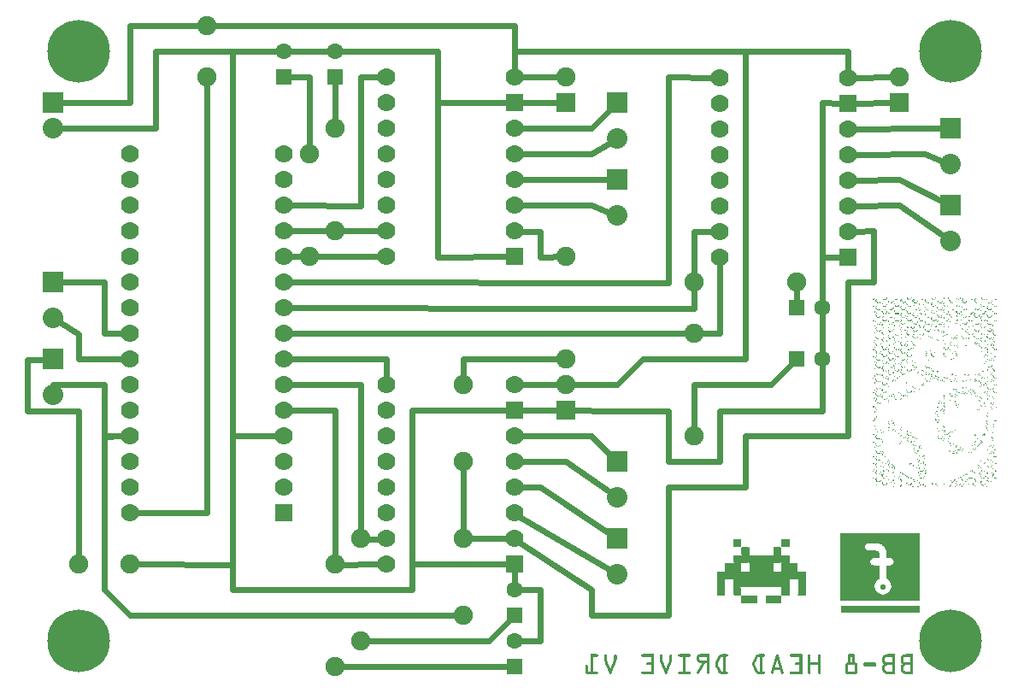
<source format=gbl>
G04 MADE WITH FRITZING*
G04 WWW.FRITZING.ORG*
G04 DOUBLE SIDED*
G04 HOLES PLATED*
G04 CONTOUR ON CENTER OF CONTOUR VECTOR*
%ASAXBY*%
%FSLAX23Y23*%
%MOIN*%
%OFA0B0*%
%SFA1.0B1.0*%
%ADD10C,0.075000*%
%ADD11C,0.062992*%
%ADD12C,0.023361*%
%ADD13C,0.070000*%
%ADD14C,0.080000*%
%ADD15C,0.244094*%
%ADD16R,0.062992X0.062992*%
%ADD17R,0.309167X0.027778*%
%ADD18R,0.069972X0.070000*%
%ADD19R,0.070000X0.070000*%
%ADD20R,0.080000X0.080000*%
%ADD21R,0.075000X0.075000*%
%ADD22C,0.024000*%
%ADD23R,0.001000X0.001000*%
%LNCOPPER0*%
G90*
G70*
G54D10*
X253Y531D03*
X453Y531D03*
X1353Y231D03*
X1353Y631D03*
X1353Y231D03*
X1353Y631D03*
X1253Y1831D03*
X1253Y2231D03*
X1253Y1831D03*
X1253Y2231D03*
X3053Y1631D03*
X2653Y1631D03*
X3053Y1631D03*
X2653Y1631D03*
G54D11*
X3054Y1531D03*
X3153Y1531D03*
X3054Y1531D03*
X3153Y1531D03*
X1253Y2432D03*
X1253Y2531D03*
X1253Y2432D03*
X1253Y2531D03*
X1953Y332D03*
X1953Y431D03*
X1953Y332D03*
X1953Y431D03*
X3054Y1331D03*
X3153Y1331D03*
X3054Y1331D03*
X3153Y1331D03*
G54D10*
X2653Y1031D03*
X2653Y1431D03*
X2653Y1031D03*
X2653Y1431D03*
G54D11*
X1953Y132D03*
X1953Y231D03*
X1953Y132D03*
X1953Y231D03*
G54D10*
X1253Y131D03*
X1253Y531D03*
X1253Y131D03*
X1253Y531D03*
G54D11*
X1053Y2432D03*
X1053Y2531D03*
X1053Y2432D03*
X1053Y2531D03*
G54D10*
X1153Y1731D03*
X1153Y2131D03*
X1153Y1731D03*
X1153Y2131D03*
G54D12*
X3391Y444D03*
G54D13*
X1053Y731D03*
X1053Y831D03*
X1053Y931D03*
X1053Y1031D03*
X1053Y1131D03*
X1053Y1231D03*
X1053Y1331D03*
X1053Y1431D03*
X1053Y1531D03*
X1053Y1631D03*
X1053Y1731D03*
X1053Y1831D03*
X1053Y1931D03*
X1053Y2031D03*
X1053Y2131D03*
X453Y731D03*
X453Y831D03*
X453Y931D03*
X453Y1031D03*
X453Y1131D03*
X453Y1231D03*
X453Y1331D03*
X453Y1431D03*
X453Y1531D03*
X453Y1631D03*
X453Y1731D03*
X453Y1831D03*
X453Y1931D03*
X453Y2031D03*
X453Y2131D03*
X1453Y2431D03*
X1953Y2431D03*
X1453Y2331D03*
X1953Y2331D03*
X1453Y2231D03*
X1953Y2231D03*
X1453Y2131D03*
X1953Y2131D03*
X1453Y2031D03*
X1953Y2031D03*
X1453Y1931D03*
X1953Y1931D03*
X1453Y1831D03*
X1953Y1831D03*
X1453Y1731D03*
X1953Y1731D03*
X1453Y1231D03*
X1953Y1231D03*
X1453Y1131D03*
X1953Y1131D03*
X1453Y1031D03*
X1953Y1031D03*
X1453Y931D03*
X1953Y931D03*
X1453Y831D03*
X1953Y831D03*
X1453Y731D03*
X1953Y731D03*
X1453Y631D03*
X1953Y631D03*
X1453Y531D03*
X1953Y531D03*
X2753Y2430D03*
X3253Y2430D03*
X2753Y2330D03*
X3253Y2330D03*
X2753Y2230D03*
X3253Y2230D03*
X2753Y2130D03*
X3253Y2130D03*
X2753Y2030D03*
X3253Y2030D03*
X2753Y1930D03*
X3253Y1930D03*
X2753Y1830D03*
X3253Y1830D03*
X2753Y1730D03*
X3253Y1730D03*
G54D14*
X153Y2331D03*
X153Y2231D03*
G54D10*
X2153Y1331D03*
X2153Y1731D03*
G54D14*
X2353Y2331D03*
X2353Y2193D03*
X2353Y2031D03*
X2353Y1893D03*
X3653Y2231D03*
X3653Y2093D03*
X3653Y1931D03*
X3653Y1793D03*
G54D10*
X3453Y2331D03*
X3453Y2431D03*
X2153Y1131D03*
X2153Y1231D03*
X2153Y2331D03*
X2153Y2431D03*
G54D14*
X2353Y931D03*
X2353Y793D03*
X2353Y631D03*
X2353Y493D03*
G54D10*
X1753Y631D03*
X1753Y331D03*
X1753Y1231D03*
X1753Y931D03*
G54D14*
X153Y1631D03*
X153Y1493D03*
X153Y1331D03*
X153Y1193D03*
G54D15*
X3653Y231D03*
X253Y2531D03*
X253Y231D03*
X3653Y2531D03*
G54D10*
X753Y2631D03*
X753Y2431D03*
G54D16*
X3054Y1531D03*
X3054Y1531D03*
X1253Y2432D03*
X1253Y2432D03*
X1953Y332D03*
X1953Y332D03*
X3054Y1331D03*
X3054Y1331D03*
X1953Y132D03*
X1953Y132D03*
X1053Y2432D03*
X1053Y2432D03*
G54D17*
X3380Y356D03*
G54D18*
X1053Y731D03*
G54D19*
X1953Y1731D03*
X1953Y2331D03*
X1953Y531D03*
X1953Y1131D03*
X3253Y1730D03*
X3253Y2330D03*
G54D20*
X153Y2331D03*
X2353Y2331D03*
X2353Y2031D03*
X3653Y2231D03*
X3653Y1931D03*
G54D21*
X3453Y2331D03*
X2153Y1131D03*
X2153Y2331D03*
G54D20*
X2353Y931D03*
X2353Y631D03*
X153Y1631D03*
X153Y1331D03*
G54D22*
X2124Y2331D02*
X1979Y2331D01*
D02*
X2124Y2431D02*
X1979Y2431D01*
D02*
X3424Y2331D02*
X3279Y2330D01*
D02*
X3424Y2431D02*
X3279Y2430D01*
D02*
X352Y1232D02*
X352Y1030D01*
D02*
X153Y1232D02*
X352Y1232D01*
D02*
X352Y1030D02*
X424Y1031D01*
D02*
X153Y1224D02*
X153Y1232D01*
D02*
X253Y1130D02*
X54Y1130D01*
D02*
X54Y1130D02*
X54Y1330D01*
D02*
X54Y1330D02*
X122Y1330D01*
D02*
X253Y559D02*
X253Y1130D01*
D02*
X852Y530D02*
X481Y531D01*
D02*
X852Y1030D02*
X852Y530D01*
D02*
X852Y431D02*
X852Y1030D01*
D02*
X3053Y1602D02*
X3054Y1558D01*
D02*
X1253Y2405D02*
X1253Y2259D01*
D02*
X1953Y505D02*
X1953Y458D01*
D02*
X1853Y232D02*
X1381Y231D01*
D02*
X1934Y313D02*
X1853Y232D01*
D02*
X2952Y1232D02*
X2654Y1232D01*
D02*
X2654Y1232D02*
X2654Y1130D01*
D02*
X2654Y1130D02*
X2653Y1059D01*
D02*
X3035Y1312D02*
X2952Y1232D01*
D02*
X2052Y431D02*
X2052Y232D01*
D02*
X2052Y232D02*
X1980Y231D01*
D02*
X1980Y431D02*
X2052Y431D01*
D02*
X1926Y132D02*
X1281Y131D01*
D02*
X1154Y2431D02*
X1153Y2159D01*
D02*
X1080Y2432D02*
X1154Y2431D01*
D02*
X353Y1632D02*
X353Y1431D01*
D02*
X353Y1431D02*
X424Y1431D01*
D02*
X184Y1631D02*
X353Y1632D01*
D02*
X253Y1331D02*
X424Y1331D01*
D02*
X253Y1429D02*
X253Y1331D01*
D02*
X179Y1476D02*
X253Y1429D01*
D02*
X3154Y1729D02*
X3227Y1730D01*
D02*
X3153Y1558D02*
X3154Y1729D01*
D02*
X2124Y1231D02*
X1979Y1231D01*
D02*
X3154Y1729D02*
X3227Y1730D01*
D02*
X3153Y1358D02*
X3154Y1729D01*
D02*
X2052Y232D02*
X2052Y431D01*
D02*
X1953Y431D02*
X1953Y505D01*
D02*
X2052Y431D02*
X1953Y431D01*
D02*
X1980Y231D02*
X2052Y232D01*
D02*
X1352Y1231D02*
X1082Y1231D01*
D02*
X1352Y630D02*
X1352Y1231D01*
D02*
X1427Y630D02*
X1352Y630D01*
D02*
X1252Y1131D02*
X1082Y1131D01*
D02*
X1252Y530D02*
X1252Y1131D01*
D02*
X1427Y531D02*
X1252Y530D01*
D02*
X1452Y1331D02*
X1082Y1331D01*
D02*
X1453Y1257D02*
X1452Y1331D01*
D02*
X2753Y1431D02*
X1082Y1431D01*
D02*
X2752Y1431D02*
X2753Y1431D01*
D02*
X2753Y1704D02*
X2752Y1431D01*
D02*
X2153Y1530D02*
X1082Y1531D01*
D02*
X2652Y1530D02*
X2153Y1530D01*
D02*
X2652Y1830D02*
X2652Y1530D01*
D02*
X2727Y1830D02*
X2652Y1830D01*
D02*
X2552Y1630D02*
X1082Y1631D01*
D02*
X2552Y2431D02*
X2552Y1630D01*
D02*
X2727Y2430D02*
X2552Y2431D01*
D02*
X1427Y1731D02*
X1082Y1731D01*
D02*
X1427Y1831D02*
X1082Y1831D01*
D02*
X1352Y1930D02*
X1082Y1931D01*
D02*
X1352Y2431D02*
X1352Y1930D01*
D02*
X1427Y2431D02*
X1352Y2431D01*
D02*
X1654Y2331D02*
X1654Y2531D01*
D02*
X1654Y2531D02*
X853Y2531D01*
D02*
X1927Y2331D02*
X1654Y2331D01*
D02*
X853Y2531D02*
X853Y1031D01*
D02*
X853Y1031D02*
X1024Y1031D01*
D02*
X3253Y2531D02*
X1953Y2531D01*
D02*
X1953Y2531D02*
X1953Y2457D01*
D02*
X3253Y2456D02*
X3253Y2531D01*
D02*
X2853Y2531D02*
X2853Y1331D01*
D02*
X2452Y1331D02*
X2353Y1232D01*
D02*
X2353Y1232D02*
X1953Y1231D01*
D02*
X2853Y1331D02*
X2452Y1331D01*
D02*
X3253Y2531D02*
X2853Y2531D01*
D02*
X3253Y2456D02*
X3253Y2531D01*
D02*
X1654Y1730D02*
X1927Y1731D01*
D02*
X1654Y2331D02*
X1654Y1730D01*
D02*
X1927Y2331D02*
X1654Y2331D01*
D02*
X3153Y2331D02*
X3154Y1130D01*
D02*
X2753Y1130D02*
X2753Y931D01*
D02*
X2753Y931D02*
X2552Y931D01*
D02*
X2552Y931D02*
X2552Y1130D01*
D02*
X2552Y1130D02*
X1953Y1131D01*
D02*
X3154Y1130D02*
X2753Y1130D01*
D02*
X3227Y2330D02*
X3153Y2331D01*
D02*
X453Y2631D02*
X453Y2331D01*
D02*
X453Y2331D02*
X253Y2331D01*
D02*
X253Y2331D02*
X184Y2331D01*
D02*
X1953Y2631D02*
X453Y2631D01*
D02*
X1953Y2457D02*
X1953Y2631D01*
D02*
X553Y2331D02*
X553Y2531D01*
D02*
X553Y2531D02*
X1253Y2531D01*
D02*
X553Y2231D02*
X553Y2331D01*
D02*
X553Y2331D02*
X553Y2231D01*
D02*
X553Y2531D02*
X553Y2331D01*
D02*
X1654Y2531D02*
X553Y2531D01*
D02*
X553Y2231D02*
X253Y2231D01*
D02*
X253Y2231D02*
X184Y2231D01*
D02*
X553Y2531D02*
X553Y2231D01*
D02*
X1253Y2531D02*
X553Y2531D01*
D02*
X1654Y2331D02*
X1654Y2531D01*
D02*
X1927Y2331D02*
X1654Y2331D01*
D02*
X1553Y1131D02*
X1553Y431D01*
D02*
X1553Y431D02*
X852Y431D01*
D02*
X1927Y1131D02*
X1553Y1131D01*
D02*
X852Y431D02*
X853Y1031D01*
D02*
X853Y1031D02*
X1024Y1031D01*
D02*
X1553Y1131D02*
X1553Y531D01*
D02*
X1553Y531D02*
X1927Y531D01*
D02*
X1927Y1131D02*
X1553Y1131D01*
D02*
X3153Y2331D02*
X3153Y1730D01*
D02*
X3153Y1730D02*
X3227Y1730D01*
D02*
X3227Y2330D02*
X3153Y2331D01*
D02*
X2053Y1730D02*
X2053Y1830D01*
D02*
X2053Y1830D02*
X1979Y1830D01*
D02*
X2153Y1731D02*
X2053Y1730D01*
D02*
X2253Y2231D02*
X1979Y2231D01*
D02*
X2331Y2309D02*
X2253Y2231D01*
D02*
X2253Y2131D02*
X1979Y2131D01*
D02*
X2326Y2176D02*
X2253Y2131D01*
D02*
X2322Y2031D02*
X1979Y2031D01*
D02*
X2253Y1931D02*
X1979Y1931D01*
D02*
X2324Y1904D02*
X2253Y1931D01*
D02*
X3553Y2231D02*
X3279Y2230D01*
D02*
X3622Y2231D02*
X3553Y2231D01*
D02*
X3553Y2131D02*
X3279Y2130D01*
D02*
X3624Y2104D02*
X3553Y2131D01*
D02*
X3453Y2031D02*
X3279Y2030D01*
D02*
X3625Y1945D02*
X3453Y2031D01*
D02*
X3453Y1931D02*
X3279Y1930D01*
D02*
X3627Y1811D02*
X3453Y1931D01*
D02*
X1724Y331D02*
X453Y331D01*
D02*
X453Y331D02*
X353Y431D01*
D02*
X353Y431D02*
X353Y1031D01*
D02*
X353Y1031D02*
X424Y1031D01*
D02*
X1781Y631D02*
X1927Y631D01*
D02*
X1753Y902D02*
X1753Y659D01*
D02*
X2124Y1331D02*
X1753Y1331D01*
D02*
X1753Y1331D02*
X1753Y1259D01*
D02*
X2153Y931D02*
X1979Y931D01*
D02*
X2327Y811D02*
X2153Y931D01*
D02*
X2253Y1031D02*
X1979Y1031D01*
D02*
X2331Y953D02*
X2253Y1031D01*
D02*
X2053Y831D02*
X2327Y648D01*
D02*
X1979Y831D02*
X2053Y831D01*
D02*
X1975Y717D02*
X2326Y509D01*
D02*
X2853Y831D02*
X2553Y831D01*
D02*
X2553Y831D02*
X2553Y331D01*
D02*
X2853Y1031D02*
X2853Y831D01*
D02*
X2553Y331D02*
X2253Y331D01*
D02*
X3253Y1031D02*
X2853Y1031D01*
D02*
X2253Y331D02*
X2253Y431D01*
D02*
X3253Y1631D02*
X3253Y1031D01*
D02*
X2253Y431D02*
X1974Y616D01*
D02*
X3353Y1631D02*
X3253Y1631D01*
D02*
X3353Y1831D02*
X3353Y1631D01*
D02*
X3279Y1830D02*
X3353Y1831D01*
D02*
X753Y2402D02*
X753Y731D01*
D02*
X753Y731D02*
X482Y731D01*
G36*
X3821Y1572D02*
X3821Y1569D01*
X3819Y1569D01*
X3819Y1572D01*
X3821Y1572D01*
G37*
D02*
G36*
X3792Y1572D02*
X3792Y1571D01*
X3790Y1571D01*
X3790Y1572D01*
X3792Y1572D01*
G37*
D02*
G36*
X3776Y1572D02*
X3776Y1567D01*
X3780Y1567D01*
X3780Y1564D01*
X3776Y1564D01*
X3776Y1565D01*
X3775Y1565D01*
X3775Y1569D01*
X3773Y1569D01*
X3773Y1572D01*
X3776Y1572D01*
G37*
D02*
G36*
X3744Y1572D02*
X3744Y1571D01*
X3742Y1571D01*
X3742Y1572D01*
X3744Y1572D01*
G37*
D02*
G36*
X3727Y1572D02*
X3727Y1571D01*
X3725Y1571D01*
X3725Y1572D01*
X3727Y1572D01*
G37*
D02*
G36*
X3696Y1572D02*
X3696Y1571D01*
X3695Y1571D01*
X3695Y1569D01*
X3693Y1569D01*
X3693Y1565D01*
X3691Y1565D01*
X3691Y1572D01*
X3696Y1572D01*
G37*
D02*
G36*
X3684Y1572D02*
X3684Y1571D01*
X3683Y1571D01*
X3683Y1572D01*
X3684Y1572D01*
G37*
D02*
G36*
X3679Y1572D02*
X3679Y1571D01*
X3677Y1571D01*
X3677Y1572D01*
X3679Y1572D01*
G37*
D02*
G36*
X3648Y1572D02*
X3648Y1571D01*
X3647Y1571D01*
X3647Y1567D01*
X3645Y1567D01*
X3645Y1565D01*
X3643Y1565D01*
X3643Y1564D01*
X3642Y1564D01*
X3642Y1567D01*
X3643Y1567D01*
X3643Y1569D01*
X3645Y1569D01*
X3645Y1572D01*
X3648Y1572D01*
G37*
D02*
G36*
X3628Y1572D02*
X3628Y1571D01*
X3626Y1571D01*
X3626Y1572D01*
X3628Y1572D01*
G37*
D02*
G36*
X3553Y1572D02*
X3553Y1571D01*
X3549Y1571D01*
X3549Y1572D01*
X3553Y1572D01*
G37*
D02*
G36*
X3503Y1572D02*
X3503Y1571D01*
X3502Y1571D01*
X3502Y1569D01*
X3500Y1569D01*
X3500Y1572D01*
X3503Y1572D01*
G37*
D02*
G36*
X3438Y1572D02*
X3438Y1567D01*
X3443Y1567D01*
X3443Y1565D01*
X3447Y1565D01*
X3447Y1564D01*
X3438Y1564D01*
X3438Y1565D01*
X3437Y1565D01*
X3437Y1572D01*
X3438Y1572D01*
G37*
D02*
G36*
X3408Y1572D02*
X3408Y1569D01*
X3406Y1569D01*
X3406Y1565D01*
X3404Y1565D01*
X3404Y1564D01*
X3397Y1564D01*
X3397Y1565D01*
X3399Y1565D01*
X3399Y1567D01*
X3402Y1567D01*
X3402Y1569D01*
X3404Y1569D01*
X3404Y1572D01*
X3408Y1572D01*
G37*
D02*
G36*
X3391Y1572D02*
X3391Y1571D01*
X3387Y1571D01*
X3387Y1572D01*
X3391Y1572D01*
G37*
D02*
G36*
X3358Y1572D02*
X3358Y1567D01*
X3356Y1567D01*
X3356Y1564D01*
X3351Y1564D01*
X3351Y1567D01*
X3353Y1567D01*
X3353Y1569D01*
X3356Y1569D01*
X3356Y1572D01*
X3358Y1572D01*
G37*
D02*
G36*
X3630Y1571D02*
X3630Y1567D01*
X3628Y1567D01*
X3628Y1571D01*
X3630Y1571D01*
G37*
D02*
G36*
X3597Y1571D02*
X3597Y1569D01*
X3595Y1569D01*
X3595Y1571D01*
X3597Y1571D01*
G37*
D02*
G36*
X3590Y1571D02*
X3590Y1569D01*
X3589Y1569D01*
X3589Y1571D01*
X3590Y1571D01*
G37*
D02*
G36*
X3488Y1571D02*
X3488Y1569D01*
X3491Y1569D01*
X3491Y1564D01*
X3486Y1564D01*
X3486Y1565D01*
X3484Y1565D01*
X3484Y1571D01*
X3488Y1571D01*
G37*
D02*
G36*
X3753Y1569D02*
X3753Y1567D01*
X3751Y1567D01*
X3751Y1565D01*
X3749Y1565D01*
X3749Y1564D01*
X3747Y1564D01*
X3747Y1567D01*
X3749Y1567D01*
X3749Y1569D01*
X3753Y1569D01*
G37*
D02*
G36*
X3703Y1569D02*
X3703Y1567D01*
X3705Y1567D01*
X3705Y1565D01*
X3703Y1565D01*
X3703Y1564D01*
X3701Y1564D01*
X3701Y1559D01*
X3703Y1559D01*
X3703Y1554D01*
X3701Y1554D01*
X3701Y1555D01*
X3700Y1555D01*
X3700Y1559D01*
X3696Y1559D01*
X3696Y1560D01*
X3698Y1560D01*
X3698Y1562D01*
X3700Y1562D01*
X3700Y1567D01*
X3701Y1567D01*
X3701Y1569D01*
X3703Y1569D01*
G37*
D02*
G36*
X3681Y1569D02*
X3681Y1567D01*
X3677Y1567D01*
X3677Y1569D01*
X3681Y1569D01*
G37*
D02*
G36*
X3584Y1569D02*
X3584Y1567D01*
X3587Y1567D01*
X3587Y1564D01*
X3582Y1564D01*
X3582Y1565D01*
X3580Y1565D01*
X3580Y1569D01*
X3584Y1569D01*
G37*
D02*
G36*
X3835Y1567D02*
X3835Y1564D01*
X3826Y1564D01*
X3826Y1565D01*
X3829Y1565D01*
X3829Y1567D01*
X3835Y1567D01*
G37*
D02*
G36*
X3799Y1567D02*
X3799Y1565D01*
X3797Y1565D01*
X3797Y1567D01*
X3799Y1567D01*
G37*
D02*
G36*
X3787Y1567D02*
X3787Y1564D01*
X3782Y1564D01*
X3782Y1565D01*
X3785Y1565D01*
X3785Y1567D01*
X3787Y1567D01*
G37*
D02*
G36*
X3741Y1567D02*
X3741Y1564D01*
X3732Y1564D01*
X3732Y1565D01*
X3736Y1565D01*
X3736Y1567D01*
X3741Y1567D01*
G37*
D02*
G36*
X3688Y1567D02*
X3688Y1564D01*
X3684Y1564D01*
X3684Y1560D01*
X3683Y1560D01*
X3683Y1565D01*
X3684Y1565D01*
X3684Y1567D01*
X3688Y1567D01*
G37*
D02*
G36*
X3683Y1567D02*
X3683Y1565D01*
X3681Y1565D01*
X3681Y1567D01*
X3683Y1567D01*
G37*
D02*
G36*
X3558Y1567D02*
X3558Y1564D01*
X3556Y1564D01*
X3556Y1559D01*
X3558Y1559D01*
X3558Y1555D01*
X3556Y1555D01*
X3556Y1557D01*
X3554Y1557D01*
X3554Y1559D01*
X3553Y1559D01*
X3553Y1562D01*
X3554Y1562D01*
X3554Y1565D01*
X3556Y1565D01*
X3556Y1567D01*
X3558Y1567D01*
G37*
D02*
G36*
X3548Y1567D02*
X3548Y1564D01*
X3539Y1564D01*
X3539Y1565D01*
X3543Y1565D01*
X3543Y1567D01*
X3548Y1567D01*
G37*
D02*
G36*
X3462Y1567D02*
X3462Y1560D01*
X3461Y1560D01*
X3461Y1555D01*
X3457Y1555D01*
X3457Y1562D01*
X3459Y1562D01*
X3459Y1565D01*
X3461Y1565D01*
X3461Y1567D01*
X3462Y1567D01*
G37*
D02*
G36*
X3396Y1567D02*
X3396Y1564D01*
X3391Y1564D01*
X3391Y1565D01*
X3389Y1565D01*
X3389Y1567D01*
X3396Y1567D01*
G37*
D02*
G36*
X3367Y1567D02*
X3367Y1564D01*
X3365Y1564D01*
X3365Y1562D01*
X3363Y1562D01*
X3363Y1565D01*
X3365Y1565D01*
X3365Y1567D01*
X3367Y1567D01*
G37*
D02*
G36*
X3797Y1565D02*
X3797Y1562D01*
X3795Y1562D01*
X3795Y1559D01*
X3792Y1559D01*
X3792Y1560D01*
X3794Y1560D01*
X3794Y1565D01*
X3797Y1565D01*
G37*
D02*
G36*
X3595Y1565D02*
X3595Y1564D01*
X3589Y1564D01*
X3589Y1565D01*
X3595Y1565D01*
G37*
D02*
G36*
X3512Y1565D02*
X3512Y1559D01*
X3510Y1559D01*
X3510Y1562D01*
X3508Y1562D01*
X3508Y1565D01*
X3512Y1565D01*
G37*
D02*
G36*
X3496Y1565D02*
X3496Y1564D01*
X3495Y1564D01*
X3495Y1565D01*
X3496Y1565D01*
G37*
D02*
G36*
X3652Y1564D02*
X3652Y1559D01*
X3654Y1559D01*
X3654Y1555D01*
X3652Y1555D01*
X3652Y1557D01*
X3650Y1557D01*
X3650Y1559D01*
X3648Y1559D01*
X3648Y1562D01*
X3650Y1562D01*
X3650Y1564D01*
X3652Y1564D01*
G37*
D02*
G36*
X3606Y1564D02*
X3606Y1562D01*
X3602Y1562D01*
X3602Y1564D01*
X3606Y1564D01*
G37*
D02*
G36*
X3411Y1564D02*
X3411Y1559D01*
X3413Y1559D01*
X3413Y1555D01*
X3414Y1555D01*
X3414Y1554D01*
X3413Y1554D01*
X3413Y1552D01*
X3411Y1552D01*
X3411Y1555D01*
X3409Y1555D01*
X3409Y1564D01*
X3411Y1564D01*
G37*
D02*
G36*
X3749Y1562D02*
X3749Y1560D01*
X3751Y1560D01*
X3751Y1555D01*
X3753Y1555D01*
X3753Y1552D01*
X3751Y1552D01*
X3751Y1554D01*
X3749Y1554D01*
X3749Y1555D01*
X3747Y1555D01*
X3747Y1557D01*
X3746Y1557D01*
X3746Y1559D01*
X3744Y1559D01*
X3744Y1560D01*
X3746Y1560D01*
X3746Y1562D01*
X3749Y1562D01*
G37*
D02*
G36*
X3507Y1562D02*
X3507Y1559D01*
X3510Y1559D01*
X3510Y1555D01*
X3508Y1555D01*
X3508Y1557D01*
X3505Y1557D01*
X3505Y1562D01*
X3507Y1562D01*
G37*
D02*
G36*
X3384Y1562D02*
X3384Y1560D01*
X3385Y1560D01*
X3385Y1559D01*
X3384Y1559D01*
X3384Y1557D01*
X3382Y1557D01*
X3382Y1559D01*
X3380Y1559D01*
X3380Y1560D01*
X3382Y1560D01*
X3382Y1562D01*
X3384Y1562D01*
G37*
D02*
G36*
X3363Y1562D02*
X3363Y1559D01*
X3367Y1559D01*
X3367Y1557D01*
X3361Y1557D01*
X3361Y1559D01*
X3360Y1559D01*
X3360Y1560D01*
X3361Y1560D01*
X3361Y1562D01*
X3363Y1562D01*
G37*
D02*
G36*
X3816Y1560D02*
X3816Y1559D01*
X3817Y1559D01*
X3817Y1557D01*
X3814Y1557D01*
X3814Y1560D01*
X3816Y1560D01*
G37*
D02*
G36*
X3768Y1560D02*
X3768Y1559D01*
X3766Y1559D01*
X3766Y1560D01*
X3768Y1560D01*
G37*
D02*
G36*
X3720Y1560D02*
X3720Y1559D01*
X3718Y1559D01*
X3718Y1555D01*
X3717Y1555D01*
X3717Y1552D01*
X3715Y1552D01*
X3715Y1550D01*
X3706Y1550D01*
X3706Y1548D01*
X3705Y1548D01*
X3705Y1550D01*
X3703Y1550D01*
X3703Y1552D01*
X3712Y1552D01*
X3712Y1554D01*
X3715Y1554D01*
X3715Y1559D01*
X3717Y1559D01*
X3717Y1560D01*
X3720Y1560D01*
G37*
D02*
G36*
X3657Y1560D02*
X3657Y1559D01*
X3655Y1559D01*
X3655Y1560D01*
X3657Y1560D01*
G37*
D02*
G36*
X3602Y1560D02*
X3602Y1559D01*
X3601Y1559D01*
X3601Y1560D01*
X3602Y1560D01*
G37*
D02*
G36*
X3577Y1560D02*
X3577Y1559D01*
X3575Y1559D01*
X3575Y1560D01*
X3577Y1560D01*
G37*
D02*
G36*
X3529Y1560D02*
X3529Y1559D01*
X3527Y1559D01*
X3527Y1560D01*
X3529Y1560D01*
G37*
D02*
G36*
X3433Y1560D02*
X3433Y1559D01*
X3432Y1559D01*
X3432Y1557D01*
X3430Y1557D01*
X3430Y1560D01*
X3433Y1560D01*
G37*
D02*
G36*
X3674Y1559D02*
X3674Y1554D01*
X3672Y1554D01*
X3672Y1559D01*
X3674Y1559D01*
G37*
D02*
G36*
X3671Y1559D02*
X3671Y1555D01*
X3669Y1555D01*
X3669Y1559D01*
X3671Y1559D01*
G37*
D02*
G36*
X3624Y1559D02*
X3624Y1557D01*
X3623Y1557D01*
X3623Y1555D01*
X3621Y1555D01*
X3621Y1559D01*
X3624Y1559D01*
G37*
D02*
G36*
X3606Y1559D02*
X3606Y1555D01*
X3607Y1555D01*
X3607Y1554D01*
X3604Y1554D01*
X3604Y1559D01*
X3606Y1559D01*
G37*
D02*
G36*
X3575Y1559D02*
X3575Y1555D01*
X3570Y1555D01*
X3570Y1557D01*
X3573Y1557D01*
X3573Y1559D01*
X3575Y1559D01*
G37*
D02*
G36*
X3527Y1559D02*
X3527Y1557D01*
X3525Y1557D01*
X3525Y1555D01*
X3524Y1555D01*
X3524Y1559D01*
X3527Y1559D01*
G37*
D02*
G36*
X3466Y1559D02*
X3466Y1555D01*
X3464Y1555D01*
X3464Y1559D01*
X3466Y1559D01*
G37*
D02*
G36*
X3479Y1557D02*
X3479Y1554D01*
X3474Y1554D01*
X3474Y1555D01*
X3476Y1555D01*
X3476Y1557D01*
X3479Y1557D01*
G37*
D02*
G36*
X3430Y1557D02*
X3430Y1555D01*
X3428Y1555D01*
X3428Y1557D01*
X3430Y1557D01*
G37*
D02*
G36*
X3800Y1555D02*
X3800Y1554D01*
X3804Y1554D01*
X3804Y1552D01*
X3806Y1552D01*
X3806Y1550D01*
X3804Y1550D01*
X3804Y1548D01*
X3802Y1548D01*
X3802Y1550D01*
X3800Y1550D01*
X3800Y1552D01*
X3799Y1552D01*
X3799Y1555D01*
X3800Y1555D01*
G37*
D02*
G36*
X3765Y1555D02*
X3765Y1554D01*
X3763Y1554D01*
X3763Y1555D01*
X3765Y1555D01*
G37*
D02*
G36*
X3657Y1555D02*
X3657Y1550D01*
X3655Y1550D01*
X3655Y1552D01*
X3654Y1552D01*
X3654Y1555D01*
X3657Y1555D01*
G37*
D02*
G36*
X3585Y1555D02*
X3585Y1552D01*
X3582Y1552D01*
X3582Y1550D01*
X3580Y1550D01*
X3580Y1554D01*
X3582Y1554D01*
X3582Y1555D01*
X3585Y1555D01*
G37*
D02*
G36*
X3561Y1555D02*
X3561Y1550D01*
X3560Y1550D01*
X3560Y1552D01*
X3558Y1552D01*
X3558Y1555D01*
X3561Y1555D01*
G37*
D02*
G36*
X3488Y1555D02*
X3488Y1552D01*
X3486Y1552D01*
X3486Y1555D01*
X3488Y1555D01*
G37*
D02*
G36*
X3428Y1555D02*
X3428Y1552D01*
X3426Y1552D01*
X3426Y1550D01*
X3420Y1550D01*
X3420Y1552D01*
X3425Y1552D01*
X3425Y1555D01*
X3428Y1555D01*
G37*
D02*
G36*
X3379Y1555D02*
X3379Y1554D01*
X3380Y1554D01*
X3380Y1550D01*
X3377Y1550D01*
X3377Y1555D01*
X3379Y1555D01*
G37*
D02*
G36*
X3370Y1555D02*
X3370Y1552D01*
X3372Y1552D01*
X3372Y1550D01*
X3370Y1550D01*
X3370Y1548D01*
X3368Y1548D01*
X3368Y1550D01*
X3367Y1550D01*
X3367Y1554D01*
X3368Y1554D01*
X3368Y1555D01*
X3370Y1555D01*
G37*
D02*
G36*
X3812Y1554D02*
X3812Y1550D01*
X3811Y1550D01*
X3811Y1552D01*
X3809Y1552D01*
X3809Y1554D01*
X3812Y1554D01*
G37*
D02*
G36*
X3664Y1554D02*
X3664Y1552D01*
X3665Y1552D01*
X3665Y1550D01*
X3659Y1550D01*
X3659Y1552D01*
X3662Y1552D01*
X3662Y1554D01*
X3664Y1554D01*
G37*
D02*
G36*
X3619Y1554D02*
X3619Y1552D01*
X3616Y1552D01*
X3616Y1554D01*
X3619Y1554D01*
G37*
D02*
G36*
X3614Y1554D02*
X3614Y1552D01*
X3611Y1552D01*
X3611Y1554D01*
X3614Y1554D01*
G37*
D02*
G36*
X3619Y1552D02*
X3619Y1550D01*
X3609Y1550D01*
X3609Y1552D01*
X3619Y1552D01*
G37*
D02*
G36*
X3619Y1552D02*
X3619Y1550D01*
X3609Y1550D01*
X3609Y1552D01*
X3619Y1552D01*
G37*
D02*
G36*
X3512Y1555D02*
X3512Y1554D01*
X3515Y1554D01*
X3515Y1552D01*
X3510Y1552D01*
X3510Y1555D01*
X3512Y1555D01*
G37*
D02*
G36*
X3522Y1554D02*
X3522Y1552D01*
X3517Y1552D01*
X3517Y1554D01*
X3522Y1554D01*
G37*
D02*
G36*
X3522Y1552D02*
X3522Y1550D01*
X3510Y1550D01*
X3510Y1552D01*
X3522Y1552D01*
G37*
D02*
G36*
X3522Y1552D02*
X3522Y1550D01*
X3510Y1550D01*
X3510Y1552D01*
X3522Y1552D01*
G37*
D02*
G36*
X3472Y1554D02*
X3472Y1550D01*
X3469Y1550D01*
X3469Y1548D01*
X3466Y1548D01*
X3466Y1552D01*
X3471Y1552D01*
X3471Y1554D01*
X3472Y1554D01*
G37*
D02*
G36*
X3462Y1554D02*
X3462Y1552D01*
X3461Y1552D01*
X3461Y1554D01*
X3462Y1554D01*
G37*
D02*
G36*
X3756Y1552D02*
X3756Y1548D01*
X3753Y1548D01*
X3753Y1552D01*
X3756Y1552D01*
G37*
D02*
G36*
X3725Y1552D02*
X3725Y1547D01*
X3724Y1547D01*
X3724Y1552D01*
X3725Y1552D01*
G37*
D02*
G36*
X3630Y1552D02*
X3630Y1548D01*
X3628Y1548D01*
X3628Y1543D01*
X3626Y1543D01*
X3626Y1545D01*
X3624Y1545D01*
X3624Y1548D01*
X3626Y1548D01*
X3626Y1550D01*
X3628Y1550D01*
X3628Y1552D01*
X3630Y1552D01*
G37*
D02*
G36*
X3570Y1552D02*
X3570Y1550D01*
X3563Y1550D01*
X3563Y1552D01*
X3570Y1552D01*
G37*
D02*
G36*
X3534Y1552D02*
X3534Y1548D01*
X3532Y1548D01*
X3532Y1547D01*
X3531Y1547D01*
X3531Y1550D01*
X3532Y1550D01*
X3532Y1552D01*
X3534Y1552D01*
G37*
D02*
G36*
X3464Y1552D02*
X3464Y1550D01*
X3462Y1550D01*
X3462Y1552D01*
X3464Y1552D01*
G37*
D02*
G36*
X3438Y1550D02*
X3438Y1547D01*
X3435Y1547D01*
X3435Y1543D01*
X3433Y1543D01*
X3433Y1550D01*
X3438Y1550D01*
G37*
D02*
G36*
X3389Y1550D02*
X3389Y1548D01*
X3391Y1548D01*
X3391Y1545D01*
X3385Y1545D01*
X3385Y1547D01*
X3387Y1547D01*
X3387Y1550D01*
X3389Y1550D01*
G37*
D02*
G36*
X3821Y1548D02*
X3821Y1547D01*
X3819Y1547D01*
X3819Y1548D01*
X3821Y1548D01*
G37*
D02*
G36*
X3580Y1548D02*
X3580Y1545D01*
X3584Y1545D01*
X3584Y1540D01*
X3585Y1540D01*
X3585Y1538D01*
X3589Y1538D01*
X3589Y1535D01*
X3584Y1535D01*
X3584Y1536D01*
X3582Y1536D01*
X3582Y1542D01*
X3580Y1542D01*
X3580Y1543D01*
X3578Y1543D01*
X3578Y1548D01*
X3580Y1548D01*
G37*
D02*
G36*
X3484Y1548D02*
X3484Y1545D01*
X3481Y1545D01*
X3481Y1548D01*
X3484Y1548D01*
G37*
D02*
G36*
X3771Y1547D02*
X3771Y1545D01*
X3773Y1545D01*
X3773Y1542D01*
X3771Y1542D01*
X3771Y1543D01*
X3770Y1543D01*
X3770Y1547D01*
X3771Y1547D01*
G37*
D02*
G36*
X3744Y1547D02*
X3744Y1543D01*
X3742Y1543D01*
X3742Y1547D01*
X3744Y1547D01*
G37*
D02*
G36*
X3698Y1547D02*
X3698Y1545D01*
X3695Y1545D01*
X3695Y1547D01*
X3698Y1547D01*
G37*
D02*
G36*
X3590Y1547D02*
X3590Y1545D01*
X3589Y1545D01*
X3589Y1547D01*
X3590Y1547D01*
G37*
D02*
G36*
X3455Y1547D02*
X3455Y1545D01*
X3454Y1545D01*
X3454Y1547D01*
X3455Y1547D01*
G37*
D02*
G36*
X3821Y1545D02*
X3821Y1543D01*
X3817Y1543D01*
X3817Y1545D01*
X3821Y1545D01*
G37*
D02*
G36*
X3725Y1545D02*
X3725Y1543D01*
X3722Y1543D01*
X3722Y1545D01*
X3725Y1545D01*
G37*
D02*
G36*
X3681Y1545D02*
X3681Y1542D01*
X3679Y1542D01*
X3679Y1545D01*
X3681Y1545D01*
G37*
D02*
G36*
X3551Y1545D02*
X3551Y1542D01*
X3548Y1542D01*
X3548Y1545D01*
X3551Y1545D01*
G37*
D02*
G36*
X3532Y1545D02*
X3532Y1542D01*
X3531Y1542D01*
X3531Y1543D01*
X3529Y1543D01*
X3529Y1545D01*
X3532Y1545D01*
G37*
D02*
G36*
X3503Y1545D02*
X3503Y1543D01*
X3502Y1543D01*
X3502Y1545D01*
X3503Y1545D01*
G37*
D02*
G36*
X3486Y1545D02*
X3486Y1542D01*
X3484Y1542D01*
X3484Y1545D01*
X3486Y1545D01*
G37*
D02*
G36*
X3408Y1545D02*
X3408Y1543D01*
X3406Y1543D01*
X3406Y1542D01*
X3404Y1542D01*
X3404Y1543D01*
X3402Y1543D01*
X3402Y1545D01*
X3408Y1545D01*
G37*
D02*
G36*
X3358Y1545D02*
X3358Y1538D01*
X3356Y1538D01*
X3356Y1542D01*
X3351Y1542D01*
X3351Y1543D01*
X3356Y1543D01*
X3356Y1545D01*
X3358Y1545D01*
G37*
D02*
G36*
X3645Y1543D02*
X3645Y1536D01*
X3640Y1536D01*
X3640Y1538D01*
X3643Y1538D01*
X3643Y1543D01*
X3645Y1543D01*
G37*
D02*
G36*
X3599Y1543D02*
X3599Y1542D01*
X3597Y1542D01*
X3597Y1543D01*
X3599Y1543D01*
G37*
D02*
G36*
X3679Y1542D02*
X3679Y1538D01*
X3681Y1538D01*
X3681Y1536D01*
X3677Y1536D01*
X3677Y1542D01*
X3679Y1542D01*
G37*
D02*
G36*
X3630Y1542D02*
X3630Y1540D01*
X3628Y1540D01*
X3628Y1542D01*
X3630Y1542D01*
G37*
D02*
G36*
X3607Y1542D02*
X3607Y1540D01*
X3606Y1540D01*
X3606Y1542D01*
X3607Y1542D01*
G37*
D02*
G36*
X3597Y1542D02*
X3597Y1540D01*
X3595Y1540D01*
X3595Y1542D01*
X3597Y1542D01*
G37*
D02*
G36*
X3534Y1542D02*
X3534Y1538D01*
X3532Y1538D01*
X3532Y1542D01*
X3534Y1542D01*
G37*
D02*
G36*
X3513Y1542D02*
X3513Y1540D01*
X3510Y1540D01*
X3510Y1542D01*
X3513Y1542D01*
G37*
D02*
G36*
X3454Y1542D02*
X3454Y1538D01*
X3449Y1538D01*
X3449Y1540D01*
X3450Y1540D01*
X3450Y1542D01*
X3454Y1542D01*
G37*
D02*
G36*
X3440Y1542D02*
X3440Y1540D01*
X3442Y1540D01*
X3442Y1538D01*
X3437Y1538D01*
X3437Y1542D01*
X3440Y1542D01*
G37*
D02*
G36*
X3452Y1538D02*
X3452Y1536D01*
X3437Y1536D01*
X3437Y1538D01*
X3452Y1538D01*
G37*
D02*
G36*
X3452Y1538D02*
X3452Y1536D01*
X3437Y1536D01*
X3437Y1538D01*
X3452Y1538D01*
G37*
D02*
G36*
X3800Y1540D02*
X3800Y1536D01*
X3797Y1536D01*
X3797Y1540D01*
X3800Y1540D01*
G37*
D02*
G36*
X3787Y1540D02*
X3787Y1536D01*
X3780Y1536D01*
X3780Y1538D01*
X3785Y1538D01*
X3785Y1540D01*
X3787Y1540D01*
G37*
D02*
G36*
X3776Y1540D02*
X3776Y1538D01*
X3778Y1538D01*
X3778Y1536D01*
X3775Y1536D01*
X3775Y1538D01*
X3773Y1538D01*
X3773Y1540D01*
X3776Y1540D01*
G37*
D02*
G36*
X3741Y1540D02*
X3741Y1536D01*
X3739Y1536D01*
X3739Y1540D01*
X3741Y1540D01*
G37*
D02*
G36*
X3558Y1540D02*
X3558Y1535D01*
X3556Y1535D01*
X3556Y1531D01*
X3553Y1531D01*
X3553Y1535D01*
X3554Y1535D01*
X3554Y1536D01*
X3556Y1536D01*
X3556Y1540D01*
X3558Y1540D01*
G37*
D02*
G36*
X3500Y1540D02*
X3500Y1536D01*
X3496Y1536D01*
X3496Y1535D01*
X3495Y1535D01*
X3495Y1536D01*
X3493Y1536D01*
X3493Y1538D01*
X3498Y1538D01*
X3498Y1540D01*
X3500Y1540D01*
G37*
D02*
G36*
X3464Y1540D02*
X3464Y1538D01*
X3462Y1538D01*
X3462Y1536D01*
X3461Y1536D01*
X3461Y1540D01*
X3464Y1540D01*
G37*
D02*
G36*
X3404Y1540D02*
X3404Y1536D01*
X3402Y1536D01*
X3402Y1535D01*
X3397Y1535D01*
X3397Y1538D01*
X3402Y1538D01*
X3402Y1540D01*
X3404Y1540D01*
G37*
D02*
G36*
X3392Y1540D02*
X3392Y1538D01*
X3396Y1538D01*
X3396Y1536D01*
X3391Y1536D01*
X3391Y1538D01*
X3389Y1538D01*
X3389Y1540D01*
X3392Y1540D01*
G37*
D02*
G36*
X3367Y1540D02*
X3367Y1538D01*
X3368Y1538D01*
X3368Y1536D01*
X3367Y1536D01*
X3367Y1535D01*
X3365Y1535D01*
X3365Y1533D01*
X3363Y1533D01*
X3363Y1538D01*
X3365Y1538D01*
X3365Y1540D01*
X3367Y1540D01*
G37*
D02*
G36*
X3833Y1538D02*
X3833Y1536D01*
X3829Y1536D01*
X3829Y1538D01*
X3833Y1538D01*
G37*
D02*
G36*
X3826Y1538D02*
X3826Y1536D01*
X3823Y1536D01*
X3823Y1538D01*
X3826Y1538D01*
G37*
D02*
G36*
X3689Y1538D02*
X3689Y1536D01*
X3688Y1536D01*
X3688Y1538D01*
X3689Y1538D01*
G37*
D02*
G36*
X3684Y1538D02*
X3684Y1535D01*
X3683Y1535D01*
X3683Y1538D01*
X3684Y1538D01*
G37*
D02*
G36*
X3633Y1538D02*
X3633Y1536D01*
X3630Y1536D01*
X3630Y1538D01*
X3633Y1538D01*
G37*
D02*
G36*
X3604Y1538D02*
X3604Y1536D01*
X3606Y1536D01*
X3606Y1535D01*
X3604Y1535D01*
X3604Y1533D01*
X3602Y1533D01*
X3602Y1531D01*
X3604Y1531D01*
X3604Y1528D01*
X3602Y1528D01*
X3602Y1530D01*
X3601Y1530D01*
X3601Y1535D01*
X3602Y1535D01*
X3602Y1538D01*
X3604Y1538D01*
G37*
D02*
G36*
X3595Y1538D02*
X3595Y1536D01*
X3594Y1536D01*
X3594Y1535D01*
X3590Y1535D01*
X3590Y1536D01*
X3592Y1536D01*
X3592Y1538D01*
X3595Y1538D01*
G37*
D02*
G36*
X3508Y1538D02*
X3508Y1533D01*
X3507Y1533D01*
X3507Y1538D01*
X3508Y1538D01*
G37*
D02*
G36*
X3491Y1538D02*
X3491Y1536D01*
X3488Y1536D01*
X3488Y1538D01*
X3491Y1538D01*
G37*
D02*
G36*
X3356Y1538D02*
X3356Y1536D01*
X3351Y1536D01*
X3351Y1538D01*
X3356Y1538D01*
G37*
D02*
G36*
X3701Y1536D02*
X3701Y1533D01*
X3698Y1533D01*
X3698Y1535D01*
X3700Y1535D01*
X3700Y1536D01*
X3701Y1536D01*
G37*
D02*
G36*
X3795Y1535D02*
X3795Y1533D01*
X3797Y1533D01*
X3797Y1531D01*
X3799Y1531D01*
X3799Y1526D01*
X3797Y1526D01*
X3797Y1528D01*
X3795Y1528D01*
X3795Y1531D01*
X3794Y1531D01*
X3794Y1535D01*
X3795Y1535D01*
G37*
D02*
G36*
X3461Y1535D02*
X3461Y1528D01*
X3462Y1528D01*
X3462Y1525D01*
X3461Y1525D01*
X3461Y1526D01*
X3459Y1526D01*
X3459Y1531D01*
X3457Y1531D01*
X3457Y1535D01*
X3461Y1535D01*
G37*
D02*
G36*
X3411Y1535D02*
X3411Y1530D01*
X3409Y1530D01*
X3409Y1535D01*
X3411Y1535D01*
G37*
D02*
G36*
X3749Y1533D02*
X3749Y1531D01*
X3747Y1531D01*
X3747Y1530D01*
X3746Y1530D01*
X3746Y1533D01*
X3749Y1533D01*
G37*
D02*
G36*
X3698Y1533D02*
X3698Y1531D01*
X3696Y1531D01*
X3696Y1533D01*
X3698Y1533D01*
G37*
D02*
G36*
X3624Y1533D02*
X3624Y1530D01*
X3623Y1530D01*
X3623Y1528D01*
X3621Y1528D01*
X3621Y1531D01*
X3623Y1531D01*
X3623Y1533D01*
X3624Y1533D01*
G37*
D02*
G36*
X3507Y1533D02*
X3507Y1531D01*
X3505Y1531D01*
X3505Y1533D01*
X3507Y1533D01*
G37*
D02*
G36*
X3479Y1533D02*
X3479Y1531D01*
X3481Y1531D01*
X3481Y1530D01*
X3479Y1530D01*
X3479Y1528D01*
X3478Y1528D01*
X3478Y1533D01*
X3479Y1533D01*
G37*
D02*
G36*
X3384Y1533D02*
X3384Y1530D01*
X3382Y1530D01*
X3382Y1533D01*
X3384Y1533D01*
G37*
D02*
G36*
X3363Y1533D02*
X3363Y1530D01*
X3365Y1530D01*
X3365Y1528D01*
X3367Y1528D01*
X3367Y1525D01*
X3365Y1525D01*
X3365Y1526D01*
X3363Y1526D01*
X3363Y1528D01*
X3361Y1528D01*
X3361Y1533D01*
X3363Y1533D01*
G37*
D02*
G36*
X3768Y1531D02*
X3768Y1530D01*
X3766Y1530D01*
X3766Y1531D01*
X3768Y1531D01*
G37*
D02*
G36*
X3718Y1531D02*
X3718Y1528D01*
X3717Y1528D01*
X3717Y1523D01*
X3713Y1523D01*
X3713Y1526D01*
X3715Y1526D01*
X3715Y1530D01*
X3717Y1530D01*
X3717Y1531D01*
X3718Y1531D01*
G37*
D02*
G36*
X3701Y1531D02*
X3701Y1528D01*
X3700Y1528D01*
X3700Y1531D01*
X3701Y1531D01*
G37*
D02*
G36*
X3529Y1531D02*
X3529Y1530D01*
X3527Y1530D01*
X3527Y1531D01*
X3529Y1531D01*
G37*
D02*
G36*
X3432Y1531D02*
X3432Y1530D01*
X3430Y1530D01*
X3430Y1528D01*
X3428Y1528D01*
X3428Y1526D01*
X3426Y1526D01*
X3426Y1523D01*
X3416Y1523D01*
X3416Y1525D01*
X3425Y1525D01*
X3425Y1528D01*
X3426Y1528D01*
X3426Y1530D01*
X3428Y1530D01*
X3428Y1531D01*
X3432Y1531D01*
G37*
D02*
G36*
X3814Y1530D02*
X3814Y1525D01*
X3812Y1525D01*
X3812Y1523D01*
X3811Y1523D01*
X3811Y1521D01*
X3807Y1521D01*
X3807Y1525D01*
X3811Y1525D01*
X3811Y1528D01*
X3812Y1528D01*
X3812Y1530D01*
X3814Y1530D01*
G37*
D02*
G36*
X3681Y1530D02*
X3681Y1526D01*
X3679Y1526D01*
X3679Y1530D01*
X3681Y1530D01*
G37*
D02*
G36*
X3654Y1530D02*
X3654Y1526D01*
X3652Y1526D01*
X3652Y1530D01*
X3654Y1530D01*
G37*
D02*
G36*
X3525Y1530D02*
X3525Y1525D01*
X3524Y1525D01*
X3524Y1523D01*
X3522Y1523D01*
X3522Y1521D01*
X3519Y1521D01*
X3519Y1523D01*
X3517Y1523D01*
X3517Y1525D01*
X3522Y1525D01*
X3522Y1526D01*
X3524Y1526D01*
X3524Y1530D01*
X3525Y1530D01*
G37*
D02*
G36*
X3766Y1528D02*
X3766Y1525D01*
X3763Y1525D01*
X3763Y1523D01*
X3761Y1523D01*
X3761Y1521D01*
X3759Y1521D01*
X3759Y1523D01*
X3758Y1523D01*
X3758Y1525D01*
X3761Y1525D01*
X3761Y1526D01*
X3763Y1526D01*
X3763Y1528D01*
X3766Y1528D01*
G37*
D02*
G36*
X3753Y1528D02*
X3753Y1525D01*
X3754Y1525D01*
X3754Y1523D01*
X3749Y1523D01*
X3749Y1526D01*
X3751Y1526D01*
X3751Y1528D01*
X3753Y1528D01*
G37*
D02*
G36*
X3558Y1528D02*
X3558Y1526D01*
X3560Y1526D01*
X3560Y1525D01*
X3561Y1525D01*
X3561Y1521D01*
X3560Y1521D01*
X3560Y1523D01*
X3558Y1523D01*
X3558Y1525D01*
X3556Y1525D01*
X3556Y1528D01*
X3558Y1528D01*
G37*
D02*
G36*
X3488Y1528D02*
X3488Y1526D01*
X3486Y1526D01*
X3486Y1528D01*
X3488Y1528D01*
G37*
D02*
G36*
X3804Y1526D02*
X3804Y1525D01*
X3806Y1525D01*
X3806Y1523D01*
X3802Y1523D01*
X3802Y1521D01*
X3800Y1521D01*
X3800Y1523D01*
X3799Y1523D01*
X3799Y1526D01*
X3804Y1526D01*
G37*
D02*
G36*
X3706Y1526D02*
X3706Y1525D01*
X3710Y1525D01*
X3710Y1523D01*
X3706Y1523D01*
X3706Y1521D01*
X3705Y1521D01*
X3705Y1523D01*
X3703Y1523D01*
X3703Y1525D01*
X3705Y1525D01*
X3705Y1526D01*
X3706Y1526D01*
G37*
D02*
G36*
X3677Y1526D02*
X3677Y1521D01*
X3676Y1521D01*
X3676Y1526D01*
X3677Y1526D01*
G37*
D02*
G36*
X3667Y1526D02*
X3667Y1523D01*
X3665Y1523D01*
X3665Y1521D01*
X3664Y1521D01*
X3664Y1526D01*
X3667Y1526D01*
G37*
D02*
G36*
X3616Y1526D02*
X3616Y1525D01*
X3621Y1525D01*
X3621Y1523D01*
X3619Y1523D01*
X3619Y1521D01*
X3616Y1521D01*
X3616Y1523D01*
X3614Y1523D01*
X3614Y1526D01*
X3616Y1526D01*
G37*
D02*
G36*
X3607Y1526D02*
X3607Y1525D01*
X3611Y1525D01*
X3611Y1521D01*
X3607Y1521D01*
X3607Y1523D01*
X3606Y1523D01*
X3606Y1526D01*
X3607Y1526D01*
G37*
D02*
G36*
X3584Y1526D02*
X3584Y1525D01*
X3582Y1525D01*
X3582Y1526D01*
X3584Y1526D01*
G37*
D02*
G36*
X3534Y1526D02*
X3534Y1525D01*
X3536Y1525D01*
X3536Y1523D01*
X3532Y1523D01*
X3532Y1526D01*
X3534Y1526D01*
G37*
D02*
G36*
X3486Y1526D02*
X3486Y1525D01*
X3484Y1525D01*
X3484Y1526D01*
X3486Y1526D01*
G37*
D02*
G36*
X3476Y1526D02*
X3476Y1523D01*
X3471Y1523D01*
X3471Y1525D01*
X3472Y1525D01*
X3472Y1526D01*
X3476Y1526D01*
G37*
D02*
G36*
X3399Y1526D02*
X3399Y1523D01*
X3397Y1523D01*
X3397Y1526D01*
X3399Y1526D01*
G37*
D02*
G36*
X3392Y1526D02*
X3392Y1525D01*
X3391Y1525D01*
X3391Y1526D01*
X3392Y1526D01*
G37*
D02*
G36*
X3380Y1526D02*
X3380Y1523D01*
X3375Y1523D01*
X3375Y1525D01*
X3377Y1525D01*
X3377Y1526D01*
X3380Y1526D01*
G37*
D02*
G36*
X3372Y1526D02*
X3372Y1525D01*
X3373Y1525D01*
X3373Y1523D01*
X3370Y1523D01*
X3370Y1521D01*
X3368Y1521D01*
X3368Y1523D01*
X3367Y1523D01*
X3367Y1525D01*
X3370Y1525D01*
X3370Y1526D01*
X3372Y1526D01*
G37*
D02*
G36*
X3821Y1525D02*
X3821Y1516D01*
X3817Y1516D01*
X3817Y1519D01*
X3819Y1519D01*
X3819Y1525D01*
X3821Y1525D01*
G37*
D02*
G36*
X3725Y1525D02*
X3725Y1521D01*
X3724Y1521D01*
X3724Y1525D01*
X3725Y1525D01*
G37*
D02*
G36*
X3662Y1525D02*
X3662Y1521D01*
X3660Y1521D01*
X3660Y1525D01*
X3662Y1525D01*
G37*
D02*
G36*
X3630Y1525D02*
X3630Y1521D01*
X3628Y1521D01*
X3628Y1516D01*
X3626Y1516D01*
X3626Y1518D01*
X3624Y1518D01*
X3624Y1521D01*
X3626Y1521D01*
X3626Y1523D01*
X3628Y1523D01*
X3628Y1525D01*
X3630Y1525D01*
G37*
D02*
G36*
X3566Y1525D02*
X3566Y1523D01*
X3565Y1523D01*
X3565Y1525D01*
X3566Y1525D01*
G37*
D02*
G36*
X3484Y1525D02*
X3484Y1518D01*
X3483Y1518D01*
X3483Y1519D01*
X3481Y1519D01*
X3481Y1523D01*
X3483Y1523D01*
X3483Y1525D01*
X3484Y1525D01*
G37*
D02*
G36*
X3469Y1525D02*
X3469Y1521D01*
X3462Y1521D01*
X3462Y1525D01*
X3469Y1525D01*
G37*
D02*
G36*
X3404Y1525D02*
X3404Y1521D01*
X3402Y1521D01*
X3402Y1525D01*
X3404Y1525D01*
G37*
D02*
G36*
X3657Y1523D02*
X3657Y1521D01*
X3655Y1521D01*
X3655Y1523D01*
X3657Y1523D01*
G37*
D02*
G36*
X3532Y1523D02*
X3532Y1518D01*
X3529Y1518D01*
X3529Y1523D01*
X3532Y1523D01*
G37*
D02*
G36*
X3438Y1523D02*
X3438Y1521D01*
X3437Y1521D01*
X3437Y1519D01*
X3433Y1519D01*
X3433Y1521D01*
X3435Y1521D01*
X3435Y1523D01*
X3438Y1523D01*
G37*
D02*
G36*
X3773Y1521D02*
X3773Y1518D01*
X3771Y1518D01*
X3771Y1516D01*
X3770Y1516D01*
X3770Y1521D01*
X3773Y1521D01*
G37*
D02*
G36*
X3744Y1521D02*
X3744Y1513D01*
X3741Y1513D01*
X3741Y1516D01*
X3742Y1516D01*
X3742Y1521D01*
X3744Y1521D01*
G37*
D02*
G36*
X3739Y1514D02*
X3739Y1513D01*
X3737Y1513D01*
X3737Y1514D01*
X3739Y1514D01*
G37*
D02*
G36*
X3742Y1513D02*
X3742Y1511D01*
X3737Y1511D01*
X3737Y1513D01*
X3742Y1513D01*
G37*
D02*
G36*
X3742Y1513D02*
X3742Y1511D01*
X3737Y1511D01*
X3737Y1513D01*
X3742Y1513D01*
G37*
D02*
G36*
X3741Y1511D02*
X3741Y1509D01*
X3737Y1509D01*
X3737Y1507D01*
X3729Y1507D01*
X3729Y1509D01*
X3732Y1509D01*
X3732Y1511D01*
X3741Y1511D01*
G37*
D02*
G36*
X3582Y1521D02*
X3582Y1518D01*
X3578Y1518D01*
X3578Y1519D01*
X3580Y1519D01*
X3580Y1521D01*
X3582Y1521D01*
G37*
D02*
G36*
X3792Y1519D02*
X3792Y1516D01*
X3790Y1516D01*
X3790Y1514D01*
X3788Y1514D01*
X3788Y1519D01*
X3792Y1519D01*
G37*
D02*
G36*
X3698Y1519D02*
X3698Y1518D01*
X3696Y1518D01*
X3696Y1519D01*
X3698Y1519D01*
G37*
D02*
G36*
X3677Y1519D02*
X3677Y1518D01*
X3676Y1518D01*
X3676Y1519D01*
X3677Y1519D01*
G37*
D02*
G36*
X3648Y1519D02*
X3648Y1514D01*
X3645Y1514D01*
X3645Y1518D01*
X3647Y1518D01*
X3647Y1519D01*
X3648Y1519D01*
G37*
D02*
G36*
X3577Y1519D02*
X3577Y1518D01*
X3575Y1518D01*
X3575Y1519D01*
X3577Y1519D01*
G37*
D02*
G36*
X3553Y1519D02*
X3553Y1516D01*
X3551Y1516D01*
X3551Y1514D01*
X3549Y1514D01*
X3549Y1518D01*
X3551Y1518D01*
X3551Y1519D01*
X3553Y1519D01*
G37*
D02*
G36*
X3503Y1519D02*
X3503Y1516D01*
X3502Y1516D01*
X3502Y1519D01*
X3503Y1519D01*
G37*
D02*
G36*
X3389Y1519D02*
X3389Y1513D01*
X3387Y1513D01*
X3387Y1516D01*
X3385Y1516D01*
X3385Y1519D01*
X3389Y1519D01*
G37*
D02*
G36*
X3725Y1518D02*
X3725Y1513D01*
X3724Y1513D01*
X3724Y1516D01*
X3722Y1516D01*
X3722Y1518D01*
X3725Y1518D01*
G37*
D02*
G36*
X3696Y1518D02*
X3696Y1514D01*
X3695Y1514D01*
X3695Y1518D01*
X3696Y1518D01*
G37*
D02*
G36*
X3691Y1518D02*
X3691Y1516D01*
X3689Y1516D01*
X3689Y1518D01*
X3691Y1518D01*
G37*
D02*
G36*
X3679Y1518D02*
X3679Y1513D01*
X3677Y1513D01*
X3677Y1518D01*
X3679Y1518D01*
G37*
D02*
G36*
X3676Y1518D02*
X3676Y1514D01*
X3674Y1514D01*
X3674Y1518D01*
X3676Y1518D01*
G37*
D02*
G36*
X3599Y1518D02*
X3599Y1516D01*
X3597Y1516D01*
X3597Y1518D01*
X3599Y1518D01*
G37*
D02*
G36*
X3486Y1518D02*
X3486Y1516D01*
X3488Y1516D01*
X3488Y1511D01*
X3491Y1511D01*
X3491Y1507D01*
X3488Y1507D01*
X3488Y1509D01*
X3486Y1509D01*
X3486Y1513D01*
X3483Y1513D01*
X3483Y1516D01*
X3484Y1516D01*
X3484Y1518D01*
X3486Y1518D01*
G37*
D02*
G36*
X3455Y1518D02*
X3455Y1516D01*
X3454Y1516D01*
X3454Y1518D01*
X3455Y1518D01*
G37*
D02*
G36*
X3438Y1518D02*
X3438Y1516D01*
X3433Y1516D01*
X3433Y1518D01*
X3438Y1518D01*
G37*
D02*
G36*
X3408Y1518D02*
X3408Y1514D01*
X3404Y1514D01*
X3404Y1518D01*
X3408Y1518D01*
G37*
D02*
G36*
X3360Y1518D02*
X3360Y1514D01*
X3358Y1514D01*
X3358Y1518D01*
X3360Y1518D01*
G37*
D02*
G36*
X3630Y1516D02*
X3630Y1513D01*
X3631Y1513D01*
X3631Y1511D01*
X3628Y1511D01*
X3628Y1516D01*
X3630Y1516D01*
G37*
D02*
G36*
X3580Y1516D02*
X3580Y1514D01*
X3582Y1514D01*
X3582Y1511D01*
X3580Y1511D01*
X3580Y1513D01*
X3578Y1513D01*
X3578Y1516D01*
X3580Y1516D01*
G37*
D02*
G36*
X3695Y1514D02*
X3695Y1513D01*
X3693Y1513D01*
X3693Y1514D01*
X3695Y1514D01*
G37*
D02*
G36*
X3691Y1514D02*
X3691Y1513D01*
X3693Y1513D01*
X3693Y1511D01*
X3689Y1511D01*
X3689Y1507D01*
X3686Y1507D01*
X3686Y1511D01*
X3688Y1511D01*
X3688Y1513D01*
X3689Y1513D01*
X3689Y1514D01*
X3691Y1514D01*
G37*
D02*
G36*
X3534Y1514D02*
X3534Y1511D01*
X3536Y1511D01*
X3536Y1509D01*
X3532Y1509D01*
X3532Y1514D01*
X3534Y1514D01*
G37*
D02*
G36*
X3454Y1514D02*
X3454Y1513D01*
X3452Y1513D01*
X3452Y1514D01*
X3454Y1514D01*
G37*
D02*
G36*
X3454Y1513D02*
X3454Y1511D01*
X3452Y1511D01*
X3452Y1513D01*
X3454Y1513D01*
G37*
D02*
G36*
X3438Y1513D02*
X3438Y1511D01*
X3437Y1511D01*
X3437Y1513D01*
X3438Y1513D01*
G37*
D02*
G36*
X3454Y1511D02*
X3454Y1509D01*
X3437Y1509D01*
X3437Y1511D01*
X3454Y1511D01*
G37*
D02*
G36*
X3454Y1511D02*
X3454Y1509D01*
X3437Y1509D01*
X3437Y1511D01*
X3454Y1511D01*
G37*
D02*
G36*
X3452Y1509D02*
X3452Y1507D01*
X3438Y1507D01*
X3438Y1509D01*
X3452Y1509D01*
G37*
D02*
G36*
X3775Y1513D02*
X3775Y1509D01*
X3773Y1509D01*
X3773Y1513D01*
X3775Y1513D01*
G37*
D02*
G36*
X3657Y1513D02*
X3657Y1511D01*
X3655Y1511D01*
X3655Y1513D01*
X3657Y1513D01*
G37*
D02*
G36*
X3645Y1513D02*
X3645Y1509D01*
X3643Y1509D01*
X3643Y1513D01*
X3645Y1513D01*
G37*
D02*
G36*
X3595Y1513D02*
X3595Y1509D01*
X3590Y1509D01*
X3590Y1511D01*
X3594Y1511D01*
X3594Y1513D01*
X3595Y1513D01*
G37*
D02*
G36*
X3502Y1513D02*
X3502Y1511D01*
X3500Y1511D01*
X3500Y1509D01*
X3498Y1509D01*
X3498Y1507D01*
X3495Y1507D01*
X3495Y1511D01*
X3498Y1511D01*
X3498Y1513D01*
X3502Y1513D01*
G37*
D02*
G36*
X3462Y1513D02*
X3462Y1507D01*
X3461Y1507D01*
X3461Y1502D01*
X3462Y1502D01*
X3462Y1499D01*
X3459Y1499D01*
X3459Y1502D01*
X3457Y1502D01*
X3457Y1507D01*
X3459Y1507D01*
X3459Y1509D01*
X3461Y1509D01*
X3461Y1513D01*
X3462Y1513D01*
G37*
D02*
G36*
X3414Y1513D02*
X3414Y1511D01*
X3416Y1511D01*
X3416Y1509D01*
X3411Y1509D01*
X3411Y1511D01*
X3413Y1511D01*
X3413Y1513D01*
X3414Y1513D01*
G37*
D02*
G36*
X3394Y1513D02*
X3394Y1509D01*
X3392Y1509D01*
X3392Y1507D01*
X3391Y1507D01*
X3391Y1509D01*
X3389Y1509D01*
X3389Y1513D01*
X3394Y1513D01*
G37*
D02*
G36*
X3367Y1513D02*
X3367Y1509D01*
X3365Y1509D01*
X3365Y1504D01*
X3363Y1504D01*
X3363Y1502D01*
X3367Y1502D01*
X3367Y1497D01*
X3363Y1497D01*
X3363Y1501D01*
X3361Y1501D01*
X3361Y1507D01*
X3363Y1507D01*
X3363Y1511D01*
X3365Y1511D01*
X3365Y1513D01*
X3367Y1513D01*
G37*
D02*
G36*
X3356Y1513D02*
X3356Y1511D01*
X3351Y1511D01*
X3351Y1513D01*
X3356Y1513D01*
G37*
D02*
G36*
X3833Y1511D02*
X3833Y1507D01*
X3829Y1507D01*
X3829Y1511D01*
X3833Y1511D01*
G37*
D02*
G36*
X3826Y1511D02*
X3826Y1507D01*
X3823Y1507D01*
X3823Y1511D01*
X3826Y1511D01*
G37*
D02*
G36*
X3787Y1511D02*
X3787Y1507D01*
X3783Y1507D01*
X3783Y1509D01*
X3785Y1509D01*
X3785Y1511D01*
X3787Y1511D01*
G37*
D02*
G36*
X3751Y1511D02*
X3751Y1507D01*
X3749Y1507D01*
X3749Y1506D01*
X3747Y1506D01*
X3747Y1511D01*
X3751Y1511D01*
G37*
D02*
G36*
X3701Y1511D02*
X3701Y1507D01*
X3700Y1507D01*
X3700Y1511D01*
X3701Y1511D01*
G37*
D02*
G36*
X3683Y1511D02*
X3683Y1507D01*
X3679Y1507D01*
X3679Y1511D01*
X3683Y1511D01*
G37*
D02*
G36*
X3664Y1511D02*
X3664Y1507D01*
X3662Y1507D01*
X3662Y1511D01*
X3664Y1511D01*
G37*
D02*
G36*
X3660Y1511D02*
X3660Y1504D01*
X3659Y1504D01*
X3659Y1511D01*
X3660Y1511D01*
G37*
D02*
G36*
X3587Y1511D02*
X3587Y1509D01*
X3585Y1509D01*
X3585Y1507D01*
X3584Y1507D01*
X3584Y1509D01*
X3582Y1509D01*
X3582Y1511D01*
X3587Y1511D01*
G37*
D02*
G36*
X3558Y1511D02*
X3558Y1507D01*
X3556Y1507D01*
X3556Y1501D01*
X3554Y1501D01*
X3554Y1509D01*
X3556Y1509D01*
X3556Y1511D01*
X3558Y1511D01*
G37*
D02*
G36*
X3548Y1511D02*
X3548Y1509D01*
X3546Y1509D01*
X3546Y1511D01*
X3548Y1511D01*
G37*
D02*
G36*
X3510Y1511D02*
X3510Y1509D01*
X3508Y1509D01*
X3508Y1504D01*
X3507Y1504D01*
X3507Y1502D01*
X3505Y1502D01*
X3505Y1506D01*
X3507Y1506D01*
X3507Y1511D01*
X3510Y1511D01*
G37*
D02*
G36*
X3404Y1511D02*
X3404Y1507D01*
X3399Y1507D01*
X3399Y1511D01*
X3404Y1511D01*
G37*
D02*
G36*
X3782Y1509D02*
X3782Y1507D01*
X3776Y1507D01*
X3776Y1509D01*
X3782Y1509D01*
G37*
D02*
G36*
X3643Y1509D02*
X3643Y1507D01*
X3638Y1507D01*
X3638Y1509D01*
X3643Y1509D01*
G37*
D02*
G36*
X3544Y1509D02*
X3544Y1507D01*
X3537Y1507D01*
X3537Y1509D01*
X3544Y1509D01*
G37*
D02*
G36*
X3797Y1507D02*
X3797Y1502D01*
X3794Y1502D01*
X3794Y1506D01*
X3795Y1506D01*
X3795Y1507D01*
X3797Y1507D01*
G37*
D02*
G36*
X3700Y1507D02*
X3700Y1504D01*
X3698Y1504D01*
X3698Y1502D01*
X3696Y1502D01*
X3696Y1506D01*
X3698Y1506D01*
X3698Y1507D01*
X3700Y1507D01*
G37*
D02*
G36*
X3652Y1507D02*
X3652Y1501D01*
X3650Y1501D01*
X3650Y1504D01*
X3648Y1504D01*
X3648Y1506D01*
X3650Y1506D01*
X3650Y1507D01*
X3652Y1507D01*
G37*
D02*
G36*
X3411Y1507D02*
X3411Y1504D01*
X3409Y1504D01*
X3409Y1507D01*
X3411Y1507D01*
G37*
D02*
G36*
X3770Y1506D02*
X3770Y1504D01*
X3768Y1504D01*
X3768Y1506D01*
X3770Y1506D01*
G37*
D02*
G36*
X3746Y1506D02*
X3746Y1504D01*
X3747Y1504D01*
X3747Y1502D01*
X3744Y1502D01*
X3744Y1506D01*
X3746Y1506D01*
G37*
D02*
G36*
X3604Y1506D02*
X3604Y1504D01*
X3602Y1504D01*
X3602Y1502D01*
X3601Y1502D01*
X3601Y1506D01*
X3604Y1506D01*
G37*
D02*
G36*
X3768Y1504D02*
X3768Y1501D01*
X3766Y1501D01*
X3766Y1504D01*
X3768Y1504D01*
G37*
D02*
G36*
X3674Y1504D02*
X3674Y1502D01*
X3672Y1502D01*
X3672Y1504D01*
X3674Y1504D01*
G37*
D02*
G36*
X3577Y1504D02*
X3577Y1502D01*
X3575Y1502D01*
X3575Y1504D01*
X3577Y1504D01*
G37*
D02*
G36*
X3527Y1504D02*
X3527Y1502D01*
X3529Y1502D01*
X3529Y1501D01*
X3527Y1501D01*
X3527Y1499D01*
X3524Y1499D01*
X3524Y1501D01*
X3525Y1501D01*
X3525Y1504D01*
X3527Y1504D01*
G37*
D02*
G36*
X3479Y1504D02*
X3479Y1499D01*
X3476Y1499D01*
X3476Y1501D01*
X3478Y1501D01*
X3478Y1504D01*
X3479Y1504D01*
G37*
D02*
G36*
X3432Y1504D02*
X3432Y1501D01*
X3430Y1501D01*
X3430Y1504D01*
X3432Y1504D01*
G37*
D02*
G36*
X3426Y1504D02*
X3426Y1502D01*
X3425Y1502D01*
X3425Y1504D01*
X3426Y1504D01*
G37*
D02*
G36*
X3414Y1504D02*
X3414Y1502D01*
X3411Y1502D01*
X3411Y1504D01*
X3414Y1504D01*
G37*
D02*
G36*
X3384Y1504D02*
X3384Y1502D01*
X3382Y1502D01*
X3382Y1504D01*
X3384Y1504D01*
G37*
D02*
G36*
X3816Y1502D02*
X3816Y1499D01*
X3812Y1499D01*
X3812Y1501D01*
X3814Y1501D01*
X3814Y1502D01*
X3816Y1502D01*
G37*
D02*
G36*
X3749Y1502D02*
X3749Y1501D01*
X3751Y1501D01*
X3751Y1497D01*
X3747Y1497D01*
X3747Y1502D01*
X3749Y1502D01*
G37*
D02*
G36*
X3720Y1502D02*
X3720Y1501D01*
X3718Y1501D01*
X3718Y1499D01*
X3717Y1499D01*
X3717Y1502D01*
X3720Y1502D01*
G37*
D02*
G36*
X3575Y1502D02*
X3575Y1499D01*
X3572Y1499D01*
X3572Y1501D01*
X3573Y1501D01*
X3573Y1502D01*
X3575Y1502D01*
G37*
D02*
G36*
X3800Y1501D02*
X3800Y1497D01*
X3797Y1497D01*
X3797Y1501D01*
X3800Y1501D01*
G37*
D02*
G36*
X3766Y1501D02*
X3766Y1497D01*
X3765Y1497D01*
X3765Y1501D01*
X3766Y1501D01*
G37*
D02*
G36*
X3681Y1501D02*
X3681Y1499D01*
X3679Y1499D01*
X3679Y1497D01*
X3677Y1497D01*
X3677Y1501D01*
X3681Y1501D01*
G37*
D02*
G36*
X3621Y1501D02*
X3621Y1499D01*
X3618Y1499D01*
X3618Y1501D01*
X3621Y1501D01*
G37*
D02*
G36*
X3607Y1501D02*
X3607Y1499D01*
X3609Y1499D01*
X3609Y1495D01*
X3611Y1495D01*
X3611Y1494D01*
X3607Y1494D01*
X3607Y1497D01*
X3606Y1497D01*
X3606Y1499D01*
X3604Y1499D01*
X3604Y1501D01*
X3607Y1501D01*
G37*
D02*
G36*
X3512Y1501D02*
X3512Y1499D01*
X3507Y1499D01*
X3507Y1501D01*
X3512Y1501D01*
G37*
D02*
G36*
X3394Y1501D02*
X3394Y1499D01*
X3392Y1499D01*
X3392Y1501D01*
X3394Y1501D01*
G37*
D02*
G36*
X3380Y1501D02*
X3380Y1497D01*
X3377Y1497D01*
X3377Y1499D01*
X3379Y1499D01*
X3379Y1501D01*
X3380Y1501D01*
G37*
D02*
G36*
X3812Y1499D02*
X3812Y1495D01*
X3811Y1495D01*
X3811Y1494D01*
X3807Y1494D01*
X3807Y1497D01*
X3811Y1497D01*
X3811Y1499D01*
X3812Y1499D01*
G37*
D02*
G36*
X3776Y1499D02*
X3776Y1495D01*
X3775Y1495D01*
X3775Y1494D01*
X3773Y1494D01*
X3773Y1489D01*
X3770Y1489D01*
X3770Y1494D01*
X3771Y1494D01*
X3771Y1495D01*
X3773Y1495D01*
X3773Y1499D01*
X3776Y1499D01*
G37*
D02*
G36*
X3729Y1499D02*
X3729Y1497D01*
X3727Y1497D01*
X3727Y1495D01*
X3725Y1495D01*
X3725Y1499D01*
X3729Y1499D01*
G37*
D02*
G36*
X3717Y1499D02*
X3717Y1495D01*
X3715Y1495D01*
X3715Y1494D01*
X3710Y1494D01*
X3710Y1495D01*
X3713Y1495D01*
X3713Y1497D01*
X3715Y1497D01*
X3715Y1499D01*
X3717Y1499D01*
G37*
D02*
G36*
X3657Y1499D02*
X3657Y1497D01*
X3655Y1497D01*
X3655Y1495D01*
X3654Y1495D01*
X3654Y1499D01*
X3657Y1499D01*
G37*
D02*
G36*
X3631Y1499D02*
X3631Y1495D01*
X3630Y1495D01*
X3630Y1490D01*
X3628Y1490D01*
X3628Y1497D01*
X3630Y1497D01*
X3630Y1499D01*
X3631Y1499D01*
G37*
D02*
G36*
X3488Y1499D02*
X3488Y1495D01*
X3484Y1495D01*
X3484Y1499D01*
X3488Y1499D01*
G37*
D02*
G36*
X3392Y1499D02*
X3392Y1497D01*
X3391Y1497D01*
X3391Y1499D01*
X3392Y1499D01*
G37*
D02*
G36*
X3759Y1497D02*
X3759Y1495D01*
X3761Y1495D01*
X3761Y1494D01*
X3754Y1494D01*
X3754Y1495D01*
X3758Y1495D01*
X3758Y1497D01*
X3759Y1497D01*
G37*
D02*
G36*
X3753Y1497D02*
X3753Y1494D01*
X3751Y1494D01*
X3751Y1497D01*
X3753Y1497D01*
G37*
D02*
G36*
X3705Y1497D02*
X3705Y1495D01*
X3706Y1495D01*
X3706Y1494D01*
X3703Y1494D01*
X3703Y1497D01*
X3705Y1497D01*
G37*
D02*
G36*
X3619Y1497D02*
X3619Y1494D01*
X3614Y1494D01*
X3614Y1495D01*
X3616Y1495D01*
X3616Y1497D01*
X3619Y1497D01*
G37*
D02*
G36*
X3568Y1497D02*
X3568Y1495D01*
X3570Y1495D01*
X3570Y1494D01*
X3563Y1494D01*
X3563Y1495D01*
X3558Y1495D01*
X3558Y1497D01*
X3568Y1497D01*
G37*
D02*
G36*
X3534Y1497D02*
X3534Y1495D01*
X3532Y1495D01*
X3532Y1497D01*
X3534Y1497D01*
G37*
D02*
G36*
X3524Y1497D02*
X3524Y1494D01*
X3512Y1494D01*
X3512Y1495D01*
X3520Y1495D01*
X3520Y1497D01*
X3524Y1497D01*
G37*
D02*
G36*
X3476Y1497D02*
X3476Y1495D01*
X3474Y1495D01*
X3474Y1494D01*
X3469Y1494D01*
X3469Y1495D01*
X3471Y1495D01*
X3471Y1497D01*
X3476Y1497D01*
G37*
D02*
G36*
X3466Y1497D02*
X3466Y1494D01*
X3462Y1494D01*
X3462Y1495D01*
X3464Y1495D01*
X3464Y1497D01*
X3466Y1497D01*
G37*
D02*
G36*
X3438Y1497D02*
X3438Y1495D01*
X3437Y1495D01*
X3437Y1497D01*
X3438Y1497D01*
G37*
D02*
G36*
X3428Y1497D02*
X3428Y1494D01*
X3416Y1494D01*
X3416Y1495D01*
X3425Y1495D01*
X3425Y1497D01*
X3428Y1497D01*
G37*
D02*
G36*
X3391Y1497D02*
X3391Y1494D01*
X3387Y1494D01*
X3387Y1497D01*
X3391Y1497D01*
G37*
D02*
G36*
X3370Y1497D02*
X3370Y1495D01*
X3377Y1495D01*
X3377Y1494D01*
X3367Y1494D01*
X3367Y1497D01*
X3370Y1497D01*
G37*
D02*
G36*
X3821Y1495D02*
X3821Y1492D01*
X3817Y1492D01*
X3817Y1494D01*
X3819Y1494D01*
X3819Y1495D01*
X3821Y1495D01*
G37*
D02*
G36*
X3806Y1495D02*
X3806Y1494D01*
X3800Y1494D01*
X3800Y1495D01*
X3806Y1495D01*
G37*
D02*
G36*
X3725Y1495D02*
X3725Y1494D01*
X3724Y1494D01*
X3724Y1495D01*
X3725Y1495D01*
G37*
D02*
G36*
X3684Y1495D02*
X3684Y1494D01*
X3683Y1494D01*
X3683Y1495D01*
X3684Y1495D01*
G37*
D02*
G36*
X3660Y1495D02*
X3660Y1494D01*
X3659Y1494D01*
X3659Y1492D01*
X3657Y1492D01*
X3657Y1495D01*
X3660Y1495D01*
G37*
D02*
G36*
X3580Y1495D02*
X3580Y1490D01*
X3582Y1490D01*
X3582Y1485D01*
X3580Y1485D01*
X3580Y1487D01*
X3578Y1487D01*
X3578Y1495D01*
X3580Y1495D01*
G37*
D02*
G36*
X3484Y1494D02*
X3484Y1487D01*
X3486Y1487D01*
X3486Y1484D01*
X3488Y1484D01*
X3488Y1482D01*
X3500Y1482D01*
X3500Y1480D01*
X3486Y1480D01*
X3486Y1482D01*
X3484Y1482D01*
X3484Y1485D01*
X3483Y1485D01*
X3483Y1490D01*
X3481Y1490D01*
X3481Y1492D01*
X3483Y1492D01*
X3483Y1494D01*
X3484Y1494D01*
G37*
D02*
G36*
X3437Y1494D02*
X3437Y1490D01*
X3435Y1490D01*
X3435Y1489D01*
X3433Y1489D01*
X3433Y1494D01*
X3437Y1494D01*
G37*
D02*
G36*
X3698Y1492D02*
X3698Y1490D01*
X3696Y1490D01*
X3696Y1492D01*
X3698Y1492D01*
G37*
D02*
G36*
X3674Y1492D02*
X3674Y1490D01*
X3676Y1490D01*
X3676Y1489D01*
X3672Y1489D01*
X3672Y1492D01*
X3674Y1492D01*
G37*
D02*
G36*
X3532Y1492D02*
X3532Y1487D01*
X3531Y1487D01*
X3531Y1489D01*
X3529Y1489D01*
X3529Y1492D01*
X3532Y1492D01*
G37*
D02*
G36*
X3385Y1492D02*
X3385Y1490D01*
X3384Y1490D01*
X3384Y1492D01*
X3385Y1492D01*
G37*
D02*
G36*
X3823Y1490D02*
X3823Y1489D01*
X3821Y1489D01*
X3821Y1485D01*
X3819Y1485D01*
X3819Y1489D01*
X3817Y1489D01*
X3817Y1490D01*
X3823Y1490D01*
G37*
D02*
G36*
X3792Y1490D02*
X3792Y1489D01*
X3790Y1489D01*
X3790Y1490D01*
X3792Y1490D01*
G37*
D02*
G36*
X3744Y1490D02*
X3744Y1487D01*
X3742Y1487D01*
X3742Y1490D01*
X3744Y1490D01*
G37*
D02*
G36*
X3725Y1490D02*
X3725Y1485D01*
X3727Y1485D01*
X3727Y1482D01*
X3730Y1482D01*
X3730Y1480D01*
X3725Y1480D01*
X3725Y1484D01*
X3724Y1484D01*
X3724Y1490D01*
X3725Y1490D01*
G37*
D02*
G36*
X3683Y1490D02*
X3683Y1489D01*
X3681Y1489D01*
X3681Y1490D01*
X3683Y1490D01*
G37*
D02*
G36*
X3648Y1490D02*
X3648Y1487D01*
X3647Y1487D01*
X3647Y1485D01*
X3645Y1485D01*
X3645Y1482D01*
X3643Y1482D01*
X3643Y1487D01*
X3645Y1487D01*
X3645Y1489D01*
X3647Y1489D01*
X3647Y1490D01*
X3648Y1490D01*
G37*
D02*
G36*
X3601Y1490D02*
X3601Y1489D01*
X3597Y1489D01*
X3597Y1490D01*
X3601Y1490D01*
G37*
D02*
G36*
X3553Y1490D02*
X3553Y1489D01*
X3551Y1489D01*
X3551Y1490D01*
X3553Y1490D01*
G37*
D02*
G36*
X3503Y1490D02*
X3503Y1489D01*
X3502Y1489D01*
X3502Y1490D01*
X3503Y1490D01*
G37*
D02*
G36*
X3455Y1490D02*
X3455Y1489D01*
X3454Y1489D01*
X3454Y1490D01*
X3455Y1490D01*
G37*
D02*
G36*
X3358Y1489D02*
X3358Y1484D01*
X3356Y1484D01*
X3356Y1489D01*
X3358Y1489D01*
G37*
D02*
G36*
X3790Y1487D02*
X3790Y1484D01*
X3788Y1484D01*
X3788Y1480D01*
X3783Y1480D01*
X3783Y1482D01*
X3787Y1482D01*
X3787Y1485D01*
X3788Y1485D01*
X3788Y1487D01*
X3790Y1487D01*
G37*
D02*
G36*
X3776Y1487D02*
X3776Y1485D01*
X3778Y1485D01*
X3778Y1484D01*
X3773Y1484D01*
X3773Y1487D01*
X3776Y1487D01*
G37*
D02*
G36*
X3742Y1487D02*
X3742Y1485D01*
X3741Y1485D01*
X3741Y1487D01*
X3742Y1487D01*
G37*
D02*
G36*
X3696Y1487D02*
X3696Y1484D01*
X3693Y1484D01*
X3693Y1487D01*
X3696Y1487D01*
G37*
D02*
G36*
X3683Y1487D02*
X3683Y1485D01*
X3681Y1485D01*
X3681Y1487D01*
X3683Y1487D01*
G37*
D02*
G36*
X3679Y1487D02*
X3679Y1485D01*
X3676Y1485D01*
X3676Y1487D01*
X3679Y1487D01*
G37*
D02*
G36*
X3683Y1485D02*
X3683Y1484D01*
X3676Y1484D01*
X3676Y1485D01*
X3683Y1485D01*
G37*
D02*
G36*
X3683Y1485D02*
X3683Y1484D01*
X3676Y1484D01*
X3676Y1485D01*
X3683Y1485D01*
G37*
D02*
G36*
X3630Y1487D02*
X3630Y1485D01*
X3628Y1485D01*
X3628Y1487D01*
X3630Y1487D01*
G37*
D02*
G36*
X3599Y1487D02*
X3599Y1484D01*
X3595Y1484D01*
X3595Y1482D01*
X3594Y1482D01*
X3594Y1485D01*
X3595Y1485D01*
X3595Y1487D01*
X3599Y1487D01*
G37*
D02*
G36*
X3589Y1484D02*
X3589Y1482D01*
X3584Y1482D01*
X3584Y1484D01*
X3589Y1484D01*
G37*
D02*
G36*
X3595Y1482D02*
X3595Y1480D01*
X3584Y1480D01*
X3584Y1482D01*
X3595Y1482D01*
G37*
D02*
G36*
X3595Y1482D02*
X3595Y1480D01*
X3584Y1480D01*
X3584Y1482D01*
X3595Y1482D01*
G37*
D02*
G36*
X3590Y1480D02*
X3590Y1478D01*
X3589Y1478D01*
X3589Y1480D01*
X3590Y1480D01*
G37*
D02*
G36*
X3454Y1487D02*
X3454Y1484D01*
X3452Y1484D01*
X3452Y1487D01*
X3454Y1487D01*
G37*
D02*
G36*
X3438Y1487D02*
X3438Y1482D01*
X3437Y1482D01*
X3437Y1487D01*
X3438Y1487D01*
G37*
D02*
G36*
X3408Y1487D02*
X3408Y1485D01*
X3406Y1485D01*
X3406Y1484D01*
X3404Y1484D01*
X3404Y1487D01*
X3408Y1487D01*
G37*
D02*
G36*
X3741Y1485D02*
X3741Y1482D01*
X3739Y1482D01*
X3739Y1485D01*
X3741Y1485D01*
G37*
D02*
G36*
X3607Y1485D02*
X3607Y1484D01*
X3609Y1484D01*
X3609Y1482D01*
X3607Y1482D01*
X3607Y1480D01*
X3604Y1480D01*
X3604Y1484D01*
X3606Y1484D01*
X3606Y1485D01*
X3607Y1485D01*
G37*
D02*
G36*
X3548Y1485D02*
X3548Y1480D01*
X3534Y1480D01*
X3534Y1482D01*
X3546Y1482D01*
X3546Y1485D01*
X3548Y1485D01*
G37*
D02*
G36*
X3502Y1485D02*
X3502Y1484D01*
X3498Y1484D01*
X3498Y1485D01*
X3502Y1485D01*
G37*
D02*
G36*
X3462Y1485D02*
X3462Y1484D01*
X3464Y1484D01*
X3464Y1482D01*
X3462Y1482D01*
X3462Y1480D01*
X3461Y1480D01*
X3461Y1473D01*
X3462Y1473D01*
X3462Y1470D01*
X3466Y1470D01*
X3466Y1468D01*
X3471Y1468D01*
X3471Y1466D01*
X3462Y1466D01*
X3462Y1468D01*
X3461Y1468D01*
X3461Y1472D01*
X3459Y1472D01*
X3459Y1475D01*
X3457Y1475D01*
X3457Y1480D01*
X3459Y1480D01*
X3459Y1482D01*
X3461Y1482D01*
X3461Y1485D01*
X3462Y1485D01*
G37*
D02*
G36*
X3800Y1484D02*
X3800Y1482D01*
X3799Y1482D01*
X3799Y1480D01*
X3795Y1480D01*
X3795Y1482D01*
X3797Y1482D01*
X3797Y1484D01*
X3800Y1484D01*
G37*
D02*
G36*
X3413Y1484D02*
X3413Y1477D01*
X3411Y1477D01*
X3411Y1475D01*
X3409Y1475D01*
X3409Y1480D01*
X3411Y1480D01*
X3411Y1484D01*
X3413Y1484D01*
G37*
D02*
G36*
X3391Y1489D02*
X3391Y1487D01*
X3392Y1487D01*
X3392Y1482D01*
X3389Y1482D01*
X3389Y1484D01*
X3387Y1484D01*
X3387Y1487D01*
X3389Y1487D01*
X3389Y1489D01*
X3391Y1489D01*
G37*
D02*
G36*
X3402Y1484D02*
X3402Y1482D01*
X3401Y1482D01*
X3401Y1484D01*
X3402Y1484D01*
G37*
D02*
G36*
X3404Y1482D02*
X3404Y1480D01*
X3391Y1480D01*
X3391Y1482D01*
X3404Y1482D01*
G37*
D02*
G36*
X3404Y1482D02*
X3404Y1480D01*
X3391Y1480D01*
X3391Y1482D01*
X3404Y1482D01*
G37*
D02*
G36*
X3401Y1480D02*
X3401Y1478D01*
X3399Y1478D01*
X3399Y1480D01*
X3401Y1480D01*
G37*
D02*
G36*
X3367Y1484D02*
X3367Y1482D01*
X3365Y1482D01*
X3365Y1484D01*
X3367Y1484D01*
G37*
D02*
G36*
X3835Y1482D02*
X3835Y1480D01*
X3829Y1480D01*
X3829Y1482D01*
X3835Y1482D01*
G37*
D02*
G36*
X3828Y1482D02*
X3828Y1480D01*
X3826Y1480D01*
X3826Y1478D01*
X3824Y1478D01*
X3824Y1480D01*
X3823Y1480D01*
X3823Y1482D01*
X3828Y1482D01*
G37*
D02*
G36*
X3778Y1482D02*
X3778Y1480D01*
X3780Y1480D01*
X3780Y1478D01*
X3776Y1478D01*
X3776Y1480D01*
X3775Y1480D01*
X3775Y1482D01*
X3778Y1482D01*
G37*
D02*
G36*
X3739Y1482D02*
X3739Y1480D01*
X3734Y1480D01*
X3734Y1482D01*
X3739Y1482D01*
G37*
D02*
G36*
X3679Y1482D02*
X3679Y1478D01*
X3677Y1478D01*
X3677Y1482D01*
X3679Y1482D01*
G37*
D02*
G36*
X3643Y1482D02*
X3643Y1480D01*
X3638Y1480D01*
X3638Y1482D01*
X3643Y1482D01*
G37*
D02*
G36*
X3452Y1482D02*
X3452Y1480D01*
X3438Y1480D01*
X3438Y1482D01*
X3452Y1482D01*
G37*
D02*
G36*
X3356Y1482D02*
X3356Y1480D01*
X3351Y1480D01*
X3351Y1482D01*
X3356Y1482D01*
G37*
D02*
G36*
X3747Y1480D02*
X3747Y1477D01*
X3746Y1477D01*
X3746Y1480D01*
X3747Y1480D01*
G37*
D02*
G36*
X3652Y1480D02*
X3652Y1477D01*
X3654Y1477D01*
X3654Y1470D01*
X3652Y1470D01*
X3652Y1475D01*
X3650Y1475D01*
X3650Y1480D01*
X3652Y1480D01*
G37*
D02*
G36*
X3604Y1480D02*
X3604Y1477D01*
X3602Y1477D01*
X3602Y1475D01*
X3601Y1475D01*
X3601Y1478D01*
X3602Y1478D01*
X3602Y1480D01*
X3604Y1480D01*
G37*
D02*
G36*
X3794Y1478D02*
X3794Y1477D01*
X3792Y1477D01*
X3792Y1478D01*
X3794Y1478D01*
G37*
D02*
G36*
X3698Y1478D02*
X3698Y1475D01*
X3696Y1475D01*
X3696Y1478D01*
X3698Y1478D01*
G37*
D02*
G36*
X3556Y1478D02*
X3556Y1472D01*
X3554Y1472D01*
X3554Y1475D01*
X3553Y1475D01*
X3553Y1477D01*
X3554Y1477D01*
X3554Y1478D01*
X3556Y1478D01*
G37*
D02*
G36*
X3527Y1478D02*
X3527Y1472D01*
X3525Y1472D01*
X3525Y1478D01*
X3527Y1478D01*
G37*
D02*
G36*
X3507Y1478D02*
X3507Y1475D01*
X3505Y1475D01*
X3505Y1478D01*
X3507Y1478D01*
G37*
D02*
G36*
X3363Y1478D02*
X3363Y1475D01*
X3361Y1475D01*
X3361Y1478D01*
X3363Y1478D01*
G37*
D02*
G36*
X3817Y1477D02*
X3817Y1473D01*
X3816Y1473D01*
X3816Y1477D01*
X3817Y1477D01*
G37*
D02*
G36*
X3797Y1477D02*
X3797Y1475D01*
X3794Y1475D01*
X3794Y1477D01*
X3797Y1477D01*
G37*
D02*
G36*
X3720Y1477D02*
X3720Y1472D01*
X3718Y1472D01*
X3718Y1470D01*
X3717Y1470D01*
X3717Y1468D01*
X3713Y1468D01*
X3713Y1470D01*
X3715Y1470D01*
X3715Y1473D01*
X3717Y1473D01*
X3717Y1475D01*
X3718Y1475D01*
X3718Y1477D01*
X3720Y1477D01*
G37*
D02*
G36*
X3712Y1470D02*
X3712Y1468D01*
X3710Y1468D01*
X3710Y1470D01*
X3712Y1470D01*
G37*
D02*
G36*
X3717Y1468D02*
X3717Y1466D01*
X3708Y1466D01*
X3708Y1468D01*
X3717Y1468D01*
G37*
D02*
G36*
X3717Y1468D02*
X3717Y1466D01*
X3708Y1466D01*
X3708Y1468D01*
X3717Y1468D01*
G37*
D02*
G36*
X3624Y1477D02*
X3624Y1473D01*
X3623Y1473D01*
X3623Y1472D01*
X3621Y1472D01*
X3621Y1466D01*
X3607Y1466D01*
X3607Y1468D01*
X3618Y1468D01*
X3618Y1470D01*
X3619Y1470D01*
X3619Y1473D01*
X3621Y1473D01*
X3621Y1477D01*
X3624Y1477D01*
G37*
D02*
G36*
X3577Y1477D02*
X3577Y1475D01*
X3575Y1475D01*
X3575Y1477D01*
X3577Y1477D01*
G37*
D02*
G36*
X3604Y1475D02*
X3604Y1473D01*
X3607Y1473D01*
X3607Y1470D01*
X3606Y1470D01*
X3606Y1472D01*
X3602Y1472D01*
X3602Y1475D01*
X3604Y1475D01*
G37*
D02*
G36*
X3432Y1475D02*
X3432Y1472D01*
X3428Y1472D01*
X3428Y1475D01*
X3432Y1475D01*
G37*
D02*
G36*
X3384Y1475D02*
X3384Y1473D01*
X3382Y1473D01*
X3382Y1472D01*
X3380Y1472D01*
X3380Y1466D01*
X3373Y1466D01*
X3373Y1468D01*
X3377Y1468D01*
X3377Y1470D01*
X3379Y1470D01*
X3379Y1473D01*
X3380Y1473D01*
X3380Y1475D01*
X3384Y1475D01*
G37*
D02*
G36*
X3814Y1473D02*
X3814Y1468D01*
X3812Y1468D01*
X3812Y1466D01*
X3807Y1466D01*
X3807Y1465D01*
X3806Y1465D01*
X3806Y1466D01*
X3804Y1466D01*
X3804Y1468D01*
X3811Y1468D01*
X3811Y1470D01*
X3812Y1470D01*
X3812Y1473D01*
X3814Y1473D01*
G37*
D02*
G36*
X3768Y1473D02*
X3768Y1472D01*
X3766Y1472D01*
X3766Y1473D01*
X3768Y1473D01*
G37*
D02*
G36*
X3749Y1473D02*
X3749Y1472D01*
X3747Y1472D01*
X3747Y1473D01*
X3749Y1473D01*
G37*
D02*
G36*
X3703Y1473D02*
X3703Y1470D01*
X3705Y1470D01*
X3705Y1466D01*
X3703Y1466D01*
X3703Y1468D01*
X3701Y1468D01*
X3701Y1473D01*
X3703Y1473D01*
G37*
D02*
G36*
X3679Y1473D02*
X3679Y1470D01*
X3677Y1470D01*
X3677Y1473D01*
X3679Y1473D01*
G37*
D02*
G36*
X3672Y1473D02*
X3672Y1470D01*
X3669Y1470D01*
X3669Y1473D01*
X3672Y1473D01*
G37*
D02*
G36*
X3575Y1473D02*
X3575Y1470D01*
X3572Y1470D01*
X3572Y1473D01*
X3575Y1473D01*
G37*
D02*
G36*
X3512Y1473D02*
X3512Y1472D01*
X3513Y1472D01*
X3513Y1470D01*
X3510Y1470D01*
X3510Y1472D01*
X3508Y1472D01*
X3508Y1473D01*
X3512Y1473D01*
G37*
D02*
G36*
X3479Y1473D02*
X3479Y1472D01*
X3478Y1472D01*
X3478Y1470D01*
X3474Y1470D01*
X3474Y1472D01*
X3476Y1472D01*
X3476Y1473D01*
X3479Y1473D01*
G37*
D02*
G36*
X3365Y1473D02*
X3365Y1472D01*
X3363Y1472D01*
X3363Y1473D01*
X3365Y1473D01*
G37*
D02*
G36*
X3800Y1472D02*
X3800Y1470D01*
X3797Y1470D01*
X3797Y1472D01*
X3800Y1472D01*
G37*
D02*
G36*
X3775Y1472D02*
X3775Y1468D01*
X3773Y1468D01*
X3773Y1472D01*
X3775Y1472D01*
G37*
D02*
G36*
X3766Y1472D02*
X3766Y1468D01*
X3765Y1468D01*
X3765Y1470D01*
X3763Y1470D01*
X3763Y1472D01*
X3766Y1472D01*
G37*
D02*
G36*
X3751Y1472D02*
X3751Y1470D01*
X3753Y1470D01*
X3753Y1468D01*
X3765Y1468D01*
X3765Y1466D01*
X3761Y1466D01*
X3761Y1465D01*
X3758Y1465D01*
X3758Y1466D01*
X3751Y1466D01*
X3751Y1468D01*
X3749Y1468D01*
X3749Y1472D01*
X3751Y1472D01*
G37*
D02*
G36*
X3631Y1472D02*
X3631Y1468D01*
X3630Y1468D01*
X3630Y1466D01*
X3628Y1466D01*
X3628Y1470D01*
X3630Y1470D01*
X3630Y1472D01*
X3631Y1472D01*
G37*
D02*
G36*
X3534Y1472D02*
X3534Y1466D01*
X3532Y1466D01*
X3532Y1472D01*
X3534Y1472D01*
G37*
D02*
G36*
X3488Y1472D02*
X3488Y1470D01*
X3486Y1470D01*
X3486Y1472D01*
X3488Y1472D01*
G37*
D02*
G36*
X3438Y1472D02*
X3438Y1468D01*
X3437Y1468D01*
X3437Y1472D01*
X3438Y1472D01*
G37*
D02*
G36*
X3821Y1470D02*
X3821Y1465D01*
X3819Y1465D01*
X3819Y1470D01*
X3821Y1470D01*
G37*
D02*
G36*
X3655Y1470D02*
X3655Y1466D01*
X3654Y1466D01*
X3654Y1470D01*
X3655Y1470D01*
G37*
D02*
G36*
X3582Y1470D02*
X3582Y1466D01*
X3580Y1466D01*
X3580Y1470D01*
X3582Y1470D01*
G37*
D02*
G36*
X3568Y1470D02*
X3568Y1468D01*
X3572Y1468D01*
X3572Y1466D01*
X3563Y1466D01*
X3563Y1468D01*
X3566Y1468D01*
X3566Y1470D01*
X3568Y1470D01*
G37*
D02*
G36*
X3561Y1470D02*
X3561Y1466D01*
X3558Y1466D01*
X3558Y1470D01*
X3561Y1470D01*
G37*
D02*
G36*
X3524Y1470D02*
X3524Y1466D01*
X3512Y1466D01*
X3512Y1468D01*
X3520Y1468D01*
X3520Y1470D01*
X3524Y1470D01*
G37*
D02*
G36*
X3486Y1470D02*
X3486Y1468D01*
X3484Y1468D01*
X3484Y1470D01*
X3486Y1470D01*
G37*
D02*
G36*
X3391Y1470D02*
X3391Y1466D01*
X3389Y1466D01*
X3389Y1463D01*
X3385Y1463D01*
X3385Y1466D01*
X3387Y1466D01*
X3387Y1468D01*
X3389Y1468D01*
X3389Y1470D01*
X3391Y1470D01*
G37*
D02*
G36*
X3802Y1468D02*
X3802Y1466D01*
X3799Y1466D01*
X3799Y1468D01*
X3802Y1468D01*
G37*
D02*
G36*
X3773Y1468D02*
X3773Y1465D01*
X3771Y1465D01*
X3771Y1468D01*
X3773Y1468D01*
G37*
D02*
G36*
X3725Y1468D02*
X3725Y1465D01*
X3724Y1465D01*
X3724Y1460D01*
X3722Y1460D01*
X3722Y1461D01*
X3720Y1461D01*
X3720Y1463D01*
X3722Y1463D01*
X3722Y1466D01*
X3724Y1466D01*
X3724Y1468D01*
X3725Y1468D01*
G37*
D02*
G36*
X3677Y1468D02*
X3677Y1465D01*
X3676Y1465D01*
X3676Y1468D01*
X3677Y1468D01*
G37*
D02*
G36*
X3665Y1468D02*
X3665Y1466D01*
X3664Y1466D01*
X3664Y1468D01*
X3665Y1468D01*
G37*
D02*
G36*
X3474Y1468D02*
X3474Y1466D01*
X3472Y1466D01*
X3472Y1468D01*
X3474Y1468D01*
G37*
D02*
G36*
X3428Y1468D02*
X3428Y1466D01*
X3425Y1466D01*
X3425Y1468D01*
X3428Y1468D01*
G37*
D02*
G36*
X3418Y1468D02*
X3418Y1466D01*
X3414Y1466D01*
X3414Y1468D01*
X3418Y1468D01*
G37*
D02*
G36*
X3370Y1468D02*
X3370Y1465D01*
X3368Y1465D01*
X3368Y1466D01*
X3367Y1466D01*
X3367Y1468D01*
X3370Y1468D01*
G37*
D02*
G36*
X3693Y1466D02*
X3693Y1463D01*
X3691Y1463D01*
X3691Y1466D01*
X3693Y1466D01*
G37*
D02*
G36*
X3532Y1466D02*
X3532Y1460D01*
X3531Y1460D01*
X3531Y1463D01*
X3529Y1463D01*
X3529Y1465D01*
X3531Y1465D01*
X3531Y1466D01*
X3532Y1466D01*
G37*
D02*
G36*
X3484Y1466D02*
X3484Y1460D01*
X3483Y1460D01*
X3483Y1466D01*
X3484Y1466D01*
G37*
D02*
G36*
X3437Y1466D02*
X3437Y1460D01*
X3433Y1460D01*
X3433Y1465D01*
X3435Y1465D01*
X3435Y1466D01*
X3437Y1466D01*
G37*
D02*
G36*
X3819Y1465D02*
X3819Y1463D01*
X3817Y1463D01*
X3817Y1465D01*
X3819Y1465D01*
G37*
D02*
G36*
X3771Y1465D02*
X3771Y1463D01*
X3773Y1463D01*
X3773Y1460D01*
X3771Y1460D01*
X3771Y1461D01*
X3770Y1461D01*
X3770Y1465D01*
X3771Y1465D01*
G37*
D02*
G36*
X3674Y1465D02*
X3674Y1463D01*
X3676Y1463D01*
X3676Y1461D01*
X3672Y1461D01*
X3672Y1465D01*
X3674Y1465D01*
G37*
D02*
G36*
X3551Y1465D02*
X3551Y1463D01*
X3553Y1463D01*
X3553Y1460D01*
X3549Y1460D01*
X3549Y1465D01*
X3551Y1465D01*
G37*
D02*
G36*
X3821Y1463D02*
X3821Y1460D01*
X3817Y1460D01*
X3817Y1461D01*
X3819Y1461D01*
X3819Y1463D01*
X3821Y1463D01*
G37*
D02*
G36*
X3794Y1463D02*
X3794Y1461D01*
X3790Y1461D01*
X3790Y1463D01*
X3794Y1463D01*
G37*
D02*
G36*
X3744Y1463D02*
X3744Y1460D01*
X3742Y1460D01*
X3742Y1458D01*
X3741Y1458D01*
X3741Y1453D01*
X3739Y1453D01*
X3739Y1460D01*
X3741Y1460D01*
X3741Y1463D01*
X3744Y1463D01*
G37*
D02*
G36*
X3696Y1463D02*
X3696Y1461D01*
X3695Y1461D01*
X3695Y1463D01*
X3696Y1463D01*
G37*
D02*
G36*
X3628Y1463D02*
X3628Y1460D01*
X3626Y1460D01*
X3626Y1463D01*
X3628Y1463D01*
G37*
D02*
G36*
X3601Y1463D02*
X3601Y1461D01*
X3599Y1461D01*
X3599Y1456D01*
X3595Y1456D01*
X3595Y1460D01*
X3597Y1460D01*
X3597Y1463D01*
X3601Y1463D01*
G37*
D02*
G36*
X3580Y1463D02*
X3580Y1460D01*
X3578Y1460D01*
X3578Y1463D01*
X3580Y1463D01*
G37*
D02*
G36*
X3457Y1463D02*
X3457Y1460D01*
X3454Y1460D01*
X3454Y1463D01*
X3457Y1463D01*
G37*
D02*
G36*
X3695Y1461D02*
X3695Y1458D01*
X3693Y1458D01*
X3693Y1461D01*
X3695Y1461D01*
G37*
D02*
G36*
X3648Y1461D02*
X3648Y1458D01*
X3647Y1458D01*
X3647Y1456D01*
X3643Y1456D01*
X3643Y1458D01*
X3645Y1458D01*
X3645Y1460D01*
X3647Y1460D01*
X3647Y1461D01*
X3648Y1461D01*
G37*
D02*
G36*
X3360Y1461D02*
X3360Y1458D01*
X3358Y1458D01*
X3358Y1456D01*
X3356Y1456D01*
X3356Y1460D01*
X3358Y1460D01*
X3358Y1461D01*
X3360Y1461D01*
G37*
D02*
G36*
X3582Y1460D02*
X3582Y1458D01*
X3580Y1458D01*
X3580Y1460D01*
X3582Y1460D01*
G37*
D02*
G36*
X3503Y1460D02*
X3503Y1458D01*
X3502Y1458D01*
X3502Y1460D01*
X3503Y1460D01*
G37*
D02*
G36*
X3486Y1460D02*
X3486Y1458D01*
X3488Y1458D01*
X3488Y1456D01*
X3490Y1456D01*
X3490Y1454D01*
X3491Y1454D01*
X3491Y1453D01*
X3488Y1453D01*
X3488Y1454D01*
X3484Y1454D01*
X3484Y1460D01*
X3486Y1460D01*
G37*
D02*
G36*
X3438Y1460D02*
X3438Y1454D01*
X3437Y1454D01*
X3437Y1460D01*
X3438Y1460D01*
G37*
D02*
G36*
X3406Y1460D02*
X3406Y1458D01*
X3404Y1458D01*
X3404Y1460D01*
X3406Y1460D01*
G37*
D02*
G36*
X3391Y1460D02*
X3391Y1456D01*
X3392Y1456D01*
X3392Y1454D01*
X3397Y1454D01*
X3397Y1453D01*
X3394Y1453D01*
X3394Y1451D01*
X3392Y1451D01*
X3392Y1453D01*
X3391Y1453D01*
X3391Y1454D01*
X3389Y1454D01*
X3389Y1458D01*
X3387Y1458D01*
X3387Y1460D01*
X3391Y1460D01*
G37*
D02*
G36*
X3790Y1458D02*
X3790Y1456D01*
X3788Y1456D01*
X3788Y1453D01*
X3780Y1453D01*
X3780Y1454D01*
X3785Y1454D01*
X3785Y1456D01*
X3787Y1456D01*
X3787Y1458D01*
X3790Y1458D01*
G37*
D02*
G36*
X3727Y1458D02*
X3727Y1456D01*
X3725Y1456D01*
X3725Y1458D01*
X3727Y1458D01*
G37*
D02*
G36*
X3631Y1458D02*
X3631Y1456D01*
X3626Y1456D01*
X3626Y1458D01*
X3631Y1458D01*
G37*
D02*
G36*
X3549Y1458D02*
X3549Y1454D01*
X3548Y1454D01*
X3548Y1453D01*
X3543Y1453D01*
X3543Y1454D01*
X3546Y1454D01*
X3546Y1458D01*
X3549Y1458D01*
G37*
D02*
G36*
X3536Y1458D02*
X3536Y1454D01*
X3539Y1454D01*
X3539Y1453D01*
X3534Y1453D01*
X3534Y1458D01*
X3536Y1458D01*
G37*
D02*
G36*
X3512Y1458D02*
X3512Y1453D01*
X3510Y1453D01*
X3510Y1449D01*
X3508Y1449D01*
X3508Y1446D01*
X3510Y1446D01*
X3510Y1443D01*
X3507Y1443D01*
X3507Y1448D01*
X3505Y1448D01*
X3505Y1451D01*
X3508Y1451D01*
X3508Y1454D01*
X3510Y1454D01*
X3510Y1458D01*
X3512Y1458D01*
G37*
D02*
G36*
X3502Y1458D02*
X3502Y1456D01*
X3500Y1456D01*
X3500Y1458D01*
X3502Y1458D01*
G37*
D02*
G36*
X3502Y1456D02*
X3502Y1454D01*
X3498Y1454D01*
X3498Y1456D01*
X3502Y1456D01*
G37*
D02*
G36*
X3495Y1456D02*
X3495Y1454D01*
X3493Y1454D01*
X3493Y1456D01*
X3495Y1456D01*
G37*
D02*
G36*
X3502Y1454D02*
X3502Y1453D01*
X3493Y1453D01*
X3493Y1454D01*
X3502Y1454D01*
G37*
D02*
G36*
X3502Y1454D02*
X3502Y1453D01*
X3493Y1453D01*
X3493Y1454D01*
X3502Y1454D01*
G37*
D02*
G36*
X3454Y1458D02*
X3454Y1454D01*
X3452Y1454D01*
X3452Y1458D01*
X3454Y1458D01*
G37*
D02*
G36*
X3778Y1456D02*
X3778Y1453D01*
X3775Y1453D01*
X3775Y1456D01*
X3778Y1456D01*
G37*
D02*
G36*
X3751Y1456D02*
X3751Y1453D01*
X3749Y1453D01*
X3749Y1451D01*
X3747Y1451D01*
X3747Y1454D01*
X3749Y1454D01*
X3749Y1456D01*
X3751Y1456D01*
G37*
D02*
G36*
X3691Y1456D02*
X3691Y1453D01*
X3688Y1453D01*
X3688Y1454D01*
X3689Y1454D01*
X3689Y1456D01*
X3691Y1456D01*
G37*
D02*
G36*
X3618Y1456D02*
X3618Y1454D01*
X3616Y1454D01*
X3616Y1456D01*
X3618Y1456D01*
G37*
D02*
G36*
X3558Y1456D02*
X3558Y1453D01*
X3556Y1453D01*
X3556Y1451D01*
X3554Y1451D01*
X3554Y1454D01*
X3556Y1454D01*
X3556Y1456D01*
X3558Y1456D01*
G37*
D02*
G36*
X3464Y1456D02*
X3464Y1454D01*
X3462Y1454D01*
X3462Y1453D01*
X3461Y1453D01*
X3461Y1446D01*
X3457Y1446D01*
X3457Y1448D01*
X3459Y1448D01*
X3459Y1454D01*
X3461Y1454D01*
X3461Y1456D01*
X3464Y1456D01*
G37*
D02*
G36*
X3413Y1456D02*
X3413Y1451D01*
X3411Y1451D01*
X3411Y1456D01*
X3413Y1456D01*
G37*
D02*
G36*
X3367Y1456D02*
X3367Y1454D01*
X3365Y1454D01*
X3365Y1456D01*
X3367Y1456D01*
G37*
D02*
G36*
X3835Y1454D02*
X3835Y1451D01*
X3833Y1451D01*
X3833Y1453D01*
X3823Y1453D01*
X3823Y1454D01*
X3835Y1454D01*
G37*
D02*
G36*
X3737Y1454D02*
X3737Y1453D01*
X3725Y1453D01*
X3725Y1454D01*
X3737Y1454D01*
G37*
D02*
G36*
X3604Y1454D02*
X3604Y1453D01*
X3602Y1453D01*
X3602Y1454D01*
X3604Y1454D01*
G37*
D02*
G36*
X3595Y1454D02*
X3595Y1453D01*
X3594Y1453D01*
X3594Y1454D01*
X3595Y1454D01*
G37*
D02*
G36*
X3589Y1454D02*
X3589Y1453D01*
X3587Y1453D01*
X3587Y1454D01*
X3589Y1454D01*
G37*
D02*
G36*
X3452Y1454D02*
X3452Y1453D01*
X3449Y1453D01*
X3449Y1454D01*
X3452Y1454D01*
G37*
D02*
G36*
X3442Y1454D02*
X3442Y1453D01*
X3438Y1453D01*
X3438Y1454D01*
X3442Y1454D01*
G37*
D02*
G36*
X3402Y1454D02*
X3402Y1453D01*
X3401Y1453D01*
X3401Y1454D01*
X3402Y1454D01*
G37*
D02*
G36*
X3365Y1454D02*
X3365Y1449D01*
X3363Y1449D01*
X3363Y1448D01*
X3361Y1448D01*
X3361Y1453D01*
X3363Y1453D01*
X3363Y1454D01*
X3365Y1454D01*
G37*
D02*
G36*
X3356Y1454D02*
X3356Y1453D01*
X3351Y1453D01*
X3351Y1454D01*
X3356Y1454D01*
G37*
D02*
G36*
X3700Y1453D02*
X3700Y1451D01*
X3701Y1451D01*
X3701Y1449D01*
X3700Y1449D01*
X3700Y1448D01*
X3698Y1448D01*
X3698Y1449D01*
X3696Y1449D01*
X3696Y1451D01*
X3698Y1451D01*
X3698Y1453D01*
X3700Y1453D01*
G37*
D02*
G36*
X3809Y1451D02*
X3809Y1449D01*
X3807Y1449D01*
X3807Y1451D01*
X3809Y1451D01*
G37*
D02*
G36*
X3795Y1451D02*
X3795Y1449D01*
X3797Y1449D01*
X3797Y1448D01*
X3794Y1448D01*
X3794Y1449D01*
X3792Y1449D01*
X3792Y1451D01*
X3795Y1451D01*
G37*
D02*
G36*
X3554Y1451D02*
X3554Y1449D01*
X3553Y1449D01*
X3553Y1451D01*
X3554Y1451D01*
G37*
D02*
G36*
X3817Y1449D02*
X3817Y1446D01*
X3816Y1446D01*
X3816Y1444D01*
X3814Y1444D01*
X3814Y1441D01*
X3811Y1441D01*
X3811Y1443D01*
X3812Y1443D01*
X3812Y1446D01*
X3814Y1446D01*
X3814Y1448D01*
X3816Y1448D01*
X3816Y1449D01*
X3817Y1449D01*
G37*
D02*
G36*
X3799Y1446D02*
X3799Y1443D01*
X3800Y1443D01*
X3800Y1441D01*
X3797Y1441D01*
X3797Y1446D01*
X3799Y1446D01*
G37*
D02*
G36*
X3812Y1441D02*
X3812Y1439D01*
X3799Y1439D01*
X3799Y1441D01*
X3812Y1441D01*
G37*
D02*
G36*
X3812Y1441D02*
X3812Y1439D01*
X3799Y1439D01*
X3799Y1441D01*
X3812Y1441D01*
G37*
D02*
G36*
X3806Y1439D02*
X3806Y1437D01*
X3802Y1437D01*
X3802Y1439D01*
X3806Y1439D01*
G37*
D02*
G36*
X3749Y1449D02*
X3749Y1444D01*
X3751Y1444D01*
X3751Y1443D01*
X3753Y1443D01*
X3753Y1441D01*
X3756Y1441D01*
X3756Y1439D01*
X3754Y1439D01*
X3754Y1437D01*
X3753Y1437D01*
X3753Y1439D01*
X3749Y1439D01*
X3749Y1443D01*
X3747Y1443D01*
X3747Y1446D01*
X3746Y1446D01*
X3746Y1449D01*
X3749Y1449D01*
G37*
D02*
G36*
X3720Y1449D02*
X3720Y1446D01*
X3718Y1446D01*
X3718Y1449D01*
X3720Y1449D01*
G37*
D02*
G36*
X3577Y1449D02*
X3577Y1446D01*
X3575Y1446D01*
X3575Y1448D01*
X3573Y1448D01*
X3573Y1449D01*
X3577Y1449D01*
G37*
D02*
G36*
X3481Y1449D02*
X3481Y1446D01*
X3479Y1446D01*
X3479Y1449D01*
X3481Y1449D01*
G37*
D02*
G36*
X3432Y1449D02*
X3432Y1446D01*
X3430Y1446D01*
X3430Y1449D01*
X3432Y1449D01*
G37*
D02*
G36*
X3411Y1449D02*
X3411Y1446D01*
X3413Y1446D01*
X3413Y1444D01*
X3409Y1444D01*
X3409Y1449D01*
X3411Y1449D01*
G37*
D02*
G36*
X3768Y1448D02*
X3768Y1444D01*
X3766Y1444D01*
X3766Y1443D01*
X3763Y1443D01*
X3763Y1444D01*
X3765Y1444D01*
X3765Y1446D01*
X3766Y1446D01*
X3766Y1448D01*
X3768Y1448D01*
G37*
D02*
G36*
X3703Y1448D02*
X3703Y1446D01*
X3701Y1446D01*
X3701Y1444D01*
X3700Y1444D01*
X3700Y1448D01*
X3703Y1448D01*
G37*
D02*
G36*
X3606Y1448D02*
X3606Y1444D01*
X3604Y1444D01*
X3604Y1448D01*
X3606Y1448D01*
G37*
D02*
G36*
X3556Y1448D02*
X3556Y1446D01*
X3558Y1446D01*
X3558Y1444D01*
X3554Y1444D01*
X3554Y1448D01*
X3556Y1448D01*
G37*
D02*
G36*
X3365Y1448D02*
X3365Y1446D01*
X3367Y1446D01*
X3367Y1443D01*
X3368Y1443D01*
X3368Y1441D01*
X3370Y1441D01*
X3370Y1439D01*
X3367Y1439D01*
X3367Y1441D01*
X3365Y1441D01*
X3365Y1443D01*
X3363Y1443D01*
X3363Y1448D01*
X3365Y1448D01*
G37*
D02*
G36*
X3592Y1446D02*
X3592Y1443D01*
X3590Y1443D01*
X3590Y1446D01*
X3592Y1446D01*
G37*
D02*
G36*
X3527Y1446D02*
X3527Y1444D01*
X3525Y1444D01*
X3525Y1446D01*
X3527Y1446D01*
G37*
D02*
G36*
X3479Y1446D02*
X3479Y1444D01*
X3478Y1444D01*
X3478Y1443D01*
X3474Y1443D01*
X3474Y1446D01*
X3479Y1446D01*
G37*
D02*
G36*
X3384Y1446D02*
X3384Y1444D01*
X3380Y1444D01*
X3380Y1446D01*
X3384Y1446D01*
G37*
D02*
G36*
X3775Y1444D02*
X3775Y1439D01*
X3773Y1439D01*
X3773Y1444D01*
X3775Y1444D01*
G37*
D02*
G36*
X3621Y1444D02*
X3621Y1443D01*
X3623Y1443D01*
X3623Y1441D01*
X3616Y1441D01*
X3616Y1443D01*
X3618Y1443D01*
X3618Y1444D01*
X3621Y1444D01*
G37*
D02*
G36*
X3597Y1444D02*
X3597Y1443D01*
X3595Y1443D01*
X3595Y1444D01*
X3597Y1444D01*
G37*
D02*
G36*
X3573Y1444D02*
X3573Y1441D01*
X3572Y1441D01*
X3572Y1444D01*
X3573Y1444D01*
G37*
D02*
G36*
X3525Y1444D02*
X3525Y1441D01*
X3524Y1441D01*
X3524Y1439D01*
X3520Y1439D01*
X3520Y1437D01*
X3519Y1437D01*
X3519Y1439D01*
X3517Y1439D01*
X3517Y1441D01*
X3522Y1441D01*
X3522Y1443D01*
X3524Y1443D01*
X3524Y1444D01*
X3525Y1444D01*
G37*
D02*
G36*
X3464Y1444D02*
X3464Y1439D01*
X3461Y1439D01*
X3461Y1444D01*
X3464Y1444D01*
G37*
D02*
G36*
X3391Y1444D02*
X3391Y1441D01*
X3389Y1441D01*
X3389Y1444D01*
X3391Y1444D01*
G37*
D02*
G36*
X3823Y1443D02*
X3823Y1439D01*
X3819Y1439D01*
X3819Y1443D01*
X3823Y1443D01*
G37*
D02*
G36*
X3725Y1443D02*
X3725Y1441D01*
X3724Y1441D01*
X3724Y1443D01*
X3725Y1443D01*
G37*
D02*
G36*
X3607Y1443D02*
X3607Y1441D01*
X3611Y1441D01*
X3611Y1439D01*
X3606Y1439D01*
X3606Y1443D01*
X3607Y1443D01*
G37*
D02*
G36*
X3488Y1443D02*
X3488Y1441D01*
X3486Y1441D01*
X3486Y1439D01*
X3484Y1439D01*
X3484Y1443D01*
X3488Y1443D01*
G37*
D02*
G36*
X3438Y1443D02*
X3438Y1439D01*
X3437Y1439D01*
X3437Y1443D01*
X3438Y1443D01*
G37*
D02*
G36*
X3428Y1443D02*
X3428Y1439D01*
X3425Y1439D01*
X3425Y1437D01*
X3423Y1437D01*
X3423Y1441D01*
X3425Y1441D01*
X3425Y1443D01*
X3428Y1443D01*
G37*
D02*
G36*
X3763Y1441D02*
X3763Y1437D01*
X3759Y1437D01*
X3759Y1441D01*
X3763Y1441D01*
G37*
D02*
G36*
X3715Y1441D02*
X3715Y1439D01*
X3713Y1439D01*
X3713Y1441D01*
X3715Y1441D01*
G37*
D02*
G36*
X3712Y1441D02*
X3712Y1439D01*
X3710Y1439D01*
X3710Y1441D01*
X3712Y1441D01*
G37*
D02*
G36*
X3626Y1441D02*
X3626Y1439D01*
X3624Y1439D01*
X3624Y1441D01*
X3626Y1441D01*
G37*
D02*
G36*
X3594Y1441D02*
X3594Y1439D01*
X3592Y1439D01*
X3592Y1441D01*
X3594Y1441D01*
G37*
D02*
G36*
X3572Y1441D02*
X3572Y1439D01*
X3570Y1439D01*
X3570Y1437D01*
X3568Y1437D01*
X3568Y1441D01*
X3572Y1441D01*
G37*
D02*
G36*
X3566Y1441D02*
X3566Y1439D01*
X3560Y1439D01*
X3560Y1441D01*
X3566Y1441D01*
G37*
D02*
G36*
X3515Y1441D02*
X3515Y1439D01*
X3513Y1439D01*
X3513Y1437D01*
X3510Y1437D01*
X3510Y1441D01*
X3515Y1441D01*
G37*
D02*
G36*
X3467Y1441D02*
X3467Y1439D01*
X3466Y1439D01*
X3466Y1441D01*
X3467Y1441D01*
G37*
D02*
G36*
X3420Y1441D02*
X3420Y1437D01*
X3414Y1437D01*
X3414Y1441D01*
X3420Y1441D01*
G37*
D02*
G36*
X3379Y1441D02*
X3379Y1439D01*
X3373Y1439D01*
X3373Y1441D01*
X3379Y1441D01*
G37*
D02*
G36*
X3717Y1439D02*
X3717Y1437D01*
X3715Y1437D01*
X3715Y1439D01*
X3717Y1439D01*
G37*
D02*
G36*
X3631Y1439D02*
X3631Y1437D01*
X3628Y1437D01*
X3628Y1439D01*
X3631Y1439D01*
G37*
D02*
G36*
X3619Y1439D02*
X3619Y1437D01*
X3618Y1437D01*
X3618Y1439D01*
X3619Y1439D01*
G37*
D02*
G36*
X3771Y1437D02*
X3771Y1432D01*
X3770Y1432D01*
X3770Y1437D01*
X3771Y1437D01*
G37*
D02*
G36*
X3725Y1437D02*
X3725Y1436D01*
X3724Y1436D01*
X3724Y1434D01*
X3720Y1434D01*
X3720Y1436D01*
X3722Y1436D01*
X3722Y1437D01*
X3725Y1437D01*
G37*
D02*
G36*
X3532Y1437D02*
X3532Y1436D01*
X3529Y1436D01*
X3529Y1437D01*
X3532Y1437D01*
G37*
D02*
G36*
X3435Y1437D02*
X3435Y1436D01*
X3433Y1436D01*
X3433Y1437D01*
X3435Y1437D01*
G37*
D02*
G36*
X3389Y1437D02*
X3389Y1434D01*
X3385Y1434D01*
X3385Y1436D01*
X3384Y1436D01*
X3384Y1437D01*
X3389Y1437D01*
G37*
D02*
G36*
X3819Y1436D02*
X3819Y1432D01*
X3817Y1432D01*
X3817Y1436D01*
X3819Y1436D01*
G37*
D02*
G36*
X3628Y1436D02*
X3628Y1432D01*
X3626Y1432D01*
X3626Y1434D01*
X3624Y1434D01*
X3624Y1436D01*
X3628Y1436D01*
G37*
D02*
G36*
X3554Y1436D02*
X3554Y1434D01*
X3553Y1434D01*
X3553Y1436D01*
X3554Y1436D01*
G37*
D02*
G36*
X3483Y1436D02*
X3483Y1434D01*
X3479Y1434D01*
X3479Y1436D01*
X3483Y1436D01*
G37*
D02*
G36*
X3360Y1436D02*
X3360Y1432D01*
X3358Y1432D01*
X3358Y1436D01*
X3360Y1436D01*
G37*
D02*
G36*
X3744Y1434D02*
X3744Y1429D01*
X3741Y1429D01*
X3741Y1432D01*
X3742Y1432D01*
X3742Y1434D01*
X3744Y1434D01*
G37*
D02*
G36*
X3725Y1434D02*
X3725Y1431D01*
X3724Y1431D01*
X3724Y1434D01*
X3725Y1434D01*
G37*
D02*
G36*
X3640Y1434D02*
X3640Y1432D01*
X3638Y1432D01*
X3638Y1434D01*
X3640Y1434D01*
G37*
D02*
G36*
X3631Y1434D02*
X3631Y1429D01*
X3630Y1429D01*
X3630Y1431D01*
X3628Y1431D01*
X3628Y1432D01*
X3630Y1432D01*
X3630Y1434D01*
X3631Y1434D01*
G37*
D02*
G36*
X3553Y1434D02*
X3553Y1431D01*
X3551Y1431D01*
X3551Y1432D01*
X3548Y1432D01*
X3548Y1434D01*
X3553Y1434D01*
G37*
D02*
G36*
X3484Y1434D02*
X3484Y1432D01*
X3486Y1432D01*
X3486Y1429D01*
X3493Y1429D01*
X3493Y1425D01*
X3491Y1425D01*
X3491Y1424D01*
X3488Y1424D01*
X3488Y1425D01*
X3486Y1425D01*
X3486Y1427D01*
X3484Y1427D01*
X3484Y1429D01*
X3483Y1429D01*
X3483Y1434D01*
X3484Y1434D01*
G37*
D02*
G36*
X3438Y1434D02*
X3438Y1431D01*
X3435Y1431D01*
X3435Y1434D01*
X3438Y1434D01*
G37*
D02*
G36*
X3408Y1434D02*
X3408Y1432D01*
X3406Y1432D01*
X3406Y1434D01*
X3408Y1434D01*
G37*
D02*
G36*
X3790Y1432D02*
X3790Y1431D01*
X3788Y1431D01*
X3788Y1432D01*
X3790Y1432D01*
G37*
D02*
G36*
X3648Y1432D02*
X3648Y1431D01*
X3643Y1431D01*
X3643Y1432D01*
X3648Y1432D01*
G37*
D02*
G36*
X3572Y1432D02*
X3572Y1431D01*
X3570Y1431D01*
X3570Y1432D01*
X3572Y1432D01*
G37*
D02*
G36*
X3560Y1432D02*
X3560Y1431D01*
X3558Y1431D01*
X3558Y1432D01*
X3560Y1432D01*
G37*
D02*
G36*
X3503Y1432D02*
X3503Y1431D01*
X3502Y1431D01*
X3502Y1432D01*
X3503Y1432D01*
G37*
D02*
G36*
X3358Y1432D02*
X3358Y1429D01*
X3356Y1429D01*
X3356Y1432D01*
X3358Y1432D01*
G37*
D02*
G36*
X3823Y1431D02*
X3823Y1427D01*
X3829Y1427D01*
X3829Y1425D01*
X3831Y1425D01*
X3831Y1424D01*
X3824Y1424D01*
X3824Y1425D01*
X3821Y1425D01*
X3821Y1431D01*
X3823Y1431D01*
G37*
D02*
G36*
X3776Y1431D02*
X3776Y1425D01*
X3773Y1425D01*
X3773Y1431D01*
X3776Y1431D01*
G37*
D02*
G36*
X3549Y1431D02*
X3549Y1427D01*
X3548Y1427D01*
X3548Y1431D01*
X3549Y1431D01*
G37*
D02*
G36*
X3534Y1431D02*
X3534Y1429D01*
X3537Y1429D01*
X3537Y1427D01*
X3539Y1427D01*
X3539Y1425D01*
X3534Y1425D01*
X3534Y1427D01*
X3532Y1427D01*
X3532Y1431D01*
X3534Y1431D01*
G37*
D02*
G36*
X3389Y1431D02*
X3389Y1429D01*
X3387Y1429D01*
X3387Y1431D01*
X3389Y1431D01*
G37*
D02*
G36*
X3799Y1429D02*
X3799Y1425D01*
X3797Y1425D01*
X3797Y1429D01*
X3799Y1429D01*
G37*
D02*
G36*
X3788Y1429D02*
X3788Y1425D01*
X3785Y1425D01*
X3785Y1424D01*
X3783Y1424D01*
X3783Y1425D01*
X3780Y1425D01*
X3780Y1427D01*
X3785Y1427D01*
X3785Y1429D01*
X3788Y1429D01*
G37*
D02*
G36*
X3751Y1429D02*
X3751Y1425D01*
X3747Y1425D01*
X3747Y1427D01*
X3749Y1427D01*
X3749Y1429D01*
X3751Y1429D01*
G37*
D02*
G36*
X3741Y1429D02*
X3741Y1425D01*
X3739Y1425D01*
X3739Y1427D01*
X3737Y1427D01*
X3737Y1429D01*
X3741Y1429D01*
G37*
D02*
G36*
X3729Y1429D02*
X3729Y1425D01*
X3725Y1425D01*
X3725Y1429D01*
X3729Y1429D01*
G37*
D02*
G36*
X3655Y1429D02*
X3655Y1425D01*
X3654Y1425D01*
X3654Y1424D01*
X3652Y1424D01*
X3652Y1429D01*
X3655Y1429D01*
G37*
D02*
G36*
X3645Y1429D02*
X3645Y1425D01*
X3643Y1425D01*
X3643Y1429D01*
X3645Y1429D01*
G37*
D02*
G36*
X3642Y1429D02*
X3642Y1425D01*
X3638Y1425D01*
X3638Y1427D01*
X3636Y1427D01*
X3636Y1429D01*
X3642Y1429D01*
G37*
D02*
G36*
X3512Y1429D02*
X3512Y1425D01*
X3508Y1425D01*
X3508Y1422D01*
X3507Y1422D01*
X3507Y1427D01*
X3508Y1427D01*
X3508Y1429D01*
X3512Y1429D01*
G37*
D02*
G36*
X3462Y1429D02*
X3462Y1425D01*
X3461Y1425D01*
X3461Y1429D01*
X3462Y1429D01*
G37*
D02*
G36*
X3440Y1429D02*
X3440Y1427D01*
X3443Y1427D01*
X3443Y1424D01*
X3440Y1424D01*
X3440Y1425D01*
X3437Y1425D01*
X3437Y1427D01*
X3438Y1427D01*
X3438Y1429D01*
X3440Y1429D01*
G37*
D02*
G36*
X3392Y1429D02*
X3392Y1427D01*
X3394Y1427D01*
X3394Y1425D01*
X3389Y1425D01*
X3389Y1429D01*
X3392Y1429D01*
G37*
D02*
G36*
X3712Y1427D02*
X3712Y1425D01*
X3708Y1425D01*
X3708Y1427D01*
X3712Y1427D01*
G37*
D02*
G36*
X3621Y1427D02*
X3621Y1425D01*
X3618Y1425D01*
X3618Y1427D01*
X3621Y1427D01*
G37*
D02*
G36*
X3565Y1427D02*
X3565Y1425D01*
X3563Y1425D01*
X3563Y1427D01*
X3565Y1427D01*
G37*
D02*
G36*
X3548Y1427D02*
X3548Y1425D01*
X3546Y1425D01*
X3546Y1424D01*
X3544Y1424D01*
X3544Y1422D01*
X3543Y1422D01*
X3543Y1427D01*
X3548Y1427D01*
G37*
D02*
G36*
X3500Y1427D02*
X3500Y1425D01*
X3498Y1425D01*
X3498Y1427D01*
X3500Y1427D01*
G37*
D02*
G36*
X3450Y1427D02*
X3450Y1425D01*
X3449Y1425D01*
X3449Y1424D01*
X3447Y1424D01*
X3447Y1425D01*
X3445Y1425D01*
X3445Y1427D01*
X3450Y1427D01*
G37*
D02*
G36*
X3404Y1427D02*
X3404Y1425D01*
X3402Y1425D01*
X3402Y1427D01*
X3404Y1427D01*
G37*
D02*
G36*
X3397Y1427D02*
X3397Y1424D01*
X3396Y1424D01*
X3396Y1427D01*
X3397Y1427D01*
G37*
D02*
G36*
X3356Y1427D02*
X3356Y1425D01*
X3351Y1425D01*
X3351Y1427D01*
X3356Y1427D01*
G37*
D02*
G36*
X3681Y1425D02*
X3681Y1424D01*
X3677Y1424D01*
X3677Y1425D01*
X3681Y1425D01*
G37*
D02*
G36*
X3635Y1425D02*
X3635Y1424D01*
X3630Y1424D01*
X3630Y1425D01*
X3635Y1425D01*
G37*
D02*
G36*
X3551Y1425D02*
X3551Y1424D01*
X3549Y1424D01*
X3549Y1425D01*
X3551Y1425D01*
G37*
D02*
G36*
X3461Y1425D02*
X3461Y1422D01*
X3457Y1422D01*
X3457Y1424D01*
X3459Y1424D01*
X3459Y1425D01*
X3461Y1425D01*
G37*
D02*
G36*
X3413Y1425D02*
X3413Y1424D01*
X3411Y1424D01*
X3411Y1425D01*
X3413Y1425D01*
G37*
D02*
G36*
X3365Y1425D02*
X3365Y1422D01*
X3361Y1422D01*
X3361Y1424D01*
X3363Y1424D01*
X3363Y1425D01*
X3365Y1425D01*
G37*
D02*
G36*
X3747Y1424D02*
X3747Y1422D01*
X3746Y1422D01*
X3746Y1424D01*
X3747Y1424D01*
G37*
D02*
G36*
X3713Y1424D02*
X3713Y1422D01*
X3712Y1422D01*
X3712Y1424D01*
X3713Y1424D01*
G37*
D02*
G36*
X3701Y1424D02*
X3701Y1422D01*
X3700Y1422D01*
X3700Y1424D01*
X3701Y1424D01*
G37*
D02*
G36*
X3698Y1424D02*
X3698Y1422D01*
X3700Y1422D01*
X3700Y1420D01*
X3701Y1420D01*
X3701Y1417D01*
X3700Y1417D01*
X3700Y1419D01*
X3698Y1419D01*
X3698Y1420D01*
X3696Y1420D01*
X3696Y1424D01*
X3698Y1424D01*
G37*
D02*
G36*
X3652Y1424D02*
X3652Y1422D01*
X3650Y1422D01*
X3650Y1424D01*
X3652Y1424D01*
G37*
D02*
G36*
X3568Y1424D02*
X3568Y1422D01*
X3566Y1422D01*
X3566Y1424D01*
X3568Y1424D01*
G37*
D02*
G36*
X3432Y1424D02*
X3432Y1422D01*
X3430Y1422D01*
X3430Y1424D01*
X3432Y1424D01*
G37*
D02*
G36*
X3411Y1424D02*
X3411Y1419D01*
X3409Y1419D01*
X3409Y1424D01*
X3411Y1424D01*
G37*
D02*
G36*
X3817Y1422D02*
X3817Y1420D01*
X3816Y1420D01*
X3816Y1422D01*
X3817Y1422D01*
G37*
D02*
G36*
X3797Y1422D02*
X3797Y1419D01*
X3799Y1419D01*
X3799Y1413D01*
X3797Y1413D01*
X3797Y1415D01*
X3795Y1415D01*
X3795Y1417D01*
X3794Y1417D01*
X3794Y1419D01*
X3795Y1419D01*
X3795Y1422D01*
X3797Y1422D01*
G37*
D02*
G36*
X3751Y1422D02*
X3751Y1420D01*
X3749Y1420D01*
X3749Y1422D01*
X3751Y1422D01*
G37*
D02*
G36*
X3746Y1422D02*
X3746Y1420D01*
X3742Y1420D01*
X3742Y1422D01*
X3746Y1422D01*
G37*
D02*
G36*
X3626Y1422D02*
X3626Y1420D01*
X3624Y1420D01*
X3624Y1422D01*
X3626Y1422D01*
G37*
D02*
G36*
X3570Y1422D02*
X3570Y1420D01*
X3568Y1420D01*
X3568Y1422D01*
X3570Y1422D01*
G37*
D02*
G36*
X3507Y1422D02*
X3507Y1419D01*
X3505Y1419D01*
X3505Y1422D01*
X3507Y1422D01*
G37*
D02*
G36*
X3768Y1420D02*
X3768Y1417D01*
X3766Y1417D01*
X3766Y1420D01*
X3768Y1420D01*
G37*
D02*
G36*
X3747Y1420D02*
X3747Y1419D01*
X3749Y1419D01*
X3749Y1415D01*
X3747Y1415D01*
X3747Y1417D01*
X3746Y1417D01*
X3746Y1420D01*
X3747Y1420D01*
G37*
D02*
G36*
X3672Y1420D02*
X3672Y1417D01*
X3671Y1417D01*
X3671Y1420D01*
X3672Y1420D01*
G37*
D02*
G36*
X3654Y1420D02*
X3654Y1419D01*
X3648Y1419D01*
X3648Y1420D01*
X3654Y1420D01*
G37*
D02*
G36*
X3578Y1420D02*
X3578Y1419D01*
X3577Y1419D01*
X3577Y1420D01*
X3578Y1420D01*
G37*
D02*
G36*
X3573Y1420D02*
X3573Y1419D01*
X3572Y1419D01*
X3572Y1420D01*
X3573Y1420D01*
G37*
D02*
G36*
X3529Y1420D02*
X3529Y1419D01*
X3527Y1419D01*
X3527Y1415D01*
X3524Y1415D01*
X3524Y1419D01*
X3525Y1419D01*
X3525Y1420D01*
X3529Y1420D01*
G37*
D02*
G36*
X3510Y1420D02*
X3510Y1415D01*
X3508Y1415D01*
X3508Y1420D01*
X3510Y1420D01*
G37*
D02*
G36*
X3481Y1420D02*
X3481Y1419D01*
X3479Y1419D01*
X3479Y1417D01*
X3476Y1417D01*
X3476Y1419D01*
X3478Y1419D01*
X3478Y1420D01*
X3481Y1420D01*
G37*
D02*
G36*
X3433Y1420D02*
X3433Y1419D01*
X3432Y1419D01*
X3432Y1417D01*
X3430Y1417D01*
X3430Y1415D01*
X3428Y1415D01*
X3428Y1419D01*
X3430Y1419D01*
X3430Y1420D01*
X3433Y1420D01*
G37*
D02*
G36*
X3363Y1420D02*
X3363Y1419D01*
X3365Y1419D01*
X3365Y1417D01*
X3367Y1417D01*
X3367Y1415D01*
X3368Y1415D01*
X3368Y1412D01*
X3365Y1412D01*
X3365Y1415D01*
X3363Y1415D01*
X3363Y1417D01*
X3361Y1417D01*
X3361Y1420D01*
X3363Y1420D01*
G37*
D02*
G36*
X3814Y1419D02*
X3814Y1413D01*
X3811Y1413D01*
X3811Y1415D01*
X3812Y1415D01*
X3812Y1419D01*
X3814Y1419D01*
G37*
D02*
G36*
X3718Y1419D02*
X3718Y1415D01*
X3717Y1415D01*
X3717Y1413D01*
X3715Y1413D01*
X3715Y1412D01*
X3713Y1412D01*
X3713Y1415D01*
X3715Y1415D01*
X3715Y1417D01*
X3717Y1417D01*
X3717Y1419D01*
X3718Y1419D01*
G37*
D02*
G36*
X3584Y1419D02*
X3584Y1417D01*
X3582Y1417D01*
X3582Y1419D01*
X3584Y1419D01*
G37*
D02*
G36*
X3577Y1419D02*
X3577Y1417D01*
X3575Y1417D01*
X3575Y1419D01*
X3577Y1419D01*
G37*
D02*
G36*
X3414Y1419D02*
X3414Y1417D01*
X3416Y1417D01*
X3416Y1413D01*
X3418Y1413D01*
X3418Y1412D01*
X3420Y1412D01*
X3420Y1410D01*
X3414Y1410D01*
X3414Y1415D01*
X3413Y1415D01*
X3413Y1417D01*
X3411Y1417D01*
X3411Y1419D01*
X3414Y1419D01*
G37*
D02*
G36*
X3776Y1417D02*
X3776Y1413D01*
X3775Y1413D01*
X3775Y1410D01*
X3773Y1410D01*
X3773Y1408D01*
X3771Y1408D01*
X3771Y1412D01*
X3773Y1412D01*
X3773Y1415D01*
X3775Y1415D01*
X3775Y1417D01*
X3776Y1417D01*
G37*
D02*
G36*
X3729Y1417D02*
X3729Y1415D01*
X3727Y1415D01*
X3727Y1417D01*
X3729Y1417D01*
G37*
D02*
G36*
X3703Y1417D02*
X3703Y1415D01*
X3705Y1415D01*
X3705Y1413D01*
X3708Y1413D01*
X3708Y1410D01*
X3705Y1410D01*
X3705Y1412D01*
X3701Y1412D01*
X3701Y1417D01*
X3703Y1417D01*
G37*
D02*
G36*
X3585Y1417D02*
X3585Y1415D01*
X3584Y1415D01*
X3584Y1417D01*
X3585Y1417D01*
G37*
D02*
G36*
X3536Y1417D02*
X3536Y1415D01*
X3534Y1415D01*
X3534Y1417D01*
X3536Y1417D01*
G37*
D02*
G36*
X3490Y1417D02*
X3490Y1415D01*
X3488Y1415D01*
X3488Y1417D01*
X3490Y1417D01*
G37*
D02*
G36*
X3462Y1417D02*
X3462Y1415D01*
X3464Y1415D01*
X3464Y1412D01*
X3461Y1412D01*
X3461Y1417D01*
X3462Y1417D01*
G37*
D02*
G36*
X3824Y1415D02*
X3824Y1413D01*
X3823Y1413D01*
X3823Y1412D01*
X3821Y1412D01*
X3821Y1415D01*
X3824Y1415D01*
G37*
D02*
G36*
X3751Y1415D02*
X3751Y1412D01*
X3749Y1412D01*
X3749Y1415D01*
X3751Y1415D01*
G37*
D02*
G36*
X3727Y1415D02*
X3727Y1410D01*
X3725Y1410D01*
X3725Y1415D01*
X3727Y1415D01*
G37*
D02*
G36*
X3679Y1415D02*
X3679Y1412D01*
X3677Y1412D01*
X3677Y1410D01*
X3674Y1410D01*
X3674Y1412D01*
X3676Y1412D01*
X3676Y1413D01*
X3677Y1413D01*
X3677Y1415D01*
X3679Y1415D01*
G37*
D02*
G36*
X3671Y1415D02*
X3671Y1413D01*
X3667Y1413D01*
X3667Y1415D01*
X3671Y1415D01*
G37*
D02*
G36*
X3660Y1415D02*
X3660Y1413D01*
X3657Y1413D01*
X3657Y1415D01*
X3660Y1415D01*
G37*
D02*
G36*
X3655Y1415D02*
X3655Y1413D01*
X3652Y1413D01*
X3652Y1415D01*
X3655Y1415D01*
G37*
D02*
G36*
X3582Y1415D02*
X3582Y1413D01*
X3580Y1413D01*
X3580Y1415D01*
X3582Y1415D01*
G37*
D02*
G36*
X3519Y1415D02*
X3519Y1413D01*
X3517Y1413D01*
X3517Y1415D01*
X3519Y1415D01*
G37*
D02*
G36*
X3512Y1415D02*
X3512Y1413D01*
X3510Y1413D01*
X3510Y1415D01*
X3512Y1415D01*
G37*
D02*
G36*
X3520Y1413D02*
X3520Y1412D01*
X3510Y1412D01*
X3510Y1413D01*
X3520Y1413D01*
G37*
D02*
G36*
X3520Y1413D02*
X3520Y1412D01*
X3510Y1412D01*
X3510Y1413D01*
X3520Y1413D01*
G37*
D02*
G36*
X3438Y1415D02*
X3438Y1410D01*
X3437Y1410D01*
X3437Y1408D01*
X3433Y1408D01*
X3433Y1410D01*
X3435Y1410D01*
X3435Y1412D01*
X3437Y1412D01*
X3437Y1415D01*
X3438Y1415D01*
G37*
D02*
G36*
X3392Y1415D02*
X3392Y1413D01*
X3391Y1413D01*
X3391Y1408D01*
X3389Y1408D01*
X3389Y1403D01*
X3391Y1403D01*
X3391Y1402D01*
X3392Y1402D01*
X3392Y1400D01*
X3394Y1400D01*
X3394Y1398D01*
X3389Y1398D01*
X3389Y1402D01*
X3387Y1402D01*
X3387Y1405D01*
X3385Y1405D01*
X3385Y1408D01*
X3387Y1408D01*
X3387Y1410D01*
X3389Y1410D01*
X3389Y1415D01*
X3392Y1415D01*
G37*
D02*
G36*
X3806Y1413D02*
X3806Y1410D01*
X3802Y1410D01*
X3802Y1413D01*
X3806Y1413D01*
G37*
D02*
G36*
X3800Y1413D02*
X3800Y1412D01*
X3799Y1412D01*
X3799Y1413D01*
X3800Y1413D01*
G37*
D02*
G36*
X3765Y1413D02*
X3765Y1412D01*
X3763Y1412D01*
X3763Y1410D01*
X3759Y1410D01*
X3759Y1413D01*
X3765Y1413D01*
G37*
D02*
G36*
X3756Y1413D02*
X3756Y1410D01*
X3754Y1410D01*
X3754Y1412D01*
X3753Y1412D01*
X3753Y1413D01*
X3756Y1413D01*
G37*
D02*
G36*
X3734Y1413D02*
X3734Y1412D01*
X3732Y1412D01*
X3732Y1413D01*
X3734Y1413D01*
G37*
D02*
G36*
X3667Y1413D02*
X3667Y1410D01*
X3665Y1410D01*
X3665Y1413D01*
X3667Y1413D01*
G37*
D02*
G36*
X3664Y1413D02*
X3664Y1412D01*
X3660Y1412D01*
X3660Y1413D01*
X3664Y1413D01*
G37*
D02*
G36*
X3537Y1413D02*
X3537Y1412D01*
X3536Y1412D01*
X3536Y1413D01*
X3537Y1413D01*
G37*
D02*
G36*
X3476Y1413D02*
X3476Y1412D01*
X3474Y1412D01*
X3474Y1410D01*
X3472Y1410D01*
X3472Y1412D01*
X3471Y1412D01*
X3471Y1413D01*
X3476Y1413D01*
G37*
D02*
G36*
X3425Y1413D02*
X3425Y1412D01*
X3421Y1412D01*
X3421Y1413D01*
X3425Y1413D01*
G37*
D02*
G36*
X3379Y1413D02*
X3379Y1412D01*
X3372Y1412D01*
X3372Y1410D01*
X3370Y1410D01*
X3370Y1408D01*
X3368Y1408D01*
X3368Y1412D01*
X3370Y1412D01*
X3370Y1413D01*
X3379Y1413D01*
G37*
D02*
G36*
X3809Y1412D02*
X3809Y1410D01*
X3807Y1410D01*
X3807Y1412D01*
X3809Y1412D01*
G37*
D02*
G36*
X3536Y1412D02*
X3536Y1408D01*
X3534Y1408D01*
X3534Y1412D01*
X3536Y1412D01*
G37*
D02*
G36*
X3819Y1410D02*
X3819Y1407D01*
X3817Y1407D01*
X3817Y1410D01*
X3819Y1410D01*
G37*
D02*
G36*
X3595Y1410D02*
X3595Y1408D01*
X3594Y1408D01*
X3594Y1410D01*
X3595Y1410D01*
G37*
D02*
G36*
X3486Y1410D02*
X3486Y1408D01*
X3481Y1408D01*
X3481Y1410D01*
X3486Y1410D01*
G37*
D02*
G36*
X3771Y1408D02*
X3771Y1407D01*
X3770Y1407D01*
X3770Y1408D01*
X3771Y1408D01*
G37*
D02*
G36*
X3602Y1408D02*
X3602Y1407D01*
X3599Y1407D01*
X3599Y1408D01*
X3602Y1408D01*
G37*
D02*
G36*
X3773Y1407D02*
X3773Y1403D01*
X3775Y1403D01*
X3775Y1402D01*
X3776Y1402D01*
X3776Y1400D01*
X3778Y1400D01*
X3778Y1396D01*
X3776Y1396D01*
X3776Y1398D01*
X3775Y1398D01*
X3775Y1400D01*
X3773Y1400D01*
X3773Y1402D01*
X3771Y1402D01*
X3771Y1407D01*
X3773Y1407D01*
G37*
D02*
G36*
X3484Y1407D02*
X3484Y1403D01*
X3486Y1403D01*
X3486Y1402D01*
X3488Y1402D01*
X3488Y1396D01*
X3486Y1396D01*
X3486Y1398D01*
X3484Y1398D01*
X3484Y1402D01*
X3483Y1402D01*
X3483Y1405D01*
X3481Y1405D01*
X3481Y1407D01*
X3484Y1407D01*
G37*
D02*
G36*
X3455Y1407D02*
X3455Y1405D01*
X3452Y1405D01*
X3452Y1407D01*
X3455Y1407D01*
G37*
D02*
G36*
X3438Y1407D02*
X3438Y1403D01*
X3437Y1403D01*
X3437Y1402D01*
X3435Y1402D01*
X3435Y1407D01*
X3438Y1407D01*
G37*
D02*
G36*
X3360Y1407D02*
X3360Y1403D01*
X3358Y1403D01*
X3358Y1402D01*
X3356Y1402D01*
X3356Y1407D01*
X3360Y1407D01*
G37*
D02*
G36*
X3821Y1405D02*
X3821Y1402D01*
X3819Y1402D01*
X3819Y1405D01*
X3821Y1405D01*
G37*
D02*
G36*
X3790Y1405D02*
X3790Y1400D01*
X3788Y1400D01*
X3788Y1398D01*
X3785Y1398D01*
X3785Y1400D01*
X3787Y1400D01*
X3787Y1403D01*
X3788Y1403D01*
X3788Y1405D01*
X3790Y1405D01*
G37*
D02*
G36*
X3626Y1405D02*
X3626Y1403D01*
X3624Y1403D01*
X3624Y1405D01*
X3626Y1405D01*
G37*
D02*
G36*
X3607Y1405D02*
X3607Y1403D01*
X3604Y1403D01*
X3604Y1405D01*
X3607Y1405D01*
G37*
D02*
G36*
X3531Y1405D02*
X3531Y1403D01*
X3529Y1403D01*
X3529Y1405D01*
X3531Y1405D01*
G37*
D02*
G36*
X3408Y1405D02*
X3408Y1402D01*
X3406Y1402D01*
X3406Y1400D01*
X3404Y1400D01*
X3404Y1398D01*
X3402Y1398D01*
X3402Y1402D01*
X3404Y1402D01*
X3404Y1405D01*
X3408Y1405D01*
G37*
D02*
G36*
X3823Y1402D02*
X3823Y1400D01*
X3828Y1400D01*
X3828Y1396D01*
X3824Y1396D01*
X3824Y1398D01*
X3821Y1398D01*
X3821Y1402D01*
X3823Y1402D01*
G37*
D02*
G36*
X3502Y1402D02*
X3502Y1398D01*
X3495Y1398D01*
X3495Y1400D01*
X3500Y1400D01*
X3500Y1402D01*
X3502Y1402D01*
G37*
D02*
G36*
X3454Y1402D02*
X3454Y1400D01*
X3452Y1400D01*
X3452Y1398D01*
X3447Y1398D01*
X3447Y1400D01*
X3450Y1400D01*
X3450Y1402D01*
X3454Y1402D01*
G37*
D02*
G36*
X3835Y1400D02*
X3835Y1398D01*
X3833Y1398D01*
X3833Y1400D01*
X3835Y1400D01*
G37*
D02*
G36*
X3799Y1400D02*
X3799Y1398D01*
X3797Y1398D01*
X3797Y1400D01*
X3799Y1400D01*
G37*
D02*
G36*
X3440Y1400D02*
X3440Y1396D01*
X3438Y1396D01*
X3438Y1400D01*
X3440Y1400D01*
G37*
D02*
G36*
X3413Y1400D02*
X3413Y1398D01*
X3411Y1398D01*
X3411Y1400D01*
X3413Y1400D01*
G37*
D02*
G36*
X3356Y1400D02*
X3356Y1396D01*
X3355Y1396D01*
X3355Y1398D01*
X3353Y1398D01*
X3353Y1400D01*
X3356Y1400D01*
G37*
D02*
G36*
X3753Y1398D02*
X3753Y1396D01*
X3751Y1396D01*
X3751Y1398D01*
X3753Y1398D01*
G37*
D02*
G36*
X3657Y1398D02*
X3657Y1396D01*
X3652Y1396D01*
X3652Y1398D01*
X3657Y1398D01*
G37*
D02*
G36*
X3643Y1398D02*
X3643Y1396D01*
X3642Y1396D01*
X3642Y1398D01*
X3643Y1398D01*
G37*
D02*
G36*
X3464Y1398D02*
X3464Y1396D01*
X3462Y1396D01*
X3462Y1395D01*
X3459Y1395D01*
X3459Y1398D01*
X3464Y1398D01*
G37*
D02*
G36*
X3797Y1396D02*
X3797Y1395D01*
X3794Y1395D01*
X3794Y1396D01*
X3797Y1396D01*
G37*
D02*
G36*
X3652Y1396D02*
X3652Y1395D01*
X3650Y1395D01*
X3650Y1396D01*
X3652Y1396D01*
G37*
D02*
G36*
X3411Y1396D02*
X3411Y1391D01*
X3409Y1391D01*
X3409Y1396D01*
X3411Y1396D01*
G37*
D02*
G36*
X3365Y1396D02*
X3365Y1395D01*
X3363Y1395D01*
X3363Y1396D01*
X3365Y1396D01*
G37*
D02*
G36*
X3759Y1395D02*
X3759Y1393D01*
X3756Y1393D01*
X3756Y1395D01*
X3759Y1395D01*
G37*
D02*
G36*
X3749Y1395D02*
X3749Y1393D01*
X3747Y1393D01*
X3747Y1395D01*
X3749Y1395D01*
G37*
D02*
G36*
X3508Y1395D02*
X3508Y1393D01*
X3507Y1393D01*
X3507Y1391D01*
X3505Y1391D01*
X3505Y1395D01*
X3508Y1395D01*
G37*
D02*
G36*
X3459Y1395D02*
X3459Y1391D01*
X3461Y1391D01*
X3461Y1390D01*
X3462Y1390D01*
X3462Y1388D01*
X3464Y1388D01*
X3464Y1386D01*
X3466Y1386D01*
X3466Y1383D01*
X3462Y1383D01*
X3462Y1384D01*
X3461Y1384D01*
X3461Y1388D01*
X3459Y1388D01*
X3459Y1390D01*
X3457Y1390D01*
X3457Y1395D01*
X3459Y1395D01*
G37*
D02*
G36*
X3770Y1393D02*
X3770Y1391D01*
X3768Y1391D01*
X3768Y1390D01*
X3765Y1390D01*
X3765Y1391D01*
X3766Y1391D01*
X3766Y1393D01*
X3770Y1393D01*
G37*
D02*
G36*
X3672Y1393D02*
X3672Y1391D01*
X3671Y1391D01*
X3671Y1393D01*
X3672Y1393D01*
G37*
D02*
G36*
X3669Y1393D02*
X3669Y1391D01*
X3664Y1391D01*
X3664Y1393D01*
X3669Y1393D01*
G37*
D02*
G36*
X3652Y1393D02*
X3652Y1390D01*
X3650Y1390D01*
X3650Y1393D01*
X3652Y1393D01*
G37*
D02*
G36*
X3363Y1393D02*
X3363Y1390D01*
X3361Y1390D01*
X3361Y1393D01*
X3363Y1393D01*
G37*
D02*
G36*
X3816Y1391D02*
X3816Y1388D01*
X3814Y1388D01*
X3814Y1386D01*
X3812Y1386D01*
X3812Y1384D01*
X3811Y1384D01*
X3811Y1388D01*
X3812Y1388D01*
X3812Y1390D01*
X3814Y1390D01*
X3814Y1391D01*
X3816Y1391D01*
G37*
D02*
G36*
X3761Y1391D02*
X3761Y1390D01*
X3759Y1390D01*
X3759Y1391D01*
X3761Y1391D01*
G37*
D02*
G36*
X3758Y1391D02*
X3758Y1390D01*
X3756Y1390D01*
X3756Y1388D01*
X3754Y1388D01*
X3754Y1391D01*
X3758Y1391D01*
G37*
D02*
G36*
X3753Y1391D02*
X3753Y1390D01*
X3749Y1390D01*
X3749Y1391D01*
X3753Y1391D01*
G37*
D02*
G36*
X3674Y1391D02*
X3674Y1388D01*
X3672Y1388D01*
X3672Y1391D01*
X3674Y1391D01*
G37*
D02*
G36*
X3633Y1391D02*
X3633Y1390D01*
X3631Y1390D01*
X3631Y1391D01*
X3633Y1391D01*
G37*
D02*
G36*
X3479Y1391D02*
X3479Y1388D01*
X3478Y1388D01*
X3478Y1391D01*
X3479Y1391D01*
G37*
D02*
G36*
X3432Y1391D02*
X3432Y1388D01*
X3428Y1388D01*
X3428Y1390D01*
X3430Y1390D01*
X3430Y1391D01*
X3432Y1391D01*
G37*
D02*
G36*
X3384Y1391D02*
X3384Y1388D01*
X3380Y1388D01*
X3380Y1391D01*
X3384Y1391D01*
G37*
D02*
G36*
X3799Y1390D02*
X3799Y1386D01*
X3797Y1386D01*
X3797Y1390D01*
X3799Y1390D01*
G37*
D02*
G36*
X3729Y1390D02*
X3729Y1388D01*
X3725Y1388D01*
X3725Y1390D01*
X3729Y1390D01*
G37*
D02*
G36*
X3718Y1390D02*
X3718Y1388D01*
X3715Y1388D01*
X3715Y1390D01*
X3718Y1390D01*
G37*
D02*
G36*
X3705Y1390D02*
X3705Y1388D01*
X3700Y1388D01*
X3700Y1390D01*
X3705Y1390D01*
G37*
D02*
G36*
X3671Y1390D02*
X3671Y1388D01*
X3667Y1388D01*
X3667Y1390D01*
X3671Y1390D01*
G37*
D02*
G36*
X3520Y1390D02*
X3520Y1388D01*
X3519Y1388D01*
X3519Y1390D01*
X3520Y1390D01*
G37*
D02*
G36*
X3510Y1390D02*
X3510Y1388D01*
X3512Y1388D01*
X3512Y1386D01*
X3508Y1386D01*
X3508Y1390D01*
X3510Y1390D01*
G37*
D02*
G36*
X3413Y1390D02*
X3413Y1388D01*
X3411Y1388D01*
X3411Y1390D01*
X3413Y1390D01*
G37*
D02*
G36*
X3823Y1388D02*
X3823Y1384D01*
X3821Y1384D01*
X3821Y1388D01*
X3823Y1388D01*
G37*
D02*
G36*
X3747Y1388D02*
X3747Y1386D01*
X3746Y1386D01*
X3746Y1388D01*
X3747Y1388D01*
G37*
D02*
G36*
X3677Y1388D02*
X3677Y1386D01*
X3676Y1386D01*
X3676Y1388D01*
X3677Y1388D01*
G37*
D02*
G36*
X3488Y1388D02*
X3488Y1384D01*
X3486Y1384D01*
X3486Y1383D01*
X3484Y1383D01*
X3484Y1388D01*
X3488Y1388D01*
G37*
D02*
G36*
X3478Y1388D02*
X3478Y1386D01*
X3476Y1386D01*
X3476Y1383D01*
X3474Y1383D01*
X3474Y1388D01*
X3478Y1388D01*
G37*
D02*
G36*
X3416Y1388D02*
X3416Y1386D01*
X3418Y1386D01*
X3418Y1381D01*
X3416Y1381D01*
X3416Y1383D01*
X3414Y1383D01*
X3414Y1386D01*
X3413Y1386D01*
X3413Y1388D01*
X3416Y1388D01*
G37*
D02*
G36*
X3367Y1388D02*
X3367Y1386D01*
X3368Y1386D01*
X3368Y1384D01*
X3365Y1384D01*
X3365Y1388D01*
X3367Y1388D01*
G37*
D02*
G36*
X3775Y1386D02*
X3775Y1383D01*
X3773Y1383D01*
X3773Y1381D01*
X3771Y1381D01*
X3771Y1384D01*
X3773Y1384D01*
X3773Y1386D01*
X3775Y1386D01*
G37*
D02*
G36*
X3766Y1386D02*
X3766Y1384D01*
X3765Y1384D01*
X3765Y1386D01*
X3766Y1386D01*
G37*
D02*
G36*
X3725Y1386D02*
X3725Y1384D01*
X3724Y1384D01*
X3724Y1386D01*
X3725Y1386D01*
G37*
D02*
G36*
X3717Y1386D02*
X3717Y1384D01*
X3713Y1384D01*
X3713Y1386D01*
X3717Y1386D01*
G37*
D02*
G36*
X3712Y1386D02*
X3712Y1384D01*
X3710Y1384D01*
X3710Y1386D01*
X3712Y1386D01*
G37*
D02*
G36*
X3705Y1386D02*
X3705Y1384D01*
X3703Y1384D01*
X3703Y1386D01*
X3705Y1386D01*
G37*
D02*
G36*
X3679Y1386D02*
X3679Y1384D01*
X3677Y1384D01*
X3677Y1386D01*
X3679Y1386D01*
G37*
D02*
G36*
X3669Y1386D02*
X3669Y1384D01*
X3667Y1384D01*
X3667Y1386D01*
X3669Y1386D01*
G37*
D02*
G36*
X3660Y1386D02*
X3660Y1384D01*
X3659Y1384D01*
X3659Y1386D01*
X3660Y1386D01*
G37*
D02*
G36*
X3657Y1386D02*
X3657Y1383D01*
X3655Y1383D01*
X3655Y1384D01*
X3654Y1384D01*
X3654Y1386D01*
X3657Y1386D01*
G37*
D02*
G36*
X3631Y1386D02*
X3631Y1384D01*
X3630Y1384D01*
X3630Y1386D01*
X3631Y1386D01*
G37*
D02*
G36*
X3517Y1386D02*
X3517Y1383D01*
X3513Y1383D01*
X3513Y1381D01*
X3512Y1381D01*
X3512Y1384D01*
X3515Y1384D01*
X3515Y1386D01*
X3517Y1386D01*
G37*
D02*
G36*
X3517Y1383D02*
X3517Y1381D01*
X3515Y1381D01*
X3515Y1383D01*
X3517Y1383D01*
G37*
D02*
G36*
X3438Y1386D02*
X3438Y1384D01*
X3437Y1384D01*
X3437Y1386D01*
X3438Y1386D01*
G37*
D02*
G36*
X3428Y1386D02*
X3428Y1381D01*
X3425Y1381D01*
X3425Y1384D01*
X3426Y1384D01*
X3426Y1386D01*
X3428Y1386D01*
G37*
D02*
G36*
X3391Y1386D02*
X3391Y1384D01*
X3389Y1384D01*
X3389Y1386D01*
X3391Y1386D01*
G37*
D02*
G36*
X3811Y1384D02*
X3811Y1381D01*
X3809Y1381D01*
X3809Y1384D01*
X3811Y1384D01*
G37*
D02*
G36*
X3677Y1384D02*
X3677Y1383D01*
X3676Y1383D01*
X3676Y1384D01*
X3677Y1384D01*
G37*
D02*
G36*
X3667Y1384D02*
X3667Y1383D01*
X3664Y1383D01*
X3664Y1384D01*
X3667Y1384D01*
G37*
D02*
G36*
X3630Y1384D02*
X3630Y1383D01*
X3628Y1383D01*
X3628Y1384D01*
X3630Y1384D01*
G37*
D02*
G36*
X3469Y1384D02*
X3469Y1381D01*
X3467Y1381D01*
X3467Y1384D01*
X3469Y1384D01*
G37*
D02*
G36*
X3377Y1384D02*
X3377Y1383D01*
X3379Y1383D01*
X3379Y1381D01*
X3375Y1381D01*
X3375Y1384D01*
X3377Y1384D01*
G37*
D02*
G36*
X3819Y1383D02*
X3819Y1381D01*
X3817Y1381D01*
X3817Y1383D01*
X3819Y1383D01*
G37*
D02*
G36*
X3804Y1383D02*
X3804Y1381D01*
X3802Y1381D01*
X3802Y1383D01*
X3804Y1383D01*
G37*
D02*
G36*
X3664Y1383D02*
X3664Y1381D01*
X3660Y1381D01*
X3660Y1383D01*
X3664Y1383D01*
G37*
D02*
G36*
X3628Y1383D02*
X3628Y1381D01*
X3626Y1381D01*
X3626Y1383D01*
X3628Y1383D01*
G37*
D02*
G36*
X3437Y1383D02*
X3437Y1381D01*
X3435Y1381D01*
X3435Y1383D01*
X3437Y1383D01*
G37*
D02*
G36*
X3370Y1383D02*
X3370Y1381D01*
X3368Y1381D01*
X3368Y1383D01*
X3370Y1383D01*
G37*
D02*
G36*
X3775Y1381D02*
X3775Y1379D01*
X3773Y1379D01*
X3773Y1381D01*
X3775Y1381D01*
G37*
D02*
G36*
X3770Y1381D02*
X3770Y1379D01*
X3768Y1379D01*
X3768Y1381D01*
X3770Y1381D01*
G37*
D02*
G36*
X3483Y1381D02*
X3483Y1379D01*
X3484Y1379D01*
X3484Y1374D01*
X3483Y1374D01*
X3483Y1378D01*
X3481Y1378D01*
X3481Y1381D01*
X3483Y1381D01*
G37*
D02*
G36*
X3389Y1381D02*
X3389Y1376D01*
X3391Y1376D01*
X3391Y1373D01*
X3392Y1373D01*
X3392Y1371D01*
X3394Y1371D01*
X3394Y1369D01*
X3396Y1369D01*
X3396Y1367D01*
X3391Y1367D01*
X3391Y1371D01*
X3389Y1371D01*
X3389Y1374D01*
X3387Y1374D01*
X3387Y1378D01*
X3385Y1378D01*
X3385Y1381D01*
X3389Y1381D01*
G37*
D02*
G36*
X3819Y1379D02*
X3819Y1376D01*
X3817Y1376D01*
X3817Y1379D01*
X3819Y1379D01*
G37*
D02*
G36*
X3794Y1379D02*
X3794Y1376D01*
X3790Y1376D01*
X3790Y1378D01*
X3792Y1378D01*
X3792Y1379D01*
X3794Y1379D01*
G37*
D02*
G36*
X3771Y1379D02*
X3771Y1374D01*
X3770Y1374D01*
X3770Y1379D01*
X3771Y1379D01*
G37*
D02*
G36*
X3437Y1379D02*
X3437Y1376D01*
X3438Y1376D01*
X3438Y1371D01*
X3437Y1371D01*
X3437Y1374D01*
X3435Y1374D01*
X3435Y1376D01*
X3433Y1376D01*
X3433Y1379D01*
X3437Y1379D01*
G37*
D02*
G36*
X3408Y1379D02*
X3408Y1376D01*
X3404Y1376D01*
X3404Y1378D01*
X3406Y1378D01*
X3406Y1379D01*
X3408Y1379D01*
G37*
D02*
G36*
X3360Y1379D02*
X3360Y1376D01*
X3356Y1376D01*
X3356Y1378D01*
X3358Y1378D01*
X3358Y1379D01*
X3360Y1379D01*
G37*
D02*
G36*
X3776Y1378D02*
X3776Y1371D01*
X3775Y1371D01*
X3775Y1367D01*
X3773Y1367D01*
X3773Y1373D01*
X3775Y1373D01*
X3775Y1378D01*
X3776Y1378D01*
G37*
D02*
G36*
X3683Y1378D02*
X3683Y1376D01*
X3681Y1376D01*
X3681Y1378D01*
X3683Y1378D01*
G37*
D02*
G36*
X3648Y1378D02*
X3648Y1374D01*
X3647Y1374D01*
X3647Y1373D01*
X3645Y1373D01*
X3645Y1378D01*
X3648Y1378D01*
G37*
D02*
G36*
X3630Y1378D02*
X3630Y1374D01*
X3628Y1374D01*
X3628Y1373D01*
X3626Y1373D01*
X3626Y1376D01*
X3628Y1376D01*
X3628Y1378D01*
X3630Y1378D01*
G37*
D02*
G36*
X3503Y1378D02*
X3503Y1374D01*
X3502Y1374D01*
X3502Y1371D01*
X3500Y1371D01*
X3500Y1369D01*
X3498Y1369D01*
X3498Y1374D01*
X3500Y1374D01*
X3500Y1376D01*
X3502Y1376D01*
X3502Y1378D01*
X3503Y1378D01*
G37*
D02*
G36*
X3455Y1378D02*
X3455Y1376D01*
X3454Y1376D01*
X3454Y1378D01*
X3455Y1378D01*
G37*
D02*
G36*
X3823Y1376D02*
X3823Y1373D01*
X3819Y1373D01*
X3819Y1376D01*
X3823Y1376D01*
G37*
D02*
G36*
X3790Y1376D02*
X3790Y1373D01*
X3788Y1373D01*
X3788Y1371D01*
X3785Y1371D01*
X3785Y1373D01*
X3787Y1373D01*
X3787Y1374D01*
X3788Y1374D01*
X3788Y1376D01*
X3790Y1376D01*
G37*
D02*
G36*
X3510Y1376D02*
X3510Y1374D01*
X3508Y1374D01*
X3508Y1376D01*
X3510Y1376D01*
G37*
D02*
G36*
X3773Y1374D02*
X3773Y1373D01*
X3771Y1373D01*
X3771Y1374D01*
X3773Y1374D01*
G37*
D02*
G36*
X3631Y1374D02*
X3631Y1373D01*
X3635Y1373D01*
X3635Y1371D01*
X3636Y1371D01*
X3636Y1369D01*
X3638Y1369D01*
X3638Y1367D01*
X3633Y1367D01*
X3633Y1371D01*
X3630Y1371D01*
X3630Y1374D01*
X3631Y1374D01*
G37*
D02*
G36*
X3512Y1374D02*
X3512Y1371D01*
X3510Y1371D01*
X3510Y1374D01*
X3512Y1374D01*
G37*
D02*
G36*
X3488Y1374D02*
X3488Y1371D01*
X3490Y1371D01*
X3490Y1367D01*
X3488Y1367D01*
X3488Y1369D01*
X3486Y1369D01*
X3486Y1371D01*
X3484Y1371D01*
X3484Y1374D01*
X3488Y1374D01*
G37*
D02*
G36*
X3824Y1373D02*
X3824Y1371D01*
X3826Y1371D01*
X3826Y1367D01*
X3824Y1367D01*
X3824Y1369D01*
X3823Y1369D01*
X3823Y1373D01*
X3824Y1373D01*
G37*
D02*
G36*
X3655Y1373D02*
X3655Y1371D01*
X3654Y1371D01*
X3654Y1369D01*
X3652Y1369D01*
X3652Y1373D01*
X3655Y1373D01*
G37*
D02*
G36*
X3643Y1373D02*
X3643Y1367D01*
X3642Y1367D01*
X3642Y1369D01*
X3640Y1369D01*
X3640Y1371D01*
X3642Y1371D01*
X3642Y1373D01*
X3643Y1373D01*
G37*
D02*
G36*
X3508Y1373D02*
X3508Y1369D01*
X3507Y1369D01*
X3507Y1373D01*
X3508Y1373D01*
G37*
D02*
G36*
X3462Y1373D02*
X3462Y1369D01*
X3461Y1369D01*
X3461Y1364D01*
X3457Y1364D01*
X3457Y1369D01*
X3459Y1369D01*
X3459Y1371D01*
X3461Y1371D01*
X3461Y1373D01*
X3462Y1373D01*
G37*
D02*
G36*
X3454Y1373D02*
X3454Y1371D01*
X3452Y1371D01*
X3452Y1367D01*
X3449Y1367D01*
X3449Y1369D01*
X3450Y1369D01*
X3450Y1373D01*
X3454Y1373D01*
G37*
D02*
G36*
X3399Y1373D02*
X3399Y1371D01*
X3404Y1371D01*
X3404Y1369D01*
X3402Y1369D01*
X3402Y1367D01*
X3401Y1367D01*
X3401Y1369D01*
X3397Y1369D01*
X3397Y1373D01*
X3399Y1373D01*
G37*
D02*
G36*
X3833Y1371D02*
X3833Y1367D01*
X3829Y1367D01*
X3829Y1371D01*
X3833Y1371D01*
G37*
D02*
G36*
X3799Y1371D02*
X3799Y1367D01*
X3797Y1367D01*
X3797Y1369D01*
X3795Y1369D01*
X3795Y1371D01*
X3799Y1371D01*
G37*
D02*
G36*
X3684Y1371D02*
X3684Y1367D01*
X3683Y1367D01*
X3683Y1371D01*
X3684Y1371D01*
G37*
D02*
G36*
X3445Y1371D02*
X3445Y1367D01*
X3440Y1367D01*
X3440Y1371D01*
X3445Y1371D01*
G37*
D02*
G36*
X3413Y1371D02*
X3413Y1367D01*
X3409Y1367D01*
X3409Y1369D01*
X3411Y1369D01*
X3411Y1371D01*
X3413Y1371D01*
G37*
D02*
G36*
X3356Y1371D02*
X3356Y1367D01*
X3351Y1367D01*
X3351Y1369D01*
X3353Y1369D01*
X3353Y1371D01*
X3356Y1371D01*
G37*
D02*
G36*
X3778Y1369D02*
X3778Y1367D01*
X3776Y1367D01*
X3776Y1369D01*
X3778Y1369D01*
G37*
D02*
G36*
X3660Y1369D02*
X3660Y1367D01*
X3659Y1367D01*
X3659Y1369D01*
X3660Y1369D01*
G37*
D02*
G36*
X3652Y1369D02*
X3652Y1366D01*
X3650Y1366D01*
X3650Y1369D01*
X3652Y1369D01*
G37*
D02*
G36*
X3493Y1369D02*
X3493Y1367D01*
X3491Y1367D01*
X3491Y1369D01*
X3493Y1369D01*
G37*
D02*
G36*
X3795Y1367D02*
X3795Y1366D01*
X3794Y1366D01*
X3794Y1367D01*
X3795Y1367D01*
G37*
D02*
G36*
X3508Y1367D02*
X3508Y1366D01*
X3507Y1366D01*
X3507Y1367D01*
X3508Y1367D01*
G37*
D02*
G36*
X3365Y1367D02*
X3365Y1362D01*
X3361Y1362D01*
X3361Y1367D01*
X3365Y1367D01*
G37*
D02*
G36*
X3577Y1366D02*
X3577Y1361D01*
X3573Y1361D01*
X3573Y1362D01*
X3575Y1362D01*
X3575Y1366D01*
X3577Y1366D01*
G37*
D02*
G36*
X3481Y1366D02*
X3481Y1364D01*
X3479Y1364D01*
X3479Y1366D01*
X3481Y1366D01*
G37*
D02*
G36*
X3411Y1366D02*
X3411Y1364D01*
X3413Y1364D01*
X3413Y1361D01*
X3414Y1361D01*
X3414Y1359D01*
X3411Y1359D01*
X3411Y1361D01*
X3409Y1361D01*
X3409Y1366D01*
X3411Y1366D01*
G37*
D02*
G36*
X3816Y1364D02*
X3816Y1361D01*
X3814Y1361D01*
X3814Y1359D01*
X3812Y1359D01*
X3812Y1364D01*
X3816Y1364D01*
G37*
D02*
G36*
X3667Y1364D02*
X3667Y1362D01*
X3669Y1362D01*
X3669Y1361D01*
X3665Y1361D01*
X3665Y1364D01*
X3667Y1364D01*
G37*
D02*
G36*
X3652Y1364D02*
X3652Y1362D01*
X3654Y1362D01*
X3654Y1359D01*
X3655Y1359D01*
X3655Y1355D01*
X3654Y1355D01*
X3654Y1357D01*
X3652Y1357D01*
X3652Y1361D01*
X3650Y1361D01*
X3650Y1364D01*
X3652Y1364D01*
G37*
D02*
G36*
X3624Y1364D02*
X3624Y1362D01*
X3623Y1362D01*
X3623Y1364D01*
X3624Y1364D01*
G37*
D02*
G36*
X3565Y1364D02*
X3565Y1362D01*
X3563Y1362D01*
X3563Y1364D01*
X3565Y1364D01*
G37*
D02*
G36*
X3508Y1364D02*
X3508Y1361D01*
X3507Y1361D01*
X3507Y1364D01*
X3508Y1364D01*
G37*
D02*
G36*
X3479Y1364D02*
X3479Y1361D01*
X3478Y1361D01*
X3478Y1364D01*
X3479Y1364D01*
G37*
D02*
G36*
X3432Y1364D02*
X3432Y1361D01*
X3430Y1361D01*
X3430Y1359D01*
X3428Y1359D01*
X3428Y1354D01*
X3423Y1354D01*
X3423Y1357D01*
X3426Y1357D01*
X3426Y1361D01*
X3428Y1361D01*
X3428Y1364D01*
X3432Y1364D01*
G37*
D02*
G36*
X3776Y1362D02*
X3776Y1359D01*
X3775Y1359D01*
X3775Y1362D01*
X3776Y1362D01*
G37*
D02*
G36*
X3382Y1362D02*
X3382Y1359D01*
X3380Y1359D01*
X3380Y1354D01*
X3377Y1354D01*
X3377Y1357D01*
X3379Y1357D01*
X3379Y1361D01*
X3380Y1361D01*
X3380Y1362D01*
X3382Y1362D01*
G37*
D02*
G36*
X3799Y1361D02*
X3799Y1359D01*
X3800Y1359D01*
X3800Y1355D01*
X3799Y1355D01*
X3799Y1357D01*
X3797Y1357D01*
X3797Y1361D01*
X3799Y1361D01*
G37*
D02*
G36*
X3672Y1361D02*
X3672Y1359D01*
X3671Y1359D01*
X3671Y1361D01*
X3672Y1361D01*
G37*
D02*
G36*
X3560Y1361D02*
X3560Y1359D01*
X3558Y1359D01*
X3558Y1361D01*
X3560Y1361D01*
G37*
D02*
G36*
X3478Y1361D02*
X3478Y1357D01*
X3476Y1357D01*
X3476Y1354D01*
X3474Y1354D01*
X3474Y1355D01*
X3472Y1355D01*
X3472Y1359D01*
X3476Y1359D01*
X3476Y1361D01*
X3478Y1361D01*
G37*
D02*
G36*
X3464Y1361D02*
X3464Y1357D01*
X3471Y1357D01*
X3471Y1355D01*
X3466Y1355D01*
X3466Y1354D01*
X3464Y1354D01*
X3464Y1355D01*
X3462Y1355D01*
X3462Y1357D01*
X3461Y1357D01*
X3461Y1361D01*
X3464Y1361D01*
G37*
D02*
G36*
X3471Y1355D02*
X3471Y1354D01*
X3467Y1354D01*
X3467Y1355D01*
X3471Y1355D01*
G37*
D02*
G36*
X3438Y1361D02*
X3438Y1357D01*
X3437Y1357D01*
X3437Y1361D01*
X3438Y1361D01*
G37*
D02*
G36*
X3367Y1361D02*
X3367Y1359D01*
X3368Y1359D01*
X3368Y1354D01*
X3365Y1354D01*
X3365Y1361D01*
X3367Y1361D01*
G37*
D02*
G36*
X3807Y1359D02*
X3807Y1357D01*
X3812Y1357D01*
X3812Y1355D01*
X3807Y1355D01*
X3807Y1354D01*
X3806Y1354D01*
X3806Y1359D01*
X3807Y1359D01*
G37*
D02*
G36*
X3812Y1355D02*
X3812Y1354D01*
X3809Y1354D01*
X3809Y1355D01*
X3812Y1355D01*
G37*
D02*
G36*
X3671Y1359D02*
X3671Y1357D01*
X3669Y1357D01*
X3669Y1359D01*
X3671Y1359D01*
G37*
D02*
G36*
X3665Y1359D02*
X3665Y1355D01*
X3662Y1355D01*
X3662Y1359D01*
X3665Y1359D01*
G37*
D02*
G36*
X3621Y1359D02*
X3621Y1355D01*
X3619Y1355D01*
X3619Y1359D01*
X3621Y1359D01*
G37*
D02*
G36*
X3592Y1359D02*
X3592Y1357D01*
X3590Y1357D01*
X3590Y1359D01*
X3592Y1359D01*
G37*
D02*
G36*
X3584Y1359D02*
X3584Y1357D01*
X3582Y1357D01*
X3582Y1359D01*
X3584Y1359D01*
G37*
D02*
G36*
X3488Y1359D02*
X3488Y1355D01*
X3484Y1355D01*
X3484Y1359D01*
X3488Y1359D01*
G37*
D02*
G36*
X3418Y1359D02*
X3418Y1355D01*
X3420Y1355D01*
X3420Y1354D01*
X3414Y1354D01*
X3414Y1359D01*
X3418Y1359D01*
G37*
D02*
G36*
X3679Y1357D02*
X3679Y1355D01*
X3677Y1355D01*
X3677Y1352D01*
X3676Y1352D01*
X3676Y1354D01*
X3674Y1354D01*
X3674Y1355D01*
X3676Y1355D01*
X3676Y1357D01*
X3679Y1357D01*
G37*
D02*
G36*
X3659Y1357D02*
X3659Y1355D01*
X3657Y1355D01*
X3657Y1357D01*
X3659Y1357D01*
G37*
D02*
G36*
X3630Y1357D02*
X3630Y1354D01*
X3628Y1354D01*
X3628Y1357D01*
X3630Y1357D01*
G37*
D02*
G36*
X3580Y1357D02*
X3580Y1354D01*
X3578Y1354D01*
X3578Y1357D01*
X3580Y1357D01*
G37*
D02*
G36*
X3573Y1357D02*
X3573Y1355D01*
X3572Y1355D01*
X3572Y1357D01*
X3573Y1357D01*
G37*
D02*
G36*
X3563Y1357D02*
X3563Y1354D01*
X3561Y1354D01*
X3561Y1355D01*
X3560Y1355D01*
X3560Y1357D01*
X3563Y1357D01*
G37*
D02*
G36*
X3389Y1357D02*
X3389Y1355D01*
X3387Y1355D01*
X3387Y1357D01*
X3389Y1357D01*
G37*
D02*
G36*
X3821Y1355D02*
X3821Y1345D01*
X3819Y1345D01*
X3819Y1355D01*
X3821Y1355D01*
G37*
D02*
G36*
X3662Y1355D02*
X3662Y1354D01*
X3659Y1354D01*
X3659Y1355D01*
X3662Y1355D01*
G37*
D02*
G36*
X3560Y1355D02*
X3560Y1354D01*
X3558Y1354D01*
X3558Y1355D01*
X3560Y1355D01*
G37*
D02*
G36*
X3375Y1355D02*
X3375Y1354D01*
X3372Y1354D01*
X3372Y1355D01*
X3375Y1355D01*
G37*
D02*
G36*
X3626Y1354D02*
X3626Y1350D01*
X3624Y1350D01*
X3624Y1354D01*
X3626Y1354D01*
G37*
D02*
G36*
X3484Y1354D02*
X3484Y1349D01*
X3486Y1349D01*
X3486Y1345D01*
X3488Y1345D01*
X3488Y1342D01*
X3490Y1342D01*
X3490Y1340D01*
X3486Y1340D01*
X3486Y1343D01*
X3484Y1343D01*
X3484Y1347D01*
X3483Y1347D01*
X3483Y1350D01*
X3481Y1350D01*
X3481Y1354D01*
X3484Y1354D01*
G37*
D02*
G36*
X3435Y1354D02*
X3435Y1352D01*
X3437Y1352D01*
X3437Y1350D01*
X3433Y1350D01*
X3433Y1354D01*
X3435Y1354D01*
G37*
D02*
G36*
X3679Y1352D02*
X3679Y1350D01*
X3681Y1350D01*
X3681Y1349D01*
X3677Y1349D01*
X3677Y1352D01*
X3679Y1352D01*
G37*
D02*
G36*
X3674Y1352D02*
X3674Y1349D01*
X3672Y1349D01*
X3672Y1352D01*
X3674Y1352D01*
G37*
D02*
G36*
X3630Y1352D02*
X3630Y1349D01*
X3628Y1349D01*
X3628Y1352D01*
X3630Y1352D01*
G37*
D02*
G36*
X3594Y1352D02*
X3594Y1349D01*
X3592Y1349D01*
X3592Y1352D01*
X3594Y1352D01*
G37*
D02*
G36*
X3580Y1352D02*
X3580Y1349D01*
X3582Y1349D01*
X3582Y1347D01*
X3584Y1347D01*
X3584Y1343D01*
X3585Y1343D01*
X3585Y1342D01*
X3589Y1342D01*
X3589Y1340D01*
X3584Y1340D01*
X3584Y1342D01*
X3582Y1342D01*
X3582Y1343D01*
X3580Y1343D01*
X3580Y1347D01*
X3578Y1347D01*
X3578Y1352D01*
X3580Y1352D01*
G37*
D02*
G36*
X3648Y1350D02*
X3648Y1349D01*
X3645Y1349D01*
X3645Y1350D01*
X3648Y1350D01*
G37*
D02*
G36*
X3502Y1350D02*
X3502Y1342D01*
X3496Y1342D01*
X3496Y1340D01*
X3495Y1340D01*
X3495Y1342D01*
X3493Y1342D01*
X3493Y1343D01*
X3500Y1343D01*
X3500Y1350D01*
X3502Y1350D01*
G37*
D02*
G36*
X3457Y1350D02*
X3457Y1349D01*
X3455Y1349D01*
X3455Y1347D01*
X3454Y1347D01*
X3454Y1350D01*
X3457Y1350D01*
G37*
D02*
G36*
X3360Y1350D02*
X3360Y1349D01*
X3358Y1349D01*
X3358Y1343D01*
X3356Y1343D01*
X3356Y1350D01*
X3360Y1350D01*
G37*
D02*
G36*
X3792Y1349D02*
X3792Y1347D01*
X3790Y1347D01*
X3790Y1345D01*
X3788Y1345D01*
X3788Y1349D01*
X3792Y1349D01*
G37*
D02*
G36*
X3677Y1349D02*
X3677Y1347D01*
X3674Y1347D01*
X3674Y1349D01*
X3677Y1349D01*
G37*
D02*
G36*
X3628Y1349D02*
X3628Y1345D01*
X3626Y1345D01*
X3626Y1349D01*
X3628Y1349D01*
G37*
D02*
G36*
X3560Y1349D02*
X3560Y1342D01*
X3558Y1342D01*
X3558Y1349D01*
X3560Y1349D01*
G37*
D02*
G36*
X3406Y1349D02*
X3406Y1343D01*
X3404Y1343D01*
X3404Y1342D01*
X3402Y1342D01*
X3402Y1347D01*
X3404Y1347D01*
X3404Y1349D01*
X3406Y1349D01*
G37*
D02*
G36*
X3440Y1347D02*
X3440Y1343D01*
X3437Y1343D01*
X3437Y1347D01*
X3440Y1347D01*
G37*
D02*
G36*
X3800Y1345D02*
X3800Y1343D01*
X3799Y1343D01*
X3799Y1342D01*
X3795Y1342D01*
X3795Y1343D01*
X3797Y1343D01*
X3797Y1345D01*
X3800Y1345D01*
G37*
D02*
G36*
X3679Y1345D02*
X3679Y1343D01*
X3677Y1343D01*
X3677Y1345D01*
X3679Y1345D01*
G37*
D02*
G36*
X3645Y1345D02*
X3645Y1343D01*
X3643Y1343D01*
X3643Y1345D01*
X3645Y1345D01*
G37*
D02*
G36*
X3630Y1345D02*
X3630Y1343D01*
X3628Y1343D01*
X3628Y1345D01*
X3630Y1345D01*
G37*
D02*
G36*
X3454Y1345D02*
X3454Y1343D01*
X3452Y1343D01*
X3452Y1345D01*
X3454Y1345D01*
G37*
D02*
G36*
X3367Y1345D02*
X3367Y1342D01*
X3365Y1342D01*
X3365Y1340D01*
X3363Y1340D01*
X3363Y1345D01*
X3367Y1345D01*
G37*
D02*
G36*
X3643Y1343D02*
X3643Y1340D01*
X3642Y1340D01*
X3642Y1343D01*
X3643Y1343D01*
G37*
D02*
G36*
X3595Y1343D02*
X3595Y1342D01*
X3592Y1342D01*
X3592Y1343D01*
X3595Y1343D01*
G37*
D02*
G36*
X3556Y1343D02*
X3556Y1342D01*
X3554Y1342D01*
X3554Y1343D01*
X3556Y1343D01*
G37*
D02*
G36*
X3452Y1343D02*
X3452Y1340D01*
X3445Y1340D01*
X3445Y1342D01*
X3449Y1342D01*
X3449Y1343D01*
X3452Y1343D01*
G37*
D02*
G36*
X3389Y1354D02*
X3389Y1347D01*
X3391Y1347D01*
X3391Y1345D01*
X3392Y1345D01*
X3392Y1343D01*
X3394Y1343D01*
X3394Y1342D01*
X3391Y1342D01*
X3391Y1343D01*
X3389Y1343D01*
X3389Y1345D01*
X3387Y1345D01*
X3387Y1350D01*
X3385Y1350D01*
X3385Y1354D01*
X3389Y1354D01*
G37*
D02*
G36*
X3397Y1343D02*
X3397Y1342D01*
X3396Y1342D01*
X3396Y1343D01*
X3397Y1343D01*
G37*
D02*
G36*
X3399Y1342D02*
X3399Y1340D01*
X3391Y1340D01*
X3391Y1342D01*
X3399Y1342D01*
G37*
D02*
G36*
X3399Y1342D02*
X3399Y1340D01*
X3391Y1340D01*
X3391Y1342D01*
X3399Y1342D01*
G37*
D02*
G36*
X3356Y1343D02*
X3356Y1340D01*
X3351Y1340D01*
X3351Y1342D01*
X3353Y1342D01*
X3353Y1343D01*
X3356Y1343D01*
G37*
D02*
G36*
X3829Y1342D02*
X3829Y1340D01*
X3824Y1340D01*
X3824Y1342D01*
X3829Y1342D01*
G37*
D02*
G36*
X3787Y1342D02*
X3787Y1340D01*
X3785Y1340D01*
X3785Y1342D01*
X3787Y1342D01*
G37*
D02*
G36*
X3654Y1342D02*
X3654Y1340D01*
X3652Y1340D01*
X3652Y1342D01*
X3654Y1342D01*
G37*
D02*
G36*
X3636Y1342D02*
X3636Y1340D01*
X3635Y1340D01*
X3635Y1342D01*
X3636Y1342D01*
G37*
D02*
G36*
X3461Y1342D02*
X3461Y1340D01*
X3459Y1340D01*
X3459Y1342D01*
X3461Y1342D01*
G37*
D02*
G36*
X3411Y1342D02*
X3411Y1340D01*
X3413Y1340D01*
X3413Y1333D01*
X3414Y1333D01*
X3414Y1332D01*
X3411Y1332D01*
X3411Y1335D01*
X3409Y1335D01*
X3409Y1342D01*
X3411Y1342D01*
G37*
D02*
G36*
X3795Y1340D02*
X3795Y1338D01*
X3794Y1338D01*
X3794Y1340D01*
X3795Y1340D01*
G37*
D02*
G36*
X3652Y1340D02*
X3652Y1338D01*
X3648Y1338D01*
X3648Y1340D01*
X3652Y1340D01*
G37*
D02*
G36*
X3558Y1338D02*
X3558Y1337D01*
X3556Y1337D01*
X3556Y1338D01*
X3558Y1338D01*
G37*
D02*
G36*
X3363Y1338D02*
X3363Y1335D01*
X3361Y1335D01*
X3361Y1338D01*
X3363Y1338D01*
G37*
D02*
G36*
X3794Y1337D02*
X3794Y1335D01*
X3792Y1335D01*
X3792Y1337D01*
X3794Y1337D01*
G37*
D02*
G36*
X3669Y1337D02*
X3669Y1335D01*
X3667Y1335D01*
X3667Y1337D01*
X3669Y1337D01*
G37*
D02*
G36*
X3652Y1337D02*
X3652Y1335D01*
X3650Y1335D01*
X3650Y1337D01*
X3652Y1337D01*
G37*
D02*
G36*
X3577Y1337D02*
X3577Y1335D01*
X3575Y1335D01*
X3575Y1337D01*
X3577Y1337D01*
G37*
D02*
G36*
X3560Y1337D02*
X3560Y1335D01*
X3558Y1335D01*
X3558Y1337D01*
X3560Y1337D01*
G37*
D02*
G36*
X3481Y1337D02*
X3481Y1335D01*
X3479Y1335D01*
X3479Y1337D01*
X3481Y1337D01*
G37*
D02*
G36*
X3461Y1337D02*
X3461Y1333D01*
X3459Y1333D01*
X3459Y1337D01*
X3461Y1337D01*
G37*
D02*
G36*
X3432Y1337D02*
X3432Y1333D01*
X3430Y1333D01*
X3430Y1330D01*
X3428Y1330D01*
X3428Y1326D01*
X3426Y1326D01*
X3426Y1332D01*
X3428Y1332D01*
X3428Y1335D01*
X3430Y1335D01*
X3430Y1337D01*
X3432Y1337D01*
G37*
D02*
G36*
X3816Y1335D02*
X3816Y1332D01*
X3812Y1332D01*
X3812Y1335D01*
X3816Y1335D01*
G37*
D02*
G36*
X3667Y1335D02*
X3667Y1333D01*
X3665Y1333D01*
X3665Y1335D01*
X3667Y1335D01*
G37*
D02*
G36*
X3654Y1335D02*
X3654Y1333D01*
X3652Y1333D01*
X3652Y1335D01*
X3654Y1335D01*
G37*
D02*
G36*
X3799Y1333D02*
X3799Y1330D01*
X3797Y1330D01*
X3797Y1333D01*
X3799Y1333D01*
G37*
D02*
G36*
X3558Y1333D02*
X3558Y1330D01*
X3556Y1330D01*
X3556Y1333D01*
X3558Y1333D01*
G37*
D02*
G36*
X3488Y1333D02*
X3488Y1330D01*
X3486Y1330D01*
X3486Y1328D01*
X3484Y1328D01*
X3484Y1332D01*
X3486Y1332D01*
X3486Y1333D01*
X3488Y1333D01*
G37*
D02*
G36*
X3479Y1333D02*
X3479Y1332D01*
X3478Y1332D01*
X3478Y1330D01*
X3476Y1330D01*
X3476Y1328D01*
X3474Y1328D01*
X3474Y1326D01*
X3471Y1326D01*
X3471Y1328D01*
X3472Y1328D01*
X3472Y1330D01*
X3474Y1330D01*
X3474Y1332D01*
X3476Y1332D01*
X3476Y1333D01*
X3479Y1333D01*
G37*
D02*
G36*
X3462Y1333D02*
X3462Y1332D01*
X3461Y1332D01*
X3461Y1333D01*
X3462Y1333D01*
G37*
D02*
G36*
X3440Y1333D02*
X3440Y1330D01*
X3438Y1330D01*
X3438Y1328D01*
X3437Y1328D01*
X3437Y1332D01*
X3438Y1332D01*
X3438Y1333D01*
X3440Y1333D01*
G37*
D02*
G36*
X3367Y1333D02*
X3367Y1330D01*
X3368Y1330D01*
X3368Y1328D01*
X3373Y1328D01*
X3373Y1326D01*
X3367Y1326D01*
X3367Y1328D01*
X3365Y1328D01*
X3365Y1332D01*
X3363Y1332D01*
X3363Y1333D01*
X3367Y1333D01*
G37*
D02*
G36*
X3659Y1332D02*
X3659Y1330D01*
X3652Y1330D01*
X3652Y1332D01*
X3659Y1332D01*
G37*
D02*
G36*
X3561Y1332D02*
X3561Y1330D01*
X3560Y1330D01*
X3560Y1332D01*
X3561Y1332D01*
G37*
D02*
G36*
X3416Y1332D02*
X3416Y1330D01*
X3420Y1330D01*
X3420Y1328D01*
X3425Y1328D01*
X3425Y1326D01*
X3414Y1326D01*
X3414Y1332D01*
X3416Y1332D01*
G37*
D02*
G36*
X3380Y1332D02*
X3380Y1326D01*
X3375Y1326D01*
X3375Y1328D01*
X3377Y1328D01*
X3377Y1330D01*
X3379Y1330D01*
X3379Y1332D01*
X3380Y1332D01*
G37*
D02*
G36*
X3823Y1330D02*
X3823Y1326D01*
X3819Y1326D01*
X3819Y1328D01*
X3821Y1328D01*
X3821Y1330D01*
X3823Y1330D01*
G37*
D02*
G36*
X3812Y1330D02*
X3812Y1326D01*
X3809Y1326D01*
X3809Y1330D01*
X3812Y1330D01*
G37*
D02*
G36*
X3570Y1330D02*
X3570Y1326D01*
X3566Y1326D01*
X3566Y1328D01*
X3568Y1328D01*
X3568Y1330D01*
X3570Y1330D01*
G37*
D02*
G36*
X3563Y1330D02*
X3563Y1328D01*
X3561Y1328D01*
X3561Y1330D01*
X3563Y1330D01*
G37*
D02*
G36*
X3560Y1330D02*
X3560Y1328D01*
X3558Y1328D01*
X3558Y1330D01*
X3560Y1330D01*
G37*
D02*
G36*
X3510Y1330D02*
X3510Y1328D01*
X3508Y1328D01*
X3508Y1330D01*
X3510Y1330D01*
G37*
D02*
G36*
X3464Y1330D02*
X3464Y1328D01*
X3469Y1328D01*
X3469Y1326D01*
X3462Y1326D01*
X3462Y1330D01*
X3464Y1330D01*
G37*
D02*
G36*
X3391Y1330D02*
X3391Y1328D01*
X3389Y1328D01*
X3389Y1330D01*
X3391Y1330D01*
G37*
D02*
G36*
X3807Y1328D02*
X3807Y1326D01*
X3804Y1326D01*
X3804Y1328D01*
X3807Y1328D01*
G37*
D02*
G36*
X3590Y1326D02*
X3590Y1325D01*
X3589Y1325D01*
X3589Y1326D01*
X3590Y1326D01*
G37*
D02*
G36*
X3580Y1326D02*
X3580Y1325D01*
X3577Y1325D01*
X3577Y1326D01*
X3580Y1326D01*
G37*
D02*
G36*
X3565Y1326D02*
X3565Y1325D01*
X3563Y1325D01*
X3563Y1326D01*
X3565Y1326D01*
G37*
D02*
G36*
X3561Y1326D02*
X3561Y1325D01*
X3560Y1325D01*
X3560Y1326D01*
X3561Y1326D01*
G37*
D02*
G36*
X3484Y1326D02*
X3484Y1320D01*
X3483Y1320D01*
X3483Y1323D01*
X3481Y1323D01*
X3481Y1326D01*
X3484Y1326D01*
G37*
D02*
G36*
X3389Y1326D02*
X3389Y1323D01*
X3387Y1323D01*
X3387Y1326D01*
X3389Y1326D01*
G37*
D02*
G36*
X3507Y1325D02*
X3507Y1323D01*
X3505Y1323D01*
X3505Y1325D01*
X3507Y1325D01*
G37*
D02*
G36*
X3437Y1325D02*
X3437Y1321D01*
X3433Y1321D01*
X3433Y1325D01*
X3437Y1325D01*
G37*
D02*
G36*
X3819Y1323D02*
X3819Y1321D01*
X3817Y1321D01*
X3817Y1323D01*
X3819Y1323D01*
G37*
D02*
G36*
X3794Y1323D02*
X3794Y1321D01*
X3792Y1321D01*
X3792Y1320D01*
X3790Y1320D01*
X3790Y1323D01*
X3794Y1323D01*
G37*
D02*
G36*
X3584Y1323D02*
X3584Y1321D01*
X3578Y1321D01*
X3578Y1323D01*
X3584Y1323D01*
G37*
D02*
G36*
X3457Y1323D02*
X3457Y1321D01*
X3455Y1321D01*
X3455Y1320D01*
X3454Y1320D01*
X3454Y1323D01*
X3457Y1323D01*
G37*
D02*
G36*
X3360Y1323D02*
X3360Y1320D01*
X3358Y1320D01*
X3358Y1323D01*
X3360Y1323D01*
G37*
D02*
G36*
X3578Y1321D02*
X3578Y1320D01*
X3577Y1320D01*
X3577Y1321D01*
X3578Y1321D01*
G37*
D02*
G36*
X3408Y1321D02*
X3408Y1320D01*
X3406Y1320D01*
X3406Y1316D01*
X3404Y1316D01*
X3404Y1313D01*
X3401Y1313D01*
X3401Y1316D01*
X3402Y1316D01*
X3402Y1320D01*
X3404Y1320D01*
X3404Y1321D01*
X3408Y1321D01*
G37*
D02*
G36*
X3821Y1320D02*
X3821Y1316D01*
X3819Y1316D01*
X3819Y1320D01*
X3821Y1320D01*
G37*
D02*
G36*
X3788Y1320D02*
X3788Y1314D01*
X3787Y1314D01*
X3787Y1313D01*
X3785Y1313D01*
X3785Y1316D01*
X3787Y1316D01*
X3787Y1320D01*
X3788Y1320D01*
G37*
D02*
G36*
X3580Y1320D02*
X3580Y1318D01*
X3578Y1318D01*
X3578Y1320D01*
X3580Y1320D01*
G37*
D02*
G36*
X3486Y1320D02*
X3486Y1318D01*
X3488Y1318D01*
X3488Y1313D01*
X3486Y1313D01*
X3486Y1316D01*
X3484Y1316D01*
X3484Y1320D01*
X3486Y1320D01*
G37*
D02*
G36*
X3454Y1320D02*
X3454Y1316D01*
X3452Y1316D01*
X3452Y1320D01*
X3454Y1320D01*
G37*
D02*
G36*
X3438Y1320D02*
X3438Y1316D01*
X3440Y1316D01*
X3440Y1313D01*
X3438Y1313D01*
X3438Y1314D01*
X3437Y1314D01*
X3437Y1320D01*
X3438Y1320D01*
G37*
D02*
G36*
X3391Y1320D02*
X3391Y1316D01*
X3392Y1316D01*
X3392Y1311D01*
X3391Y1311D01*
X3391Y1314D01*
X3389Y1314D01*
X3389Y1318D01*
X3387Y1318D01*
X3387Y1320D01*
X3391Y1320D01*
G37*
D02*
G36*
X3517Y1318D02*
X3517Y1316D01*
X3515Y1316D01*
X3515Y1318D01*
X3517Y1318D01*
G37*
D02*
G36*
X3462Y1318D02*
X3462Y1316D01*
X3461Y1316D01*
X3461Y1318D01*
X3462Y1318D01*
G37*
D02*
G36*
X3367Y1318D02*
X3367Y1316D01*
X3365Y1316D01*
X3365Y1318D01*
X3367Y1318D01*
G37*
D02*
G36*
X3835Y1316D02*
X3835Y1313D01*
X3831Y1313D01*
X3831Y1314D01*
X3833Y1314D01*
X3833Y1316D01*
X3835Y1316D01*
G37*
D02*
G36*
X3783Y1316D02*
X3783Y1313D01*
X3782Y1313D01*
X3782Y1316D01*
X3783Y1316D01*
G37*
D02*
G36*
X3534Y1316D02*
X3534Y1314D01*
X3532Y1314D01*
X3532Y1316D01*
X3534Y1316D01*
G37*
D02*
G36*
X3452Y1316D02*
X3452Y1313D01*
X3450Y1313D01*
X3450Y1316D01*
X3452Y1316D01*
G37*
D02*
G36*
X3413Y1316D02*
X3413Y1311D01*
X3411Y1311D01*
X3411Y1308D01*
X3409Y1308D01*
X3409Y1313D01*
X3411Y1313D01*
X3411Y1316D01*
X3413Y1316D01*
G37*
D02*
G36*
X3397Y1316D02*
X3397Y1311D01*
X3396Y1311D01*
X3396Y1316D01*
X3397Y1316D01*
G37*
D02*
G36*
X3365Y1316D02*
X3365Y1313D01*
X3363Y1313D01*
X3363Y1316D01*
X3365Y1316D01*
G37*
D02*
G36*
X3828Y1314D02*
X3828Y1313D01*
X3824Y1313D01*
X3824Y1314D01*
X3828Y1314D01*
G37*
D02*
G36*
X3799Y1314D02*
X3799Y1313D01*
X3794Y1313D01*
X3794Y1314D01*
X3799Y1314D01*
G37*
D02*
G36*
X3537Y1314D02*
X3537Y1313D01*
X3534Y1313D01*
X3534Y1314D01*
X3537Y1314D01*
G37*
D02*
G36*
X3500Y1314D02*
X3500Y1313D01*
X3498Y1313D01*
X3498Y1314D01*
X3500Y1314D01*
G37*
D02*
G36*
X3495Y1314D02*
X3495Y1313D01*
X3493Y1313D01*
X3493Y1311D01*
X3488Y1311D01*
X3488Y1313D01*
X3490Y1313D01*
X3490Y1314D01*
X3495Y1314D01*
G37*
D02*
G36*
X3461Y1314D02*
X3461Y1311D01*
X3459Y1311D01*
X3459Y1314D01*
X3461Y1314D01*
G37*
D02*
G36*
X3447Y1314D02*
X3447Y1313D01*
X3443Y1313D01*
X3443Y1314D01*
X3447Y1314D01*
G37*
D02*
G36*
X3450Y1313D02*
X3450Y1311D01*
X3447Y1311D01*
X3447Y1313D01*
X3450Y1313D01*
G37*
D02*
G36*
X3363Y1313D02*
X3363Y1306D01*
X3361Y1306D01*
X3361Y1308D01*
X3360Y1308D01*
X3360Y1309D01*
X3361Y1309D01*
X3361Y1313D01*
X3363Y1313D01*
G37*
D02*
G36*
X3353Y1313D02*
X3353Y1311D01*
X3351Y1311D01*
X3351Y1313D01*
X3353Y1313D01*
G37*
D02*
G36*
X3459Y1311D02*
X3459Y1308D01*
X3457Y1308D01*
X3457Y1311D01*
X3459Y1311D01*
G37*
D02*
G36*
X3817Y1309D02*
X3817Y1306D01*
X3816Y1306D01*
X3816Y1304D01*
X3814Y1304D01*
X3814Y1302D01*
X3812Y1302D01*
X3812Y1299D01*
X3809Y1299D01*
X3809Y1301D01*
X3811Y1301D01*
X3811Y1304D01*
X3812Y1304D01*
X3812Y1306D01*
X3814Y1306D01*
X3814Y1308D01*
X3816Y1308D01*
X3816Y1309D01*
X3817Y1309D01*
G37*
D02*
G36*
X3507Y1309D02*
X3507Y1306D01*
X3505Y1306D01*
X3505Y1309D01*
X3507Y1309D01*
G37*
D02*
G36*
X3481Y1309D02*
X3481Y1308D01*
X3479Y1308D01*
X3479Y1309D01*
X3481Y1309D01*
G37*
D02*
G36*
X3432Y1309D02*
X3432Y1308D01*
X3433Y1308D01*
X3433Y1306D01*
X3432Y1306D01*
X3432Y1304D01*
X3430Y1304D01*
X3430Y1309D01*
X3432Y1309D01*
G37*
D02*
G36*
X3385Y1309D02*
X3385Y1308D01*
X3384Y1308D01*
X3384Y1309D01*
X3385Y1309D01*
G37*
D02*
G36*
X3510Y1308D02*
X3510Y1306D01*
X3508Y1306D01*
X3508Y1308D01*
X3510Y1308D01*
G37*
D02*
G36*
X3461Y1308D02*
X3461Y1306D01*
X3462Y1306D01*
X3462Y1302D01*
X3461Y1302D01*
X3461Y1304D01*
X3459Y1304D01*
X3459Y1308D01*
X3461Y1308D01*
G37*
D02*
G36*
X3384Y1308D02*
X3384Y1306D01*
X3382Y1306D01*
X3382Y1308D01*
X3384Y1308D01*
G37*
D02*
G36*
X3556Y1306D02*
X3556Y1304D01*
X3558Y1304D01*
X3558Y1302D01*
X3554Y1302D01*
X3554Y1306D01*
X3556Y1306D01*
G37*
D02*
G36*
X3508Y1306D02*
X3508Y1304D01*
X3507Y1304D01*
X3507Y1306D01*
X3508Y1306D01*
G37*
D02*
G36*
X3392Y1306D02*
X3392Y1304D01*
X3391Y1304D01*
X3391Y1306D01*
X3392Y1306D01*
G37*
D02*
G36*
X3367Y1306D02*
X3367Y1302D01*
X3368Y1302D01*
X3368Y1301D01*
X3365Y1301D01*
X3365Y1304D01*
X3363Y1304D01*
X3363Y1306D01*
X3367Y1306D01*
G37*
D02*
G36*
X3800Y1304D02*
X3800Y1302D01*
X3802Y1302D01*
X3802Y1301D01*
X3807Y1301D01*
X3807Y1297D01*
X3806Y1297D01*
X3806Y1299D01*
X3799Y1299D01*
X3799Y1302D01*
X3797Y1302D01*
X3797Y1304D01*
X3800Y1304D01*
G37*
D02*
G36*
X3515Y1304D02*
X3515Y1302D01*
X3512Y1302D01*
X3512Y1304D01*
X3515Y1304D01*
G37*
D02*
G36*
X3438Y1304D02*
X3438Y1302D01*
X3437Y1302D01*
X3437Y1304D01*
X3438Y1304D01*
G37*
D02*
G36*
X3430Y1304D02*
X3430Y1302D01*
X3428Y1302D01*
X3428Y1304D01*
X3430Y1304D01*
G37*
D02*
G36*
X3380Y1304D02*
X3380Y1301D01*
X3379Y1301D01*
X3379Y1297D01*
X3375Y1297D01*
X3375Y1299D01*
X3377Y1299D01*
X3377Y1304D01*
X3380Y1304D01*
G37*
D02*
G36*
X3563Y1302D02*
X3563Y1301D01*
X3560Y1301D01*
X3560Y1302D01*
X3563Y1302D01*
G37*
D02*
G36*
X3508Y1302D02*
X3508Y1301D01*
X3507Y1301D01*
X3507Y1302D01*
X3508Y1302D01*
G37*
D02*
G36*
X3486Y1302D02*
X3486Y1301D01*
X3484Y1301D01*
X3484Y1302D01*
X3486Y1302D01*
G37*
D02*
G36*
X3476Y1302D02*
X3476Y1299D01*
X3474Y1299D01*
X3474Y1297D01*
X3472Y1297D01*
X3472Y1302D01*
X3476Y1302D01*
G37*
D02*
G36*
X3428Y1302D02*
X3428Y1299D01*
X3426Y1299D01*
X3426Y1302D01*
X3428Y1302D01*
G37*
D02*
G36*
X3824Y1301D02*
X3824Y1299D01*
X3823Y1299D01*
X3823Y1301D01*
X3824Y1301D01*
G37*
D02*
G36*
X3568Y1301D02*
X3568Y1299D01*
X3565Y1299D01*
X3565Y1297D01*
X3561Y1297D01*
X3561Y1299D01*
X3563Y1299D01*
X3563Y1301D01*
X3568Y1301D01*
G37*
D02*
G36*
X3524Y1301D02*
X3524Y1299D01*
X3520Y1299D01*
X3520Y1301D01*
X3524Y1301D01*
G37*
D02*
G36*
X3512Y1301D02*
X3512Y1299D01*
X3510Y1299D01*
X3510Y1301D01*
X3512Y1301D01*
G37*
D02*
G36*
X3484Y1301D02*
X3484Y1299D01*
X3483Y1299D01*
X3483Y1301D01*
X3484Y1301D01*
G37*
D02*
G36*
X3467Y1301D02*
X3467Y1299D01*
X3466Y1299D01*
X3466Y1297D01*
X3464Y1297D01*
X3464Y1301D01*
X3467Y1301D01*
G37*
D02*
G36*
X3437Y1301D02*
X3437Y1299D01*
X3435Y1299D01*
X3435Y1301D01*
X3437Y1301D01*
G37*
D02*
G36*
X3425Y1301D02*
X3425Y1299D01*
X3421Y1299D01*
X3421Y1301D01*
X3425Y1301D01*
G37*
D02*
G36*
X3391Y1301D02*
X3391Y1299D01*
X3389Y1299D01*
X3389Y1292D01*
X3387Y1292D01*
X3387Y1294D01*
X3385Y1294D01*
X3385Y1297D01*
X3387Y1297D01*
X3387Y1301D01*
X3391Y1301D01*
G37*
D02*
G36*
X3370Y1301D02*
X3370Y1299D01*
X3368Y1299D01*
X3368Y1301D01*
X3370Y1301D01*
G37*
D02*
G36*
X3821Y1299D02*
X3821Y1291D01*
X3823Y1291D01*
X3823Y1289D01*
X3826Y1289D01*
X3826Y1287D01*
X3828Y1287D01*
X3828Y1285D01*
X3826Y1285D01*
X3826Y1284D01*
X3824Y1284D01*
X3824Y1285D01*
X3823Y1285D01*
X3823Y1287D01*
X3821Y1287D01*
X3821Y1289D01*
X3819Y1289D01*
X3819Y1294D01*
X3817Y1294D01*
X3817Y1297D01*
X3819Y1297D01*
X3819Y1299D01*
X3821Y1299D01*
G37*
D02*
G36*
X3572Y1299D02*
X3572Y1297D01*
X3568Y1297D01*
X3568Y1299D01*
X3572Y1299D01*
G37*
D02*
G36*
X3560Y1299D02*
X3560Y1297D01*
X3558Y1297D01*
X3558Y1299D01*
X3560Y1299D01*
G37*
D02*
G36*
X3520Y1299D02*
X3520Y1297D01*
X3517Y1297D01*
X3517Y1299D01*
X3520Y1299D01*
G37*
D02*
G36*
X3513Y1299D02*
X3513Y1297D01*
X3512Y1297D01*
X3512Y1299D01*
X3513Y1299D01*
G37*
D02*
G36*
X3426Y1299D02*
X3426Y1297D01*
X3425Y1297D01*
X3425Y1299D01*
X3426Y1299D01*
G37*
D02*
G36*
X3372Y1299D02*
X3372Y1297D01*
X3370Y1297D01*
X3370Y1299D01*
X3372Y1299D01*
G37*
D02*
G36*
X3435Y1297D02*
X3435Y1296D01*
X3437Y1296D01*
X3437Y1292D01*
X3433Y1292D01*
X3433Y1297D01*
X3435Y1297D01*
G37*
D02*
G36*
X3794Y1296D02*
X3794Y1292D01*
X3790Y1292D01*
X3790Y1294D01*
X3792Y1294D01*
X3792Y1296D01*
X3794Y1296D01*
G37*
D02*
G36*
X3580Y1296D02*
X3580Y1292D01*
X3578Y1292D01*
X3578Y1294D01*
X3577Y1294D01*
X3577Y1296D01*
X3580Y1296D01*
G37*
D02*
G36*
X3531Y1296D02*
X3531Y1294D01*
X3529Y1294D01*
X3529Y1296D01*
X3531Y1296D01*
G37*
D02*
G36*
X3481Y1296D02*
X3481Y1294D01*
X3479Y1294D01*
X3479Y1296D01*
X3481Y1296D01*
G37*
D02*
G36*
X3408Y1296D02*
X3408Y1291D01*
X3406Y1291D01*
X3406Y1296D01*
X3408Y1296D01*
G37*
D02*
G36*
X3360Y1296D02*
X3360Y1292D01*
X3358Y1292D01*
X3358Y1296D01*
X3360Y1296D01*
G37*
D02*
G36*
X3536Y1294D02*
X3536Y1292D01*
X3534Y1292D01*
X3534Y1294D01*
X3536Y1294D01*
G37*
D02*
G36*
X3455Y1294D02*
X3455Y1292D01*
X3454Y1292D01*
X3454Y1294D01*
X3455Y1294D01*
G37*
D02*
G36*
X3584Y1292D02*
X3584Y1291D01*
X3580Y1291D01*
X3580Y1292D01*
X3584Y1292D01*
G37*
D02*
G36*
X3534Y1292D02*
X3534Y1289D01*
X3532Y1289D01*
X3532Y1291D01*
X3531Y1291D01*
X3531Y1292D01*
X3534Y1292D01*
G37*
D02*
G36*
X3486Y1292D02*
X3486Y1289D01*
X3488Y1289D01*
X3488Y1287D01*
X3484Y1287D01*
X3484Y1289D01*
X3483Y1289D01*
X3483Y1292D01*
X3486Y1292D01*
G37*
D02*
G36*
X3391Y1292D02*
X3391Y1291D01*
X3392Y1291D01*
X3392Y1285D01*
X3394Y1285D01*
X3394Y1284D01*
X3391Y1284D01*
X3391Y1289D01*
X3389Y1289D01*
X3389Y1292D01*
X3391Y1292D01*
G37*
D02*
G36*
X3358Y1292D02*
X3358Y1289D01*
X3356Y1289D01*
X3356Y1292D01*
X3358Y1292D01*
G37*
D02*
G36*
X3799Y1291D02*
X3799Y1287D01*
X3797Y1287D01*
X3797Y1291D01*
X3799Y1291D01*
G37*
D02*
G36*
X3594Y1291D02*
X3594Y1289D01*
X3592Y1289D01*
X3592Y1291D01*
X3594Y1291D01*
G37*
D02*
G36*
X3513Y1291D02*
X3513Y1287D01*
X3512Y1287D01*
X3512Y1289D01*
X3510Y1289D01*
X3510Y1291D01*
X3513Y1291D01*
G37*
D02*
G36*
X3503Y1291D02*
X3503Y1289D01*
X3502Y1289D01*
X3502Y1287D01*
X3500Y1287D01*
X3500Y1285D01*
X3498Y1285D01*
X3498Y1289D01*
X3500Y1289D01*
X3500Y1291D01*
X3503Y1291D01*
G37*
D02*
G36*
X3462Y1291D02*
X3462Y1285D01*
X3459Y1285D01*
X3459Y1287D01*
X3461Y1287D01*
X3461Y1291D01*
X3462Y1291D01*
G37*
D02*
G36*
X3454Y1291D02*
X3454Y1287D01*
X3452Y1287D01*
X3452Y1285D01*
X3450Y1285D01*
X3450Y1291D01*
X3454Y1291D01*
G37*
D02*
G36*
X3438Y1291D02*
X3438Y1289D01*
X3440Y1289D01*
X3440Y1285D01*
X3437Y1285D01*
X3437Y1291D01*
X3438Y1291D01*
G37*
D02*
G36*
X3835Y1289D02*
X3835Y1285D01*
X3833Y1285D01*
X3833Y1289D01*
X3835Y1289D01*
G37*
D02*
G36*
X3582Y1289D02*
X3582Y1287D01*
X3580Y1287D01*
X3580Y1289D01*
X3582Y1289D01*
G37*
D02*
G36*
X3546Y1289D02*
X3546Y1285D01*
X3544Y1285D01*
X3544Y1289D01*
X3546Y1289D01*
G37*
D02*
G36*
X3543Y1289D02*
X3543Y1285D01*
X3539Y1285D01*
X3539Y1289D01*
X3543Y1289D01*
G37*
D02*
G36*
X3537Y1289D02*
X3537Y1285D01*
X3534Y1285D01*
X3534Y1287D01*
X3536Y1287D01*
X3536Y1289D01*
X3537Y1289D01*
G37*
D02*
G36*
X3414Y1289D02*
X3414Y1285D01*
X3413Y1285D01*
X3413Y1284D01*
X3411Y1284D01*
X3411Y1289D01*
X3414Y1289D01*
G37*
D02*
G36*
X3404Y1289D02*
X3404Y1285D01*
X3402Y1285D01*
X3402Y1289D01*
X3404Y1289D01*
G37*
D02*
G36*
X3782Y1287D02*
X3782Y1284D01*
X3776Y1284D01*
X3776Y1285D01*
X3780Y1285D01*
X3780Y1287D01*
X3782Y1287D01*
G37*
D02*
G36*
X3595Y1287D02*
X3595Y1285D01*
X3594Y1285D01*
X3594Y1287D01*
X3595Y1287D01*
G37*
D02*
G36*
X3587Y1287D02*
X3587Y1285D01*
X3590Y1285D01*
X3590Y1284D01*
X3585Y1284D01*
X3585Y1285D01*
X3584Y1285D01*
X3584Y1287D01*
X3587Y1287D01*
G37*
D02*
G36*
X3495Y1287D02*
X3495Y1285D01*
X3493Y1285D01*
X3493Y1287D01*
X3495Y1287D01*
G37*
D02*
G36*
X3490Y1287D02*
X3490Y1284D01*
X3486Y1284D01*
X3486Y1285D01*
X3488Y1285D01*
X3488Y1287D01*
X3490Y1287D01*
G37*
D02*
G36*
X3447Y1287D02*
X3447Y1285D01*
X3449Y1285D01*
X3449Y1284D01*
X3443Y1284D01*
X3443Y1287D01*
X3447Y1287D01*
G37*
D02*
G36*
X3399Y1287D02*
X3399Y1285D01*
X3396Y1285D01*
X3396Y1287D01*
X3399Y1287D01*
G37*
D02*
G36*
X3365Y1287D02*
X3365Y1285D01*
X3363Y1285D01*
X3363Y1287D01*
X3365Y1287D01*
G37*
D02*
G36*
X3356Y1287D02*
X3356Y1285D01*
X3351Y1285D01*
X3351Y1287D01*
X3356Y1287D01*
G37*
D02*
G36*
X3795Y1285D02*
X3795Y1282D01*
X3794Y1282D01*
X3794Y1285D01*
X3795Y1285D01*
G37*
D02*
G36*
X3606Y1285D02*
X3606Y1284D01*
X3604Y1284D01*
X3604Y1285D01*
X3606Y1285D01*
G37*
D02*
G36*
X3602Y1285D02*
X3602Y1284D01*
X3601Y1284D01*
X3601Y1285D01*
X3602Y1285D01*
G37*
D02*
G36*
X3549Y1285D02*
X3549Y1284D01*
X3548Y1284D01*
X3548Y1285D01*
X3549Y1285D01*
G37*
D02*
G36*
X3515Y1285D02*
X3515Y1284D01*
X3513Y1284D01*
X3513Y1285D01*
X3515Y1285D01*
G37*
D02*
G36*
X3496Y1285D02*
X3496Y1284D01*
X3495Y1284D01*
X3495Y1285D01*
X3496Y1285D01*
G37*
D02*
G36*
X3402Y1285D02*
X3402Y1284D01*
X3401Y1284D01*
X3401Y1285D01*
X3402Y1285D01*
G37*
D02*
G36*
X3554Y1284D02*
X3554Y1280D01*
X3553Y1280D01*
X3553Y1284D01*
X3554Y1284D01*
G37*
D02*
G36*
X3461Y1284D02*
X3461Y1279D01*
X3462Y1279D01*
X3462Y1275D01*
X3459Y1275D01*
X3459Y1280D01*
X3457Y1280D01*
X3457Y1282D01*
X3459Y1282D01*
X3459Y1284D01*
X3461Y1284D01*
G37*
D02*
G36*
X3817Y1282D02*
X3817Y1280D01*
X3816Y1280D01*
X3816Y1282D01*
X3817Y1282D01*
G37*
D02*
G36*
X3794Y1282D02*
X3794Y1280D01*
X3792Y1280D01*
X3792Y1282D01*
X3794Y1282D01*
G37*
D02*
G36*
X3607Y1282D02*
X3607Y1280D01*
X3606Y1280D01*
X3606Y1282D01*
X3607Y1282D01*
G37*
D02*
G36*
X3602Y1282D02*
X3602Y1280D01*
X3601Y1280D01*
X3601Y1282D01*
X3602Y1282D01*
G37*
D02*
G36*
X3560Y1282D02*
X3560Y1280D01*
X3556Y1280D01*
X3556Y1282D01*
X3560Y1282D01*
G37*
D02*
G36*
X3529Y1282D02*
X3529Y1279D01*
X3527Y1279D01*
X3527Y1282D01*
X3529Y1282D01*
G37*
D02*
G36*
X3481Y1282D02*
X3481Y1279D01*
X3478Y1279D01*
X3478Y1280D01*
X3479Y1280D01*
X3479Y1282D01*
X3481Y1282D01*
G37*
D02*
G36*
X3432Y1282D02*
X3432Y1277D01*
X3430Y1277D01*
X3430Y1275D01*
X3428Y1275D01*
X3428Y1279D01*
X3430Y1279D01*
X3430Y1282D01*
X3432Y1282D01*
G37*
D02*
G36*
X3411Y1282D02*
X3411Y1279D01*
X3409Y1279D01*
X3409Y1282D01*
X3411Y1282D01*
G37*
D02*
G36*
X3816Y1280D02*
X3816Y1275D01*
X3814Y1275D01*
X3814Y1273D01*
X3812Y1273D01*
X3812Y1279D01*
X3814Y1279D01*
X3814Y1280D01*
X3816Y1280D01*
G37*
D02*
G36*
X3624Y1280D02*
X3624Y1279D01*
X3623Y1279D01*
X3623Y1280D01*
X3624Y1280D01*
G37*
D02*
G36*
X3524Y1280D02*
X3524Y1279D01*
X3522Y1279D01*
X3522Y1280D01*
X3524Y1280D01*
G37*
D02*
G36*
X3385Y1280D02*
X3385Y1279D01*
X3384Y1279D01*
X3384Y1280D01*
X3385Y1280D01*
G37*
D02*
G36*
X3568Y1279D02*
X3568Y1277D01*
X3566Y1277D01*
X3566Y1279D01*
X3568Y1279D01*
G37*
D02*
G36*
X3527Y1279D02*
X3527Y1277D01*
X3524Y1277D01*
X3524Y1279D01*
X3527Y1279D01*
G37*
D02*
G36*
X3413Y1279D02*
X3413Y1277D01*
X3414Y1277D01*
X3414Y1275D01*
X3411Y1275D01*
X3411Y1279D01*
X3413Y1279D01*
G37*
D02*
G36*
X3365Y1279D02*
X3365Y1277D01*
X3367Y1277D01*
X3367Y1273D01*
X3368Y1273D01*
X3368Y1272D01*
X3365Y1272D01*
X3365Y1275D01*
X3363Y1275D01*
X3363Y1279D01*
X3365Y1279D01*
G37*
D02*
G36*
X3823Y1277D02*
X3823Y1275D01*
X3821Y1275D01*
X3821Y1277D01*
X3823Y1277D01*
G37*
D02*
G36*
X3776Y1277D02*
X3776Y1275D01*
X3773Y1275D01*
X3773Y1277D01*
X3776Y1277D01*
G37*
D02*
G36*
X3654Y1277D02*
X3654Y1275D01*
X3652Y1275D01*
X3652Y1277D01*
X3654Y1277D01*
G37*
D02*
G36*
X3630Y1277D02*
X3630Y1275D01*
X3628Y1275D01*
X3628Y1277D01*
X3630Y1277D01*
G37*
D02*
G36*
X3621Y1277D02*
X3621Y1275D01*
X3619Y1275D01*
X3619Y1277D01*
X3621Y1277D01*
G37*
D02*
G36*
X3573Y1277D02*
X3573Y1275D01*
X3572Y1275D01*
X3572Y1277D01*
X3573Y1277D01*
G37*
D02*
G36*
X3560Y1277D02*
X3560Y1273D01*
X3558Y1273D01*
X3558Y1275D01*
X3556Y1275D01*
X3556Y1277D01*
X3560Y1277D01*
G37*
D02*
G36*
X3534Y1277D02*
X3534Y1275D01*
X3532Y1275D01*
X3532Y1277D01*
X3534Y1277D01*
G37*
D02*
G36*
X3529Y1277D02*
X3529Y1275D01*
X3527Y1275D01*
X3527Y1277D01*
X3529Y1277D01*
G37*
D02*
G36*
X3479Y1277D02*
X3479Y1275D01*
X3476Y1275D01*
X3476Y1273D01*
X3474Y1273D01*
X3474Y1277D01*
X3479Y1277D01*
G37*
D02*
G36*
X3438Y1277D02*
X3438Y1270D01*
X3437Y1270D01*
X3437Y1277D01*
X3438Y1277D01*
G37*
D02*
G36*
X3392Y1277D02*
X3392Y1275D01*
X3391Y1275D01*
X3391Y1277D01*
X3392Y1277D01*
G37*
D02*
G36*
X3800Y1275D02*
X3800Y1273D01*
X3802Y1273D01*
X3802Y1272D01*
X3800Y1272D01*
X3800Y1270D01*
X3799Y1270D01*
X3799Y1275D01*
X3800Y1275D01*
G37*
D02*
G36*
X3766Y1275D02*
X3766Y1272D01*
X3765Y1272D01*
X3765Y1275D01*
X3766Y1275D01*
G37*
D02*
G36*
X3665Y1275D02*
X3665Y1273D01*
X3660Y1273D01*
X3660Y1275D01*
X3665Y1275D01*
G37*
D02*
G36*
X3572Y1275D02*
X3572Y1273D01*
X3570Y1273D01*
X3570Y1275D01*
X3572Y1275D01*
G37*
D02*
G36*
X3568Y1275D02*
X3568Y1272D01*
X3570Y1272D01*
X3570Y1270D01*
X3566Y1270D01*
X3566Y1272D01*
X3565Y1272D01*
X3565Y1273D01*
X3566Y1273D01*
X3566Y1275D01*
X3568Y1275D01*
G37*
D02*
G36*
X3469Y1275D02*
X3469Y1273D01*
X3466Y1273D01*
X3466Y1275D01*
X3469Y1275D01*
G37*
D02*
G36*
X3807Y1273D02*
X3807Y1270D01*
X3806Y1270D01*
X3806Y1272D01*
X3804Y1272D01*
X3804Y1273D01*
X3807Y1273D01*
G37*
D02*
G36*
X3773Y1273D02*
X3773Y1272D01*
X3771Y1272D01*
X3771Y1273D01*
X3773Y1273D01*
G37*
D02*
G36*
X3759Y1273D02*
X3759Y1272D01*
X3754Y1272D01*
X3754Y1273D01*
X3759Y1273D01*
G37*
D02*
G36*
X3753Y1273D02*
X3753Y1270D01*
X3751Y1270D01*
X3751Y1273D01*
X3753Y1273D01*
G37*
D02*
G36*
X3681Y1273D02*
X3681Y1272D01*
X3676Y1272D01*
X3676Y1273D01*
X3681Y1273D01*
G37*
D02*
G36*
X3657Y1273D02*
X3657Y1272D01*
X3655Y1272D01*
X3655Y1273D01*
X3657Y1273D01*
G37*
D02*
G36*
X3631Y1273D02*
X3631Y1272D01*
X3630Y1272D01*
X3630Y1273D01*
X3631Y1273D01*
G37*
D02*
G36*
X3563Y1273D02*
X3563Y1272D01*
X3561Y1272D01*
X3561Y1273D01*
X3563Y1273D01*
G37*
D02*
G36*
X3474Y1273D02*
X3474Y1272D01*
X3472Y1272D01*
X3472Y1273D01*
X3474Y1273D01*
G37*
D02*
G36*
X3471Y1273D02*
X3471Y1270D01*
X3467Y1270D01*
X3467Y1272D01*
X3469Y1272D01*
X3469Y1273D01*
X3471Y1273D01*
G37*
D02*
G36*
X3428Y1273D02*
X3428Y1272D01*
X3425Y1272D01*
X3425Y1270D01*
X3423Y1270D01*
X3423Y1272D01*
X3420Y1272D01*
X3420Y1273D01*
X3428Y1273D01*
G37*
D02*
G36*
X3391Y1273D02*
X3391Y1272D01*
X3389Y1272D01*
X3389Y1273D01*
X3391Y1273D01*
G37*
D02*
G36*
X3379Y1273D02*
X3379Y1272D01*
X3380Y1272D01*
X3380Y1270D01*
X3377Y1270D01*
X3377Y1273D01*
X3379Y1273D01*
G37*
D02*
G36*
X3372Y1273D02*
X3372Y1270D01*
X3368Y1270D01*
X3368Y1272D01*
X3370Y1272D01*
X3370Y1273D01*
X3372Y1273D01*
G37*
D02*
G36*
X3821Y1272D02*
X3821Y1268D01*
X3819Y1268D01*
X3819Y1272D01*
X3821Y1272D01*
G37*
D02*
G36*
X3812Y1272D02*
X3812Y1270D01*
X3809Y1270D01*
X3809Y1272D01*
X3812Y1272D01*
G37*
D02*
G36*
X3765Y1272D02*
X3765Y1270D01*
X3761Y1270D01*
X3761Y1272D01*
X3765Y1272D01*
G37*
D02*
G36*
X3727Y1272D02*
X3727Y1270D01*
X3724Y1270D01*
X3724Y1272D01*
X3727Y1272D01*
G37*
D02*
G36*
X3715Y1272D02*
X3715Y1270D01*
X3708Y1270D01*
X3708Y1272D01*
X3715Y1272D01*
G37*
D02*
G36*
X3662Y1272D02*
X3662Y1270D01*
X3657Y1270D01*
X3657Y1272D01*
X3662Y1272D01*
G37*
D02*
G36*
X3582Y1272D02*
X3582Y1270D01*
X3578Y1270D01*
X3578Y1272D01*
X3582Y1272D01*
G37*
D02*
G36*
X3560Y1272D02*
X3560Y1270D01*
X3558Y1270D01*
X3558Y1272D01*
X3560Y1272D01*
G37*
D02*
G36*
X3543Y1272D02*
X3543Y1270D01*
X3541Y1270D01*
X3541Y1272D01*
X3543Y1272D01*
G37*
D02*
G36*
X3537Y1272D02*
X3537Y1270D01*
X3536Y1270D01*
X3536Y1272D01*
X3537Y1272D01*
G37*
D02*
G36*
X3466Y1272D02*
X3466Y1270D01*
X3464Y1270D01*
X3464Y1272D01*
X3466Y1272D01*
G37*
D02*
G36*
X3420Y1272D02*
X3420Y1270D01*
X3414Y1270D01*
X3414Y1272D01*
X3420Y1272D01*
G37*
D02*
G36*
X3389Y1272D02*
X3389Y1265D01*
X3385Y1265D01*
X3385Y1270D01*
X3387Y1270D01*
X3387Y1272D01*
X3389Y1272D01*
G37*
D02*
G36*
X3771Y1270D02*
X3771Y1263D01*
X3770Y1263D01*
X3770Y1267D01*
X3768Y1267D01*
X3768Y1268D01*
X3770Y1268D01*
X3770Y1270D01*
X3771Y1270D01*
G37*
D02*
G36*
X3677Y1270D02*
X3677Y1268D01*
X3676Y1268D01*
X3676Y1270D01*
X3677Y1270D01*
G37*
D02*
G36*
X3819Y1268D02*
X3819Y1267D01*
X3817Y1267D01*
X3817Y1268D01*
X3819Y1268D01*
G37*
D02*
G36*
X3744Y1268D02*
X3744Y1265D01*
X3742Y1265D01*
X3742Y1268D01*
X3744Y1268D01*
G37*
D02*
G36*
X3724Y1268D02*
X3724Y1267D01*
X3720Y1267D01*
X3720Y1268D01*
X3724Y1268D01*
G37*
D02*
G36*
X3676Y1268D02*
X3676Y1267D01*
X3674Y1267D01*
X3674Y1268D01*
X3676Y1268D01*
G37*
D02*
G36*
X3597Y1268D02*
X3597Y1267D01*
X3595Y1267D01*
X3595Y1268D01*
X3597Y1268D01*
G37*
D02*
G36*
X3546Y1268D02*
X3546Y1267D01*
X3543Y1267D01*
X3543Y1268D01*
X3546Y1268D01*
G37*
D02*
G36*
X3435Y1268D02*
X3435Y1267D01*
X3437Y1267D01*
X3437Y1263D01*
X3435Y1263D01*
X3435Y1265D01*
X3433Y1265D01*
X3433Y1268D01*
X3435Y1268D01*
G37*
D02*
G36*
X3361Y1268D02*
X3361Y1265D01*
X3360Y1265D01*
X3360Y1263D01*
X3358Y1263D01*
X3358Y1268D01*
X3361Y1268D01*
G37*
D02*
G36*
X3821Y1267D02*
X3821Y1265D01*
X3823Y1265D01*
X3823Y1263D01*
X3824Y1263D01*
X3824Y1260D01*
X3821Y1260D01*
X3821Y1261D01*
X3819Y1261D01*
X3819Y1267D01*
X3821Y1267D01*
G37*
D02*
G36*
X3695Y1267D02*
X3695Y1265D01*
X3693Y1265D01*
X3693Y1267D01*
X3695Y1267D01*
G37*
D02*
G36*
X3549Y1267D02*
X3549Y1265D01*
X3548Y1265D01*
X3548Y1267D01*
X3549Y1267D01*
G37*
D02*
G36*
X3408Y1267D02*
X3408Y1263D01*
X3406Y1263D01*
X3406Y1261D01*
X3404Y1261D01*
X3404Y1265D01*
X3406Y1265D01*
X3406Y1267D01*
X3408Y1267D01*
G37*
D02*
G36*
X3599Y1265D02*
X3599Y1261D01*
X3595Y1261D01*
X3595Y1265D01*
X3599Y1265D01*
G37*
D02*
G36*
X3582Y1265D02*
X3582Y1261D01*
X3580Y1261D01*
X3580Y1263D01*
X3578Y1263D01*
X3578Y1265D01*
X3582Y1265D01*
G37*
D02*
G36*
X3551Y1265D02*
X3551Y1263D01*
X3549Y1263D01*
X3549Y1265D01*
X3551Y1265D01*
G37*
D02*
G36*
X3457Y1265D02*
X3457Y1263D01*
X3454Y1263D01*
X3454Y1260D01*
X3452Y1260D01*
X3452Y1265D01*
X3457Y1265D01*
G37*
D02*
G36*
X3775Y1263D02*
X3775Y1258D01*
X3773Y1258D01*
X3773Y1263D01*
X3775Y1263D01*
G37*
D02*
G36*
X3438Y1263D02*
X3438Y1260D01*
X3443Y1260D01*
X3443Y1258D01*
X3437Y1258D01*
X3437Y1263D01*
X3438Y1263D01*
G37*
D02*
G36*
X3391Y1263D02*
X3391Y1261D01*
X3392Y1261D01*
X3392Y1258D01*
X3391Y1258D01*
X3391Y1260D01*
X3389Y1260D01*
X3389Y1263D01*
X3391Y1263D01*
G37*
D02*
G36*
X3358Y1263D02*
X3358Y1260D01*
X3356Y1260D01*
X3356Y1263D01*
X3358Y1263D01*
G37*
D02*
G36*
X3799Y1261D02*
X3799Y1260D01*
X3797Y1260D01*
X3797Y1261D01*
X3799Y1261D01*
G37*
D02*
G36*
X3780Y1261D02*
X3780Y1260D01*
X3782Y1260D01*
X3782Y1258D01*
X3778Y1258D01*
X3778Y1261D01*
X3780Y1261D01*
G37*
D02*
G36*
X3630Y1261D02*
X3630Y1260D01*
X3628Y1260D01*
X3628Y1261D01*
X3630Y1261D01*
G37*
D02*
G36*
X3609Y1261D02*
X3609Y1260D01*
X3604Y1260D01*
X3604Y1261D01*
X3609Y1261D01*
G37*
D02*
G36*
X3590Y1261D02*
X3590Y1260D01*
X3589Y1260D01*
X3589Y1261D01*
X3590Y1261D01*
G37*
D02*
G36*
X3558Y1261D02*
X3558Y1260D01*
X3556Y1260D01*
X3556Y1261D01*
X3558Y1261D01*
G37*
D02*
G36*
X3404Y1261D02*
X3404Y1256D01*
X3399Y1256D01*
X3399Y1258D01*
X3401Y1258D01*
X3401Y1260D01*
X3402Y1260D01*
X3402Y1261D01*
X3404Y1261D01*
G37*
D02*
G36*
X3828Y1260D02*
X3828Y1256D01*
X3823Y1256D01*
X3823Y1258D01*
X3826Y1258D01*
X3826Y1260D01*
X3828Y1260D01*
G37*
D02*
G36*
X3788Y1260D02*
X3788Y1258D01*
X3787Y1258D01*
X3787Y1260D01*
X3788Y1260D01*
G37*
D02*
G36*
X3638Y1260D02*
X3638Y1258D01*
X3635Y1258D01*
X3635Y1260D01*
X3638Y1260D01*
G37*
D02*
G36*
X3595Y1260D02*
X3595Y1256D01*
X3589Y1256D01*
X3589Y1258D01*
X3592Y1258D01*
X3592Y1260D01*
X3595Y1260D01*
G37*
D02*
G36*
X3585Y1260D02*
X3585Y1258D01*
X3582Y1258D01*
X3582Y1260D01*
X3585Y1260D01*
G37*
D02*
G36*
X3556Y1260D02*
X3556Y1258D01*
X3554Y1258D01*
X3554Y1260D01*
X3556Y1260D01*
G37*
D02*
G36*
X3452Y1260D02*
X3452Y1258D01*
X3450Y1258D01*
X3450Y1260D01*
X3452Y1260D01*
G37*
D02*
G36*
X3413Y1260D02*
X3413Y1256D01*
X3411Y1256D01*
X3411Y1260D01*
X3413Y1260D01*
G37*
D02*
G36*
X3397Y1260D02*
X3397Y1256D01*
X3396Y1256D01*
X3396Y1260D01*
X3397Y1260D01*
G37*
D02*
G36*
X3365Y1260D02*
X3365Y1255D01*
X3363Y1255D01*
X3363Y1250D01*
X3361Y1250D01*
X3361Y1256D01*
X3363Y1256D01*
X3363Y1260D01*
X3365Y1260D01*
G37*
D02*
G36*
X3835Y1258D02*
X3835Y1256D01*
X3831Y1256D01*
X3831Y1258D01*
X3835Y1258D01*
G37*
D02*
G36*
X3787Y1258D02*
X3787Y1256D01*
X3785Y1256D01*
X3785Y1258D01*
X3787Y1258D01*
G37*
D02*
G36*
X3778Y1258D02*
X3778Y1256D01*
X3775Y1256D01*
X3775Y1258D01*
X3778Y1258D01*
G37*
D02*
G36*
X3643Y1258D02*
X3643Y1256D01*
X3638Y1256D01*
X3638Y1258D01*
X3643Y1258D01*
G37*
D02*
G36*
X3635Y1258D02*
X3635Y1256D01*
X3631Y1256D01*
X3631Y1258D01*
X3635Y1258D01*
G37*
D02*
G36*
X3607Y1258D02*
X3607Y1256D01*
X3606Y1256D01*
X3606Y1258D01*
X3607Y1258D01*
G37*
D02*
G36*
X3587Y1258D02*
X3587Y1256D01*
X3585Y1256D01*
X3585Y1258D01*
X3587Y1258D01*
G37*
D02*
G36*
X3558Y1258D02*
X3558Y1255D01*
X3556Y1255D01*
X3556Y1251D01*
X3554Y1251D01*
X3554Y1256D01*
X3556Y1256D01*
X3556Y1258D01*
X3558Y1258D01*
G37*
D02*
G36*
X3450Y1258D02*
X3450Y1256D01*
X3445Y1256D01*
X3445Y1258D01*
X3450Y1258D01*
G37*
D02*
G36*
X3353Y1258D02*
X3353Y1256D01*
X3351Y1256D01*
X3351Y1258D01*
X3353Y1258D01*
G37*
D02*
G36*
X3795Y1256D02*
X3795Y1251D01*
X3794Y1251D01*
X3794Y1256D01*
X3795Y1256D01*
G37*
D02*
G36*
X3654Y1256D02*
X3654Y1255D01*
X3652Y1255D01*
X3652Y1256D01*
X3654Y1256D01*
G37*
D02*
G36*
X3548Y1256D02*
X3548Y1255D01*
X3546Y1255D01*
X3546Y1256D01*
X3548Y1256D01*
G37*
D02*
G36*
X3442Y1256D02*
X3442Y1255D01*
X3440Y1255D01*
X3440Y1256D01*
X3442Y1256D01*
G37*
D02*
G36*
X3753Y1255D02*
X3753Y1253D01*
X3751Y1253D01*
X3751Y1255D01*
X3753Y1255D01*
G37*
D02*
G36*
X3747Y1255D02*
X3747Y1251D01*
X3749Y1251D01*
X3749Y1250D01*
X3746Y1250D01*
X3746Y1255D01*
X3747Y1255D01*
G37*
D02*
G36*
X3672Y1255D02*
X3672Y1251D01*
X3671Y1251D01*
X3671Y1255D01*
X3672Y1255D01*
G37*
D02*
G36*
X3604Y1255D02*
X3604Y1253D01*
X3602Y1253D01*
X3602Y1251D01*
X3601Y1251D01*
X3601Y1255D01*
X3604Y1255D01*
G37*
D02*
G36*
X3577Y1255D02*
X3577Y1251D01*
X3575Y1251D01*
X3575Y1255D01*
X3577Y1255D01*
G37*
D02*
G36*
X3409Y1255D02*
X3409Y1253D01*
X3408Y1253D01*
X3408Y1255D01*
X3409Y1255D01*
G37*
D02*
G36*
X3816Y1253D02*
X3816Y1250D01*
X3814Y1250D01*
X3814Y1244D01*
X3812Y1244D01*
X3812Y1243D01*
X3809Y1243D01*
X3809Y1244D01*
X3811Y1244D01*
X3811Y1246D01*
X3812Y1246D01*
X3812Y1251D01*
X3814Y1251D01*
X3814Y1253D01*
X3816Y1253D01*
G37*
D02*
G36*
X3720Y1253D02*
X3720Y1251D01*
X3718Y1251D01*
X3718Y1250D01*
X3717Y1250D01*
X3717Y1253D01*
X3720Y1253D01*
G37*
D02*
G36*
X3698Y1253D02*
X3698Y1251D01*
X3696Y1251D01*
X3696Y1253D01*
X3698Y1253D01*
G37*
D02*
G36*
X3624Y1253D02*
X3624Y1250D01*
X3623Y1250D01*
X3623Y1246D01*
X3621Y1246D01*
X3621Y1244D01*
X3619Y1244D01*
X3619Y1248D01*
X3621Y1248D01*
X3621Y1251D01*
X3623Y1251D01*
X3623Y1253D01*
X3624Y1253D01*
G37*
D02*
G36*
X3433Y1253D02*
X3433Y1251D01*
X3432Y1251D01*
X3432Y1250D01*
X3430Y1250D01*
X3430Y1253D01*
X3433Y1253D01*
G37*
D02*
G36*
X3411Y1253D02*
X3411Y1251D01*
X3413Y1251D01*
X3413Y1250D01*
X3411Y1250D01*
X3411Y1248D01*
X3409Y1248D01*
X3409Y1253D01*
X3411Y1253D01*
G37*
D02*
G36*
X3732Y1251D02*
X3732Y1250D01*
X3730Y1250D01*
X3730Y1251D01*
X3732Y1251D01*
G37*
D02*
G36*
X3655Y1251D02*
X3655Y1250D01*
X3650Y1250D01*
X3650Y1251D01*
X3655Y1251D01*
G37*
D02*
G36*
X3607Y1251D02*
X3607Y1250D01*
X3602Y1250D01*
X3602Y1251D01*
X3607Y1251D01*
G37*
D02*
G36*
X3575Y1251D02*
X3575Y1250D01*
X3573Y1250D01*
X3573Y1251D01*
X3575Y1251D01*
G37*
D02*
G36*
X3558Y1251D02*
X3558Y1248D01*
X3556Y1248D01*
X3556Y1251D01*
X3558Y1251D01*
G37*
D02*
G36*
X3766Y1250D02*
X3766Y1244D01*
X3765Y1244D01*
X3765Y1250D01*
X3766Y1250D01*
G37*
D02*
G36*
X3727Y1250D02*
X3727Y1248D01*
X3724Y1248D01*
X3724Y1250D01*
X3727Y1250D01*
G37*
D02*
G36*
X3382Y1250D02*
X3382Y1248D01*
X3380Y1248D01*
X3380Y1246D01*
X3379Y1246D01*
X3379Y1250D01*
X3382Y1250D01*
G37*
D02*
G36*
X3823Y1248D02*
X3823Y1246D01*
X3821Y1246D01*
X3821Y1248D01*
X3823Y1248D01*
G37*
D02*
G36*
X3800Y1248D02*
X3800Y1243D01*
X3799Y1243D01*
X3799Y1244D01*
X3797Y1244D01*
X3797Y1246D01*
X3799Y1246D01*
X3799Y1248D01*
X3800Y1248D01*
G37*
D02*
G36*
X3775Y1248D02*
X3775Y1243D01*
X3773Y1243D01*
X3773Y1239D01*
X3771Y1239D01*
X3771Y1238D01*
X3773Y1238D01*
X3773Y1236D01*
X3770Y1236D01*
X3770Y1241D01*
X3771Y1241D01*
X3771Y1244D01*
X3773Y1244D01*
X3773Y1248D01*
X3775Y1248D01*
G37*
D02*
G36*
X3758Y1248D02*
X3758Y1246D01*
X3751Y1246D01*
X3751Y1248D01*
X3758Y1248D01*
G37*
D02*
G36*
X3718Y1248D02*
X3718Y1246D01*
X3715Y1246D01*
X3715Y1248D01*
X3718Y1248D01*
G37*
D02*
G36*
X3705Y1248D02*
X3705Y1246D01*
X3706Y1246D01*
X3706Y1243D01*
X3705Y1243D01*
X3705Y1244D01*
X3703Y1244D01*
X3703Y1246D01*
X3701Y1246D01*
X3701Y1248D01*
X3705Y1248D01*
G37*
D02*
G36*
X3671Y1248D02*
X3671Y1246D01*
X3667Y1246D01*
X3667Y1248D01*
X3671Y1248D01*
G37*
D02*
G36*
X3616Y1248D02*
X3616Y1246D01*
X3614Y1246D01*
X3614Y1248D01*
X3616Y1248D01*
G37*
D02*
G36*
X3563Y1248D02*
X3563Y1244D01*
X3561Y1244D01*
X3561Y1248D01*
X3563Y1248D01*
G37*
D02*
G36*
X3440Y1248D02*
X3440Y1246D01*
X3437Y1246D01*
X3437Y1248D01*
X3440Y1248D01*
G37*
D02*
G36*
X3430Y1248D02*
X3430Y1243D01*
X3426Y1243D01*
X3426Y1246D01*
X3428Y1246D01*
X3428Y1248D01*
X3430Y1248D01*
G37*
D02*
G36*
X3821Y1246D02*
X3821Y1243D01*
X3819Y1243D01*
X3819Y1246D01*
X3821Y1246D01*
G37*
D02*
G36*
X3807Y1246D02*
X3807Y1243D01*
X3804Y1243D01*
X3804Y1244D01*
X3806Y1244D01*
X3806Y1246D01*
X3807Y1246D01*
G37*
D02*
G36*
X3749Y1246D02*
X3749Y1244D01*
X3747Y1244D01*
X3747Y1246D01*
X3749Y1246D01*
G37*
D02*
G36*
X3679Y1246D02*
X3679Y1244D01*
X3676Y1244D01*
X3676Y1246D01*
X3679Y1246D01*
G37*
D02*
G36*
X3659Y1246D02*
X3659Y1244D01*
X3665Y1244D01*
X3665Y1243D01*
X3655Y1243D01*
X3655Y1244D01*
X3654Y1244D01*
X3654Y1246D01*
X3659Y1246D01*
G37*
D02*
G36*
X3630Y1246D02*
X3630Y1244D01*
X3628Y1244D01*
X3628Y1246D01*
X3630Y1246D01*
G37*
D02*
G36*
X3575Y1246D02*
X3575Y1244D01*
X3572Y1244D01*
X3572Y1243D01*
X3566Y1243D01*
X3566Y1244D01*
X3570Y1244D01*
X3570Y1246D01*
X3575Y1246D01*
G37*
D02*
G36*
X3391Y1246D02*
X3391Y1243D01*
X3389Y1243D01*
X3389Y1246D01*
X3391Y1246D01*
G37*
D02*
G36*
X3379Y1246D02*
X3379Y1244D01*
X3377Y1244D01*
X3377Y1246D01*
X3379Y1246D01*
G37*
D02*
G36*
X3367Y1248D02*
X3367Y1246D01*
X3368Y1246D01*
X3368Y1244D01*
X3365Y1244D01*
X3365Y1248D01*
X3367Y1248D01*
G37*
D02*
G36*
X3372Y1246D02*
X3372Y1244D01*
X3370Y1244D01*
X3370Y1246D01*
X3372Y1246D01*
G37*
D02*
G36*
X3372Y1244D02*
X3372Y1243D01*
X3367Y1243D01*
X3367Y1244D01*
X3372Y1244D01*
G37*
D02*
G36*
X3372Y1244D02*
X3372Y1243D01*
X3367Y1243D01*
X3367Y1244D01*
X3372Y1244D01*
G37*
D02*
G36*
X3765Y1244D02*
X3765Y1243D01*
X3763Y1243D01*
X3763Y1244D01*
X3765Y1244D01*
G37*
D02*
G36*
X3754Y1244D02*
X3754Y1241D01*
X3753Y1241D01*
X3753Y1243D01*
X3751Y1243D01*
X3751Y1244D01*
X3754Y1244D01*
G37*
D02*
G36*
X3565Y1244D02*
X3565Y1243D01*
X3563Y1243D01*
X3563Y1244D01*
X3565Y1244D01*
G37*
D02*
G36*
X3560Y1244D02*
X3560Y1243D01*
X3558Y1243D01*
X3558Y1244D01*
X3560Y1244D01*
G37*
D02*
G36*
X3425Y1244D02*
X3425Y1243D01*
X3423Y1243D01*
X3423Y1244D01*
X3425Y1244D01*
G37*
D02*
G36*
X3420Y1244D02*
X3420Y1243D01*
X3414Y1243D01*
X3414Y1244D01*
X3420Y1244D01*
G37*
D02*
G36*
X3763Y1243D02*
X3763Y1241D01*
X3759Y1241D01*
X3759Y1243D01*
X3763Y1243D01*
G37*
D02*
G36*
X3679Y1243D02*
X3679Y1241D01*
X3674Y1241D01*
X3674Y1243D01*
X3679Y1243D01*
G37*
D02*
G36*
X3488Y1243D02*
X3488Y1239D01*
X3486Y1239D01*
X3486Y1243D01*
X3488Y1243D01*
G37*
D02*
G36*
X3435Y1243D02*
X3435Y1241D01*
X3433Y1241D01*
X3433Y1243D01*
X3435Y1243D01*
G37*
D02*
G36*
X3389Y1243D02*
X3389Y1238D01*
X3391Y1238D01*
X3391Y1232D01*
X3389Y1232D01*
X3389Y1234D01*
X3387Y1234D01*
X3387Y1243D01*
X3389Y1243D01*
G37*
D02*
G36*
X3531Y1241D02*
X3531Y1239D01*
X3529Y1239D01*
X3529Y1241D01*
X3531Y1241D01*
G37*
D02*
G36*
X3483Y1241D02*
X3483Y1238D01*
X3484Y1238D01*
X3484Y1234D01*
X3483Y1234D01*
X3483Y1236D01*
X3481Y1236D01*
X3481Y1241D01*
X3483Y1241D01*
G37*
D02*
G36*
X3433Y1241D02*
X3433Y1239D01*
X3432Y1239D01*
X3432Y1241D01*
X3433Y1241D01*
G37*
D02*
G36*
X3360Y1241D02*
X3360Y1239D01*
X3361Y1239D01*
X3361Y1238D01*
X3360Y1238D01*
X3360Y1236D01*
X3358Y1236D01*
X3358Y1241D01*
X3360Y1241D01*
G37*
D02*
G36*
X3794Y1239D02*
X3794Y1238D01*
X3792Y1238D01*
X3792Y1236D01*
X3788Y1236D01*
X3788Y1238D01*
X3790Y1238D01*
X3790Y1239D01*
X3794Y1239D01*
G37*
D02*
G36*
X3479Y1239D02*
X3479Y1238D01*
X3478Y1238D01*
X3478Y1239D01*
X3479Y1239D01*
G37*
D02*
G36*
X3821Y1238D02*
X3821Y1234D01*
X3819Y1234D01*
X3819Y1238D01*
X3821Y1238D01*
G37*
D02*
G36*
X3549Y1238D02*
X3549Y1236D01*
X3548Y1236D01*
X3548Y1238D01*
X3549Y1238D01*
G37*
D02*
G36*
X3531Y1238D02*
X3531Y1236D01*
X3529Y1236D01*
X3529Y1238D01*
X3531Y1238D01*
G37*
D02*
G36*
X3408Y1238D02*
X3408Y1234D01*
X3404Y1234D01*
X3404Y1238D01*
X3408Y1238D01*
G37*
D02*
G36*
X3561Y1236D02*
X3561Y1234D01*
X3560Y1234D01*
X3560Y1236D01*
X3561Y1236D01*
G37*
D02*
G36*
X3551Y1236D02*
X3551Y1232D01*
X3549Y1232D01*
X3549Y1236D01*
X3551Y1236D01*
G37*
D02*
G36*
X3534Y1236D02*
X3534Y1232D01*
X3532Y1232D01*
X3532Y1236D01*
X3534Y1236D01*
G37*
D02*
G36*
X3358Y1236D02*
X3358Y1232D01*
X3356Y1232D01*
X3356Y1236D01*
X3358Y1236D01*
G37*
D02*
G36*
X3775Y1234D02*
X3775Y1231D01*
X3773Y1231D01*
X3773Y1234D01*
X3775Y1234D01*
G37*
D02*
G36*
X3488Y1234D02*
X3488Y1232D01*
X3490Y1232D01*
X3490Y1231D01*
X3486Y1231D01*
X3486Y1232D01*
X3484Y1232D01*
X3484Y1234D01*
X3488Y1234D01*
G37*
D02*
G36*
X3835Y1232D02*
X3835Y1229D01*
X3829Y1229D01*
X3829Y1231D01*
X3833Y1231D01*
X3833Y1232D01*
X3835Y1232D01*
G37*
D02*
G36*
X3823Y1232D02*
X3823Y1231D01*
X3821Y1231D01*
X3821Y1232D01*
X3823Y1232D01*
G37*
D02*
G36*
X3800Y1232D02*
X3800Y1231D01*
X3797Y1231D01*
X3797Y1232D01*
X3800Y1232D01*
G37*
D02*
G36*
X3788Y1232D02*
X3788Y1231D01*
X3787Y1231D01*
X3787Y1232D01*
X3788Y1232D01*
G37*
D02*
G36*
X3558Y1232D02*
X3558Y1231D01*
X3556Y1231D01*
X3556Y1232D01*
X3558Y1232D01*
G37*
D02*
G36*
X3549Y1232D02*
X3549Y1229D01*
X3539Y1229D01*
X3539Y1231D01*
X3548Y1231D01*
X3548Y1232D01*
X3549Y1232D01*
G37*
D02*
G36*
X3537Y1232D02*
X3537Y1231D01*
X3534Y1231D01*
X3534Y1232D01*
X3537Y1232D01*
G37*
D02*
G36*
X3519Y1232D02*
X3519Y1231D01*
X3517Y1231D01*
X3517Y1232D01*
X3519Y1232D01*
G37*
D02*
G36*
X3495Y1232D02*
X3495Y1229D01*
X3493Y1229D01*
X3493Y1232D01*
X3495Y1232D01*
G37*
D02*
G36*
X3413Y1232D02*
X3413Y1231D01*
X3411Y1231D01*
X3411Y1232D01*
X3413Y1232D01*
G37*
D02*
G36*
X3404Y1232D02*
X3404Y1231D01*
X3401Y1231D01*
X3401Y1232D01*
X3404Y1232D01*
G37*
D02*
G36*
X3397Y1232D02*
X3397Y1231D01*
X3399Y1231D01*
X3399Y1229D01*
X3391Y1229D01*
X3391Y1231D01*
X3396Y1231D01*
X3396Y1232D01*
X3397Y1232D01*
G37*
D02*
G36*
X3367Y1232D02*
X3367Y1231D01*
X3363Y1231D01*
X3363Y1232D01*
X3367Y1232D01*
G37*
D02*
G36*
X3826Y1231D02*
X3826Y1229D01*
X3823Y1229D01*
X3823Y1231D01*
X3826Y1231D01*
G37*
D02*
G36*
X3797Y1231D02*
X3797Y1229D01*
X3795Y1229D01*
X3795Y1231D01*
X3797Y1231D01*
G37*
D02*
G36*
X3787Y1231D02*
X3787Y1229D01*
X3780Y1229D01*
X3780Y1231D01*
X3787Y1231D01*
G37*
D02*
G36*
X3778Y1231D02*
X3778Y1229D01*
X3775Y1229D01*
X3775Y1231D01*
X3778Y1231D01*
G37*
D02*
G36*
X3554Y1229D02*
X3554Y1227D01*
X3553Y1227D01*
X3553Y1229D01*
X3554Y1229D01*
G37*
D02*
G36*
X3411Y1229D02*
X3411Y1227D01*
X3413Y1227D01*
X3413Y1222D01*
X3411Y1222D01*
X3411Y1224D01*
X3409Y1224D01*
X3409Y1229D01*
X3411Y1229D01*
G37*
D02*
G36*
X3817Y1226D02*
X3817Y1222D01*
X3816Y1222D01*
X3816Y1226D01*
X3817Y1226D01*
G37*
D02*
G36*
X3794Y1226D02*
X3794Y1224D01*
X3792Y1224D01*
X3792Y1226D01*
X3794Y1226D01*
G37*
D02*
G36*
X3770Y1226D02*
X3770Y1224D01*
X3766Y1224D01*
X3766Y1226D01*
X3770Y1226D01*
G37*
D02*
G36*
X3507Y1226D02*
X3507Y1224D01*
X3505Y1224D01*
X3505Y1226D01*
X3507Y1226D01*
G37*
D02*
G36*
X3418Y1226D02*
X3418Y1224D01*
X3416Y1224D01*
X3416Y1226D01*
X3418Y1226D01*
G37*
D02*
G36*
X3797Y1224D02*
X3797Y1222D01*
X3799Y1222D01*
X3799Y1217D01*
X3797Y1217D01*
X3797Y1221D01*
X3795Y1221D01*
X3795Y1224D01*
X3797Y1224D01*
G37*
D02*
G36*
X3527Y1224D02*
X3527Y1221D01*
X3525Y1221D01*
X3525Y1224D01*
X3527Y1224D01*
G37*
D02*
G36*
X3508Y1224D02*
X3508Y1222D01*
X3507Y1222D01*
X3507Y1224D01*
X3508Y1224D01*
G37*
D02*
G36*
X3479Y1224D02*
X3479Y1221D01*
X3476Y1221D01*
X3476Y1224D01*
X3479Y1224D01*
G37*
D02*
G36*
X3365Y1224D02*
X3365Y1222D01*
X3367Y1222D01*
X3367Y1221D01*
X3363Y1221D01*
X3363Y1222D01*
X3361Y1222D01*
X3361Y1224D01*
X3365Y1224D01*
G37*
D02*
G36*
X3776Y1222D02*
X3776Y1221D01*
X3775Y1221D01*
X3775Y1222D01*
X3776Y1222D01*
G37*
D02*
G36*
X3703Y1222D02*
X3703Y1217D01*
X3701Y1217D01*
X3701Y1221D01*
X3700Y1221D01*
X3700Y1222D01*
X3703Y1222D01*
G37*
D02*
G36*
X3536Y1222D02*
X3536Y1221D01*
X3534Y1221D01*
X3534Y1222D01*
X3536Y1222D01*
G37*
D02*
G36*
X3414Y1222D02*
X3414Y1219D01*
X3413Y1219D01*
X3413Y1222D01*
X3414Y1222D01*
G37*
D02*
G36*
X3775Y1221D02*
X3775Y1215D01*
X3773Y1215D01*
X3773Y1221D01*
X3775Y1221D01*
G37*
D02*
G36*
X3718Y1221D02*
X3718Y1219D01*
X3715Y1219D01*
X3715Y1221D01*
X3718Y1221D01*
G37*
D02*
G36*
X3510Y1221D02*
X3510Y1219D01*
X3508Y1219D01*
X3508Y1221D01*
X3510Y1221D01*
G37*
D02*
G36*
X3380Y1221D02*
X3380Y1219D01*
X3379Y1219D01*
X3379Y1221D01*
X3380Y1221D01*
G37*
D02*
G36*
X3824Y1219D02*
X3824Y1217D01*
X3823Y1217D01*
X3823Y1215D01*
X3821Y1215D01*
X3821Y1219D01*
X3824Y1219D01*
G37*
D02*
G36*
X3814Y1219D02*
X3814Y1217D01*
X3812Y1217D01*
X3812Y1219D01*
X3814Y1219D01*
G37*
D02*
G36*
X3677Y1219D02*
X3677Y1214D01*
X3676Y1214D01*
X3676Y1212D01*
X3677Y1212D01*
X3677Y1207D01*
X3676Y1207D01*
X3676Y1209D01*
X3674Y1209D01*
X3674Y1215D01*
X3676Y1215D01*
X3676Y1219D01*
X3677Y1219D01*
G37*
D02*
G36*
X3534Y1219D02*
X3534Y1217D01*
X3532Y1217D01*
X3532Y1219D01*
X3534Y1219D01*
G37*
D02*
G36*
X3517Y1219D02*
X3517Y1217D01*
X3519Y1217D01*
X3519Y1215D01*
X3515Y1215D01*
X3515Y1217D01*
X3513Y1217D01*
X3513Y1219D01*
X3517Y1219D01*
G37*
D02*
G36*
X3391Y1219D02*
X3391Y1217D01*
X3389Y1217D01*
X3389Y1219D01*
X3391Y1219D01*
G37*
D02*
G36*
X3379Y1219D02*
X3379Y1217D01*
X3377Y1217D01*
X3377Y1219D01*
X3379Y1219D01*
G37*
D02*
G36*
X3367Y1219D02*
X3367Y1217D01*
X3365Y1217D01*
X3365Y1219D01*
X3367Y1219D01*
G37*
D02*
G36*
X3812Y1217D02*
X3812Y1215D01*
X3811Y1215D01*
X3811Y1214D01*
X3807Y1214D01*
X3807Y1215D01*
X3809Y1215D01*
X3809Y1217D01*
X3812Y1217D01*
G37*
D02*
G36*
X3804Y1217D02*
X3804Y1215D01*
X3802Y1215D01*
X3802Y1214D01*
X3800Y1214D01*
X3800Y1215D01*
X3799Y1215D01*
X3799Y1217D01*
X3804Y1217D01*
G37*
D02*
G36*
X3778Y1217D02*
X3778Y1215D01*
X3776Y1215D01*
X3776Y1217D01*
X3778Y1217D01*
G37*
D02*
G36*
X3715Y1217D02*
X3715Y1215D01*
X3713Y1215D01*
X3713Y1217D01*
X3715Y1217D01*
G37*
D02*
G36*
X3708Y1217D02*
X3708Y1215D01*
X3703Y1215D01*
X3703Y1217D01*
X3708Y1217D01*
G37*
D02*
G36*
X3669Y1217D02*
X3669Y1214D01*
X3662Y1214D01*
X3662Y1215D01*
X3665Y1215D01*
X3665Y1217D01*
X3669Y1217D01*
G37*
D02*
G36*
X3539Y1217D02*
X3539Y1215D01*
X3537Y1215D01*
X3537Y1217D01*
X3539Y1217D01*
G37*
D02*
G36*
X3532Y1217D02*
X3532Y1214D01*
X3531Y1214D01*
X3531Y1217D01*
X3532Y1217D01*
G37*
D02*
G36*
X3524Y1217D02*
X3524Y1215D01*
X3525Y1215D01*
X3525Y1214D01*
X3522Y1214D01*
X3522Y1215D01*
X3520Y1215D01*
X3520Y1217D01*
X3524Y1217D01*
G37*
D02*
G36*
X3512Y1217D02*
X3512Y1215D01*
X3510Y1215D01*
X3510Y1217D01*
X3512Y1217D01*
G37*
D02*
G36*
X3478Y1217D02*
X3478Y1215D01*
X3474Y1215D01*
X3474Y1217D01*
X3478Y1217D01*
G37*
D02*
G36*
X3389Y1217D02*
X3389Y1209D01*
X3391Y1209D01*
X3391Y1205D01*
X3387Y1205D01*
X3387Y1210D01*
X3385Y1210D01*
X3385Y1214D01*
X3387Y1214D01*
X3387Y1217D01*
X3389Y1217D01*
G37*
D02*
G36*
X3380Y1217D02*
X3380Y1215D01*
X3379Y1215D01*
X3379Y1217D01*
X3380Y1217D01*
G37*
D02*
G36*
X3375Y1217D02*
X3375Y1215D01*
X3373Y1215D01*
X3373Y1214D01*
X3372Y1214D01*
X3372Y1217D01*
X3375Y1217D01*
G37*
D02*
G36*
X3821Y1215D02*
X3821Y1212D01*
X3817Y1212D01*
X3817Y1215D01*
X3821Y1215D01*
G37*
D02*
G36*
X3734Y1215D02*
X3734Y1214D01*
X3730Y1214D01*
X3730Y1215D01*
X3734Y1215D01*
G37*
D02*
G36*
X3725Y1215D02*
X3725Y1214D01*
X3722Y1214D01*
X3722Y1215D01*
X3725Y1215D01*
G37*
D02*
G36*
X3484Y1215D02*
X3484Y1207D01*
X3486Y1207D01*
X3486Y1203D01*
X3484Y1203D01*
X3484Y1205D01*
X3483Y1205D01*
X3483Y1210D01*
X3481Y1210D01*
X3481Y1212D01*
X3483Y1212D01*
X3483Y1215D01*
X3484Y1215D01*
G37*
D02*
G36*
X3370Y1215D02*
X3370Y1214D01*
X3367Y1214D01*
X3367Y1215D01*
X3370Y1215D01*
G37*
D02*
G36*
X3727Y1214D02*
X3727Y1212D01*
X3725Y1212D01*
X3725Y1214D01*
X3727Y1214D01*
G37*
D02*
G36*
X3408Y1214D02*
X3408Y1212D01*
X3406Y1212D01*
X3406Y1214D01*
X3408Y1214D01*
G37*
D02*
G36*
X3739Y1212D02*
X3739Y1210D01*
X3737Y1210D01*
X3737Y1212D01*
X3739Y1212D01*
G37*
D02*
G36*
X3531Y1212D02*
X3531Y1210D01*
X3529Y1210D01*
X3529Y1212D01*
X3531Y1212D01*
G37*
D02*
G36*
X3361Y1212D02*
X3361Y1210D01*
X3358Y1210D01*
X3358Y1212D01*
X3361Y1212D01*
G37*
D02*
G36*
X3819Y1210D02*
X3819Y1209D01*
X3817Y1209D01*
X3817Y1210D01*
X3819Y1210D01*
G37*
D02*
G36*
X3792Y1210D02*
X3792Y1209D01*
X3790Y1209D01*
X3790Y1210D01*
X3792Y1210D01*
G37*
D02*
G36*
X3724Y1210D02*
X3724Y1209D01*
X3722Y1209D01*
X3722Y1210D01*
X3724Y1210D01*
G37*
D02*
G36*
X3696Y1210D02*
X3696Y1209D01*
X3695Y1209D01*
X3695Y1207D01*
X3693Y1207D01*
X3693Y1210D01*
X3696Y1210D01*
G37*
D02*
G36*
X3529Y1210D02*
X3529Y1209D01*
X3527Y1209D01*
X3527Y1210D01*
X3529Y1210D01*
G37*
D02*
G36*
X3823Y1209D02*
X3823Y1205D01*
X3824Y1205D01*
X3824Y1203D01*
X3826Y1203D01*
X3826Y1202D01*
X3828Y1202D01*
X3828Y1200D01*
X3823Y1200D01*
X3823Y1203D01*
X3821Y1203D01*
X3821Y1207D01*
X3819Y1207D01*
X3819Y1209D01*
X3823Y1209D01*
G37*
D02*
G36*
X3746Y1209D02*
X3746Y1207D01*
X3744Y1207D01*
X3744Y1209D01*
X3746Y1209D01*
G37*
D02*
G36*
X3727Y1209D02*
X3727Y1207D01*
X3725Y1207D01*
X3725Y1209D01*
X3727Y1209D01*
G37*
D02*
G36*
X3502Y1209D02*
X3502Y1203D01*
X3498Y1203D01*
X3498Y1205D01*
X3500Y1205D01*
X3500Y1209D01*
X3502Y1209D01*
G37*
D02*
G36*
X3404Y1209D02*
X3404Y1207D01*
X3402Y1207D01*
X3402Y1209D01*
X3404Y1209D01*
G37*
D02*
G36*
X3358Y1209D02*
X3358Y1205D01*
X3356Y1205D01*
X3356Y1209D01*
X3358Y1209D01*
G37*
D02*
G36*
X3790Y1207D02*
X3790Y1202D01*
X3788Y1202D01*
X3788Y1207D01*
X3790Y1207D01*
G37*
D02*
G36*
X3742Y1207D02*
X3742Y1203D01*
X3741Y1203D01*
X3741Y1205D01*
X3739Y1205D01*
X3739Y1207D01*
X3742Y1207D01*
G37*
D02*
G36*
X3679Y1207D02*
X3679Y1205D01*
X3681Y1205D01*
X3681Y1203D01*
X3679Y1203D01*
X3679Y1202D01*
X3677Y1202D01*
X3677Y1207D01*
X3679Y1207D01*
G37*
D02*
G36*
X3655Y1207D02*
X3655Y1205D01*
X3654Y1205D01*
X3654Y1207D01*
X3655Y1207D01*
G37*
D02*
G36*
X3648Y1207D02*
X3648Y1205D01*
X3647Y1205D01*
X3647Y1207D01*
X3648Y1207D01*
G37*
D02*
G36*
X3800Y1205D02*
X3800Y1203D01*
X3799Y1203D01*
X3799Y1202D01*
X3797Y1202D01*
X3797Y1205D01*
X3800Y1205D01*
G37*
D02*
G36*
X3751Y1205D02*
X3751Y1203D01*
X3749Y1203D01*
X3749Y1205D01*
X3751Y1205D01*
G37*
D02*
G36*
X3705Y1205D02*
X3705Y1203D01*
X3703Y1203D01*
X3703Y1202D01*
X3701Y1202D01*
X3701Y1205D01*
X3705Y1205D01*
G37*
D02*
G36*
X3645Y1205D02*
X3645Y1202D01*
X3643Y1202D01*
X3643Y1205D01*
X3645Y1205D01*
G37*
D02*
G36*
X3512Y1205D02*
X3512Y1203D01*
X3510Y1203D01*
X3510Y1205D01*
X3512Y1205D01*
G37*
D02*
G36*
X3402Y1205D02*
X3402Y1203D01*
X3401Y1203D01*
X3401Y1205D01*
X3402Y1205D01*
G37*
D02*
G36*
X3367Y1205D02*
X3367Y1202D01*
X3363Y1202D01*
X3363Y1205D01*
X3367Y1205D01*
G37*
D02*
G36*
X3833Y1203D02*
X3833Y1200D01*
X3831Y1200D01*
X3831Y1203D01*
X3833Y1203D01*
G37*
D02*
G36*
X3787Y1203D02*
X3787Y1200D01*
X3783Y1200D01*
X3783Y1203D01*
X3787Y1203D01*
G37*
D02*
G36*
X3737Y1203D02*
X3737Y1202D01*
X3734Y1202D01*
X3734Y1203D01*
X3737Y1203D01*
G37*
D02*
G36*
X3688Y1203D02*
X3688Y1202D01*
X3689Y1202D01*
X3689Y1200D01*
X3683Y1200D01*
X3683Y1203D01*
X3688Y1203D01*
G37*
D02*
G36*
X3496Y1203D02*
X3496Y1202D01*
X3498Y1202D01*
X3498Y1200D01*
X3493Y1200D01*
X3493Y1202D01*
X3495Y1202D01*
X3495Y1203D01*
X3496Y1203D01*
G37*
D02*
G36*
X3491Y1203D02*
X3491Y1200D01*
X3488Y1200D01*
X3488Y1202D01*
X3486Y1202D01*
X3486Y1203D01*
X3491Y1203D01*
G37*
D02*
G36*
X3462Y1203D02*
X3462Y1202D01*
X3459Y1202D01*
X3459Y1203D01*
X3462Y1203D01*
G37*
D02*
G36*
X3401Y1203D02*
X3401Y1200D01*
X3397Y1200D01*
X3397Y1202D01*
X3399Y1202D01*
X3399Y1203D01*
X3401Y1203D01*
G37*
D02*
G36*
X3394Y1203D02*
X3394Y1200D01*
X3391Y1200D01*
X3391Y1203D01*
X3394Y1203D01*
G37*
D02*
G36*
X3356Y1203D02*
X3356Y1200D01*
X3351Y1200D01*
X3351Y1203D01*
X3356Y1203D01*
G37*
D02*
G36*
X3749Y1202D02*
X3749Y1197D01*
X3746Y1197D01*
X3746Y1200D01*
X3747Y1200D01*
X3747Y1202D01*
X3749Y1202D01*
G37*
D02*
G36*
X3732Y1202D02*
X3732Y1200D01*
X3729Y1200D01*
X3729Y1202D01*
X3732Y1202D01*
G37*
D02*
G36*
X3712Y1202D02*
X3712Y1200D01*
X3710Y1200D01*
X3710Y1202D01*
X3712Y1202D01*
G37*
D02*
G36*
X3643Y1202D02*
X3643Y1200D01*
X3642Y1200D01*
X3642Y1202D01*
X3643Y1202D01*
G37*
D02*
G36*
X3508Y1202D02*
X3508Y1200D01*
X3507Y1200D01*
X3507Y1202D01*
X3508Y1202D01*
G37*
D02*
G36*
X3452Y1202D02*
X3452Y1200D01*
X3450Y1200D01*
X3450Y1202D01*
X3452Y1202D01*
G37*
D02*
G36*
X3795Y1200D02*
X3795Y1198D01*
X3797Y1198D01*
X3797Y1197D01*
X3794Y1197D01*
X3794Y1200D01*
X3795Y1200D01*
G37*
D02*
G36*
X3756Y1200D02*
X3756Y1198D01*
X3754Y1198D01*
X3754Y1200D01*
X3756Y1200D01*
G37*
D02*
G36*
X3701Y1200D02*
X3701Y1197D01*
X3696Y1197D01*
X3696Y1200D01*
X3701Y1200D01*
G37*
D02*
G36*
X3652Y1200D02*
X3652Y1193D01*
X3650Y1193D01*
X3650Y1200D01*
X3652Y1200D01*
G37*
D02*
G36*
X3640Y1200D02*
X3640Y1198D01*
X3638Y1198D01*
X3638Y1200D01*
X3640Y1200D01*
G37*
D02*
G36*
X3512Y1200D02*
X3512Y1198D01*
X3510Y1198D01*
X3510Y1200D01*
X3512Y1200D01*
G37*
D02*
G36*
X3363Y1200D02*
X3363Y1197D01*
X3365Y1197D01*
X3365Y1193D01*
X3361Y1193D01*
X3361Y1200D01*
X3363Y1200D01*
G37*
D02*
G36*
X3720Y1198D02*
X3720Y1197D01*
X3717Y1197D01*
X3717Y1198D01*
X3720Y1198D01*
G37*
D02*
G36*
X3710Y1198D02*
X3710Y1197D01*
X3705Y1197D01*
X3705Y1198D01*
X3710Y1198D01*
G37*
D02*
G36*
X3508Y1198D02*
X3508Y1197D01*
X3507Y1197D01*
X3507Y1198D01*
X3508Y1198D01*
G37*
D02*
G36*
X3505Y1198D02*
X3505Y1195D01*
X3503Y1195D01*
X3503Y1198D01*
X3505Y1198D01*
G37*
D02*
G36*
X3459Y1198D02*
X3459Y1197D01*
X3457Y1197D01*
X3457Y1198D01*
X3459Y1198D01*
G37*
D02*
G36*
X3816Y1197D02*
X3816Y1195D01*
X3814Y1195D01*
X3814Y1197D01*
X3816Y1197D01*
G37*
D02*
G36*
X3754Y1197D02*
X3754Y1195D01*
X3753Y1195D01*
X3753Y1197D01*
X3754Y1197D01*
G37*
D02*
G36*
X3672Y1197D02*
X3672Y1193D01*
X3671Y1193D01*
X3671Y1197D01*
X3672Y1197D01*
G37*
D02*
G36*
X3481Y1197D02*
X3481Y1195D01*
X3478Y1195D01*
X3478Y1197D01*
X3481Y1197D01*
G37*
D02*
G36*
X3736Y1195D02*
X3736Y1193D01*
X3732Y1193D01*
X3732Y1195D01*
X3736Y1195D01*
G37*
D02*
G36*
X3432Y1195D02*
X3432Y1193D01*
X3428Y1193D01*
X3428Y1195D01*
X3432Y1195D01*
G37*
D02*
G36*
X3384Y1195D02*
X3384Y1193D01*
X3382Y1193D01*
X3382Y1191D01*
X3379Y1191D01*
X3379Y1193D01*
X3380Y1193D01*
X3380Y1195D01*
X3384Y1195D01*
G37*
D02*
G36*
X3814Y1193D02*
X3814Y1190D01*
X3812Y1190D01*
X3812Y1193D01*
X3814Y1193D01*
G37*
D02*
G36*
X3799Y1193D02*
X3799Y1190D01*
X3797Y1190D01*
X3797Y1193D01*
X3799Y1193D01*
G37*
D02*
G36*
X3763Y1193D02*
X3763Y1191D01*
X3761Y1191D01*
X3761Y1193D01*
X3763Y1193D01*
G37*
D02*
G36*
X3686Y1193D02*
X3686Y1191D01*
X3684Y1191D01*
X3684Y1193D01*
X3686Y1193D01*
G37*
D02*
G36*
X3671Y1193D02*
X3671Y1191D01*
X3669Y1191D01*
X3669Y1193D01*
X3671Y1193D01*
G37*
D02*
G36*
X3631Y1193D02*
X3631Y1191D01*
X3630Y1191D01*
X3630Y1193D01*
X3631Y1193D01*
G37*
D02*
G36*
X3479Y1193D02*
X3479Y1190D01*
X3478Y1190D01*
X3478Y1193D01*
X3479Y1193D01*
G37*
D02*
G36*
X3462Y1193D02*
X3462Y1191D01*
X3464Y1191D01*
X3464Y1190D01*
X3467Y1190D01*
X3467Y1188D01*
X3461Y1188D01*
X3461Y1191D01*
X3459Y1191D01*
X3459Y1193D01*
X3462Y1193D01*
G37*
D02*
G36*
X3414Y1193D02*
X3414Y1191D01*
X3411Y1191D01*
X3411Y1193D01*
X3414Y1193D01*
G37*
D02*
G36*
X3765Y1191D02*
X3765Y1190D01*
X3763Y1190D01*
X3763Y1191D01*
X3765Y1191D01*
G37*
D02*
G36*
X3754Y1191D02*
X3754Y1190D01*
X3753Y1190D01*
X3753Y1191D01*
X3754Y1191D01*
G37*
D02*
G36*
X3679Y1191D02*
X3679Y1190D01*
X3677Y1190D01*
X3677Y1191D01*
X3679Y1191D01*
G37*
D02*
G36*
X3630Y1191D02*
X3630Y1183D01*
X3628Y1183D01*
X3628Y1191D01*
X3630Y1191D01*
G37*
D02*
G36*
X3474Y1191D02*
X3474Y1190D01*
X3471Y1190D01*
X3471Y1191D01*
X3474Y1191D01*
G37*
D02*
G36*
X3438Y1191D02*
X3438Y1190D01*
X3437Y1190D01*
X3437Y1191D01*
X3438Y1191D01*
G37*
D02*
G36*
X3391Y1191D02*
X3391Y1186D01*
X3389Y1186D01*
X3389Y1185D01*
X3387Y1185D01*
X3387Y1183D01*
X3385Y1183D01*
X3385Y1186D01*
X3387Y1186D01*
X3387Y1188D01*
X3389Y1188D01*
X3389Y1191D01*
X3391Y1191D01*
G37*
D02*
G36*
X3367Y1191D02*
X3367Y1190D01*
X3368Y1190D01*
X3368Y1188D01*
X3375Y1188D01*
X3375Y1186D01*
X3367Y1186D01*
X3367Y1188D01*
X3365Y1188D01*
X3365Y1191D01*
X3367Y1191D01*
G37*
D02*
G36*
X3823Y1190D02*
X3823Y1188D01*
X3821Y1188D01*
X3821Y1190D01*
X3823Y1190D01*
G37*
D02*
G36*
X3806Y1190D02*
X3806Y1186D01*
X3804Y1186D01*
X3804Y1190D01*
X3806Y1190D01*
G37*
D02*
G36*
X3800Y1190D02*
X3800Y1186D01*
X3799Y1186D01*
X3799Y1190D01*
X3800Y1190D01*
G37*
D02*
G36*
X3797Y1190D02*
X3797Y1188D01*
X3795Y1188D01*
X3795Y1190D01*
X3797Y1190D01*
G37*
D02*
G36*
X3766Y1190D02*
X3766Y1188D01*
X3765Y1188D01*
X3765Y1190D01*
X3766Y1190D01*
G37*
D02*
G36*
X3763Y1190D02*
X3763Y1188D01*
X3761Y1188D01*
X3761Y1186D01*
X3758Y1186D01*
X3758Y1188D01*
X3759Y1188D01*
X3759Y1190D01*
X3763Y1190D01*
G37*
D02*
G36*
X3753Y1190D02*
X3753Y1186D01*
X3751Y1186D01*
X3751Y1190D01*
X3753Y1190D01*
G37*
D02*
G36*
X3677Y1190D02*
X3677Y1188D01*
X3676Y1188D01*
X3676Y1190D01*
X3677Y1190D01*
G37*
D02*
G36*
X3671Y1190D02*
X3671Y1188D01*
X3669Y1188D01*
X3669Y1190D01*
X3671Y1190D01*
G37*
D02*
G36*
X3665Y1190D02*
X3665Y1186D01*
X3655Y1186D01*
X3655Y1188D01*
X3659Y1188D01*
X3659Y1190D01*
X3665Y1190D01*
G37*
D02*
G36*
X3655Y1190D02*
X3655Y1188D01*
X3654Y1188D01*
X3654Y1190D01*
X3655Y1190D01*
G37*
D02*
G36*
X3484Y1190D02*
X3484Y1188D01*
X3483Y1188D01*
X3483Y1190D01*
X3484Y1190D01*
G37*
D02*
G36*
X3426Y1190D02*
X3426Y1186D01*
X3421Y1186D01*
X3421Y1188D01*
X3423Y1188D01*
X3423Y1190D01*
X3426Y1190D01*
G37*
D02*
G36*
X3420Y1190D02*
X3420Y1188D01*
X3418Y1188D01*
X3418Y1186D01*
X3414Y1186D01*
X3414Y1190D01*
X3420Y1190D01*
G37*
D02*
G36*
X3380Y1190D02*
X3380Y1186D01*
X3377Y1186D01*
X3377Y1188D01*
X3379Y1188D01*
X3379Y1190D01*
X3380Y1190D01*
G37*
D02*
G36*
X3821Y1188D02*
X3821Y1185D01*
X3819Y1185D01*
X3819Y1183D01*
X3821Y1183D01*
X3821Y1180D01*
X3819Y1180D01*
X3819Y1181D01*
X3817Y1181D01*
X3817Y1186D01*
X3819Y1186D01*
X3819Y1188D01*
X3821Y1188D01*
G37*
D02*
G36*
X3488Y1188D02*
X3488Y1186D01*
X3484Y1186D01*
X3484Y1188D01*
X3488Y1188D01*
G37*
D02*
G36*
X3474Y1188D02*
X3474Y1186D01*
X3467Y1186D01*
X3467Y1188D01*
X3474Y1188D01*
G37*
D02*
G36*
X3438Y1188D02*
X3438Y1186D01*
X3435Y1186D01*
X3435Y1188D01*
X3438Y1188D01*
G37*
D02*
G36*
X3770Y1186D02*
X3770Y1185D01*
X3771Y1185D01*
X3771Y1183D01*
X3768Y1183D01*
X3768Y1186D01*
X3770Y1186D01*
G37*
D02*
G36*
X3626Y1186D02*
X3626Y1185D01*
X3624Y1185D01*
X3624Y1186D01*
X3626Y1186D01*
G37*
D02*
G36*
X3484Y1186D02*
X3484Y1185D01*
X3481Y1185D01*
X3481Y1186D01*
X3484Y1186D01*
G37*
D02*
G36*
X3672Y1185D02*
X3672Y1181D01*
X3671Y1181D01*
X3671Y1185D01*
X3672Y1185D01*
G37*
D02*
G36*
X3435Y1185D02*
X3435Y1183D01*
X3437Y1183D01*
X3437Y1180D01*
X3433Y1180D01*
X3433Y1185D01*
X3435Y1185D01*
G37*
D02*
G36*
X3650Y1183D02*
X3650Y1181D01*
X3647Y1181D01*
X3647Y1183D01*
X3650Y1183D01*
G37*
D02*
G36*
X3628Y1183D02*
X3628Y1180D01*
X3626Y1180D01*
X3626Y1183D01*
X3628Y1183D01*
G37*
D02*
G36*
X3455Y1183D02*
X3455Y1181D01*
X3454Y1181D01*
X3454Y1183D01*
X3455Y1183D01*
G37*
D02*
G36*
X3773Y1181D02*
X3773Y1178D01*
X3771Y1178D01*
X3771Y1181D01*
X3773Y1181D01*
G37*
D02*
G36*
X3389Y1181D02*
X3389Y1180D01*
X3387Y1180D01*
X3387Y1181D01*
X3389Y1181D01*
G37*
D02*
G36*
X3360Y1181D02*
X3360Y1180D01*
X3358Y1180D01*
X3358Y1181D01*
X3360Y1181D01*
G37*
D02*
G36*
X3823Y1180D02*
X3823Y1178D01*
X3824Y1178D01*
X3824Y1176D01*
X3821Y1176D01*
X3821Y1180D01*
X3823Y1180D01*
G37*
D02*
G36*
X3647Y1180D02*
X3647Y1178D01*
X3645Y1178D01*
X3645Y1180D01*
X3647Y1180D01*
G37*
D02*
G36*
X3631Y1180D02*
X3631Y1176D01*
X3628Y1176D01*
X3628Y1178D01*
X3630Y1178D01*
X3630Y1180D01*
X3631Y1180D01*
G37*
D02*
G36*
X3454Y1180D02*
X3454Y1176D01*
X3452Y1176D01*
X3452Y1180D01*
X3454Y1180D01*
G37*
D02*
G36*
X3438Y1180D02*
X3438Y1176D01*
X3442Y1176D01*
X3442Y1174D01*
X3437Y1174D01*
X3437Y1180D01*
X3438Y1180D01*
G37*
D02*
G36*
X3368Y1180D02*
X3368Y1178D01*
X3367Y1178D01*
X3367Y1174D01*
X3365Y1174D01*
X3365Y1166D01*
X3361Y1166D01*
X3361Y1173D01*
X3363Y1173D01*
X3363Y1176D01*
X3365Y1176D01*
X3365Y1180D01*
X3368Y1180D01*
G37*
D02*
G36*
X3799Y1178D02*
X3799Y1174D01*
X3797Y1174D01*
X3797Y1178D01*
X3799Y1178D01*
G37*
D02*
G36*
X3776Y1178D02*
X3776Y1176D01*
X3775Y1176D01*
X3775Y1178D01*
X3776Y1178D01*
G37*
D02*
G36*
X3464Y1178D02*
X3464Y1176D01*
X3461Y1176D01*
X3461Y1178D01*
X3464Y1178D01*
G37*
D02*
G36*
X3406Y1178D02*
X3406Y1176D01*
X3404Y1176D01*
X3404Y1174D01*
X3402Y1174D01*
X3402Y1178D01*
X3406Y1178D01*
G37*
D02*
G36*
X3356Y1178D02*
X3356Y1176D01*
X3353Y1176D01*
X3353Y1178D01*
X3356Y1178D01*
G37*
D02*
G36*
X3778Y1176D02*
X3778Y1173D01*
X3776Y1173D01*
X3776Y1176D01*
X3778Y1176D01*
G37*
D02*
G36*
X3654Y1176D02*
X3654Y1173D01*
X3652Y1173D01*
X3652Y1176D01*
X3654Y1176D01*
G37*
D02*
G36*
X3645Y1176D02*
X3645Y1174D01*
X3643Y1174D01*
X3643Y1176D01*
X3645Y1176D01*
G37*
D02*
G36*
X3461Y1176D02*
X3461Y1174D01*
X3457Y1174D01*
X3457Y1176D01*
X3461Y1176D01*
G37*
D02*
G36*
X3399Y1176D02*
X3399Y1174D01*
X3402Y1174D01*
X3402Y1173D01*
X3397Y1173D01*
X3397Y1176D01*
X3399Y1176D01*
G37*
D02*
G36*
X3396Y1176D02*
X3396Y1174D01*
X3394Y1174D01*
X3394Y1176D01*
X3396Y1176D01*
G37*
D02*
G36*
X3391Y1176D02*
X3391Y1174D01*
X3389Y1174D01*
X3389Y1176D01*
X3391Y1176D01*
G37*
D02*
G36*
X3833Y1174D02*
X3833Y1173D01*
X3829Y1173D01*
X3829Y1174D01*
X3833Y1174D01*
G37*
D02*
G36*
X3826Y1174D02*
X3826Y1173D01*
X3823Y1173D01*
X3823Y1174D01*
X3826Y1174D01*
G37*
D02*
G36*
X3765Y1174D02*
X3765Y1171D01*
X3763Y1171D01*
X3763Y1174D01*
X3765Y1174D01*
G37*
D02*
G36*
X3643Y1174D02*
X3643Y1173D01*
X3638Y1173D01*
X3638Y1174D01*
X3643Y1174D01*
G37*
D02*
G36*
X3631Y1174D02*
X3631Y1173D01*
X3630Y1173D01*
X3630Y1174D01*
X3631Y1174D01*
G37*
D02*
G36*
X3616Y1174D02*
X3616Y1171D01*
X3614Y1171D01*
X3614Y1174D01*
X3616Y1174D01*
G37*
D02*
G36*
X3449Y1174D02*
X3449Y1173D01*
X3442Y1173D01*
X3442Y1174D01*
X3449Y1174D01*
G37*
D02*
G36*
X3414Y1174D02*
X3414Y1173D01*
X3411Y1173D01*
X3411Y1174D01*
X3414Y1174D01*
G37*
D02*
G36*
X3355Y1174D02*
X3355Y1173D01*
X3351Y1173D01*
X3351Y1174D01*
X3355Y1174D01*
G37*
D02*
G36*
X3804Y1173D02*
X3804Y1171D01*
X3802Y1171D01*
X3802Y1173D01*
X3804Y1173D01*
G37*
D02*
G36*
X3780Y1173D02*
X3780Y1171D01*
X3778Y1171D01*
X3778Y1173D01*
X3780Y1173D01*
G37*
D02*
G36*
X3652Y1173D02*
X3652Y1169D01*
X3650Y1169D01*
X3650Y1171D01*
X3648Y1171D01*
X3648Y1173D01*
X3652Y1173D01*
G37*
D02*
G36*
X3766Y1171D02*
X3766Y1168D01*
X3765Y1168D01*
X3765Y1171D01*
X3766Y1171D01*
G37*
D02*
G36*
X3674Y1171D02*
X3674Y1168D01*
X3672Y1168D01*
X3672Y1171D01*
X3674Y1171D01*
G37*
D02*
G36*
X3413Y1171D02*
X3413Y1169D01*
X3409Y1169D01*
X3409Y1171D01*
X3413Y1171D01*
G37*
D02*
G36*
X3770Y1169D02*
X3770Y1166D01*
X3766Y1166D01*
X3766Y1168D01*
X3768Y1168D01*
X3768Y1169D01*
X3770Y1169D01*
G37*
D02*
G36*
X3433Y1169D02*
X3433Y1168D01*
X3430Y1168D01*
X3430Y1169D01*
X3433Y1169D01*
G37*
D02*
G36*
X3672Y1168D02*
X3672Y1164D01*
X3671Y1164D01*
X3671Y1168D01*
X3672Y1168D01*
G37*
D02*
G36*
X3624Y1168D02*
X3624Y1166D01*
X3623Y1166D01*
X3623Y1168D01*
X3624Y1168D01*
G37*
D02*
G36*
X3613Y1168D02*
X3613Y1166D01*
X3611Y1166D01*
X3611Y1168D01*
X3613Y1168D01*
G37*
D02*
G36*
X3421Y1168D02*
X3421Y1166D01*
X3420Y1166D01*
X3420Y1168D01*
X3421Y1168D01*
G37*
D02*
G36*
X3814Y1166D02*
X3814Y1162D01*
X3812Y1162D01*
X3812Y1166D01*
X3814Y1166D01*
G37*
D02*
G36*
X3413Y1166D02*
X3413Y1164D01*
X3411Y1164D01*
X3411Y1166D01*
X3413Y1166D01*
G37*
D02*
G36*
X3384Y1166D02*
X3384Y1164D01*
X3382Y1164D01*
X3382Y1166D01*
X3384Y1166D01*
G37*
D02*
G36*
X3778Y1164D02*
X3778Y1162D01*
X3776Y1162D01*
X3776Y1164D01*
X3778Y1164D01*
G37*
D02*
G36*
X3775Y1164D02*
X3775Y1162D01*
X3773Y1162D01*
X3773Y1164D01*
X3775Y1164D01*
G37*
D02*
G36*
X3679Y1164D02*
X3679Y1162D01*
X3677Y1162D01*
X3677Y1164D01*
X3679Y1164D01*
G37*
D02*
G36*
X3669Y1164D02*
X3669Y1162D01*
X3667Y1162D01*
X3667Y1164D01*
X3669Y1164D01*
G37*
D02*
G36*
X3662Y1164D02*
X3662Y1162D01*
X3660Y1162D01*
X3660Y1164D01*
X3662Y1164D01*
G37*
D02*
G36*
X3630Y1164D02*
X3630Y1162D01*
X3628Y1162D01*
X3628Y1164D01*
X3630Y1164D01*
G37*
D02*
G36*
X3623Y1164D02*
X3623Y1162D01*
X3621Y1162D01*
X3621Y1161D01*
X3619Y1161D01*
X3619Y1159D01*
X3618Y1159D01*
X3618Y1157D01*
X3616Y1157D01*
X3616Y1161D01*
X3618Y1161D01*
X3618Y1162D01*
X3619Y1162D01*
X3619Y1164D01*
X3623Y1164D01*
G37*
D02*
G36*
X3391Y1164D02*
X3391Y1162D01*
X3389Y1162D01*
X3389Y1164D01*
X3391Y1164D01*
G37*
D02*
G36*
X3367Y1164D02*
X3367Y1162D01*
X3368Y1162D01*
X3368Y1161D01*
X3373Y1161D01*
X3373Y1157D01*
X3372Y1157D01*
X3372Y1159D01*
X3367Y1159D01*
X3367Y1161D01*
X3365Y1161D01*
X3365Y1164D01*
X3367Y1164D01*
G37*
D02*
G36*
X3823Y1162D02*
X3823Y1159D01*
X3819Y1159D01*
X3819Y1162D01*
X3823Y1162D01*
G37*
D02*
G36*
X3812Y1162D02*
X3812Y1157D01*
X3811Y1157D01*
X3811Y1162D01*
X3812Y1162D01*
G37*
D02*
G36*
X3809Y1162D02*
X3809Y1161D01*
X3807Y1161D01*
X3807Y1162D01*
X3809Y1162D01*
G37*
D02*
G36*
X3806Y1162D02*
X3806Y1161D01*
X3804Y1161D01*
X3804Y1162D01*
X3806Y1162D01*
G37*
D02*
G36*
X3773Y1162D02*
X3773Y1161D01*
X3771Y1161D01*
X3771Y1162D01*
X3773Y1162D01*
G37*
D02*
G36*
X3677Y1162D02*
X3677Y1161D01*
X3676Y1161D01*
X3676Y1162D01*
X3677Y1162D01*
G37*
D02*
G36*
X3665Y1162D02*
X3665Y1159D01*
X3664Y1159D01*
X3664Y1161D01*
X3662Y1161D01*
X3662Y1162D01*
X3665Y1162D01*
G37*
D02*
G36*
X3613Y1162D02*
X3613Y1161D01*
X3611Y1161D01*
X3611Y1162D01*
X3613Y1162D01*
G37*
D02*
G36*
X3380Y1162D02*
X3380Y1161D01*
X3379Y1161D01*
X3379Y1162D01*
X3380Y1162D01*
G37*
D02*
G36*
X3787Y1161D02*
X3787Y1157D01*
X3785Y1157D01*
X3785Y1161D01*
X3787Y1161D01*
G37*
D02*
G36*
X3630Y1161D02*
X3630Y1157D01*
X3628Y1157D01*
X3628Y1161D01*
X3630Y1161D01*
G37*
D02*
G36*
X3614Y1161D02*
X3614Y1159D01*
X3613Y1159D01*
X3613Y1161D01*
X3614Y1161D01*
G37*
D02*
G36*
X3611Y1161D02*
X3611Y1159D01*
X3609Y1159D01*
X3609Y1157D01*
X3607Y1157D01*
X3607Y1161D01*
X3611Y1161D01*
G37*
D02*
G36*
X3379Y1161D02*
X3379Y1157D01*
X3377Y1157D01*
X3377Y1161D01*
X3379Y1161D01*
G37*
D02*
G36*
X3807Y1159D02*
X3807Y1157D01*
X3806Y1157D01*
X3806Y1159D01*
X3807Y1159D01*
G37*
D02*
G36*
X3688Y1159D02*
X3688Y1157D01*
X3686Y1157D01*
X3686Y1159D01*
X3688Y1159D01*
G37*
D02*
G36*
X3676Y1159D02*
X3676Y1157D01*
X3674Y1157D01*
X3674Y1159D01*
X3676Y1159D01*
G37*
D02*
G36*
X3817Y1157D02*
X3817Y1156D01*
X3816Y1156D01*
X3816Y1157D01*
X3817Y1157D01*
G37*
D02*
G36*
X3771Y1157D02*
X3771Y1154D01*
X3770Y1154D01*
X3770Y1157D01*
X3771Y1157D01*
G37*
D02*
G36*
X3819Y1156D02*
X3819Y1152D01*
X3817Y1152D01*
X3817Y1156D01*
X3819Y1156D01*
G37*
D02*
G36*
X3788Y1156D02*
X3788Y1152D01*
X3787Y1152D01*
X3787Y1156D01*
X3788Y1156D01*
G37*
D02*
G36*
X3686Y1156D02*
X3686Y1154D01*
X3684Y1154D01*
X3684Y1156D01*
X3686Y1156D01*
G37*
D02*
G36*
X3674Y1156D02*
X3674Y1152D01*
X3672Y1152D01*
X3672Y1156D01*
X3674Y1156D01*
G37*
D02*
G36*
X3773Y1154D02*
X3773Y1150D01*
X3771Y1150D01*
X3771Y1154D01*
X3773Y1154D01*
G37*
D02*
G36*
X3681Y1154D02*
X3681Y1150D01*
X3679Y1150D01*
X3679Y1149D01*
X3677Y1149D01*
X3677Y1152D01*
X3679Y1152D01*
X3679Y1154D01*
X3681Y1154D01*
G37*
D02*
G36*
X3630Y1154D02*
X3630Y1149D01*
X3631Y1149D01*
X3631Y1147D01*
X3628Y1147D01*
X3628Y1154D01*
X3630Y1154D01*
G37*
D02*
G36*
X3358Y1154D02*
X3358Y1149D01*
X3356Y1149D01*
X3356Y1154D01*
X3358Y1154D01*
G37*
D02*
G36*
X3691Y1152D02*
X3691Y1150D01*
X3689Y1150D01*
X3689Y1152D01*
X3691Y1152D01*
G37*
D02*
G36*
X3676Y1152D02*
X3676Y1150D01*
X3674Y1150D01*
X3674Y1152D01*
X3676Y1152D01*
G37*
D02*
G36*
X3607Y1152D02*
X3607Y1149D01*
X3606Y1149D01*
X3606Y1152D01*
X3607Y1152D01*
G37*
D02*
G36*
X3824Y1150D02*
X3824Y1149D01*
X3819Y1149D01*
X3819Y1150D01*
X3824Y1150D01*
G37*
D02*
G36*
X3792Y1150D02*
X3792Y1149D01*
X3790Y1149D01*
X3790Y1145D01*
X3787Y1145D01*
X3787Y1149D01*
X3788Y1149D01*
X3788Y1150D01*
X3792Y1150D01*
G37*
D02*
G36*
X3787Y1150D02*
X3787Y1149D01*
X3785Y1149D01*
X3785Y1150D01*
X3787Y1150D01*
G37*
D02*
G36*
X3783Y1150D02*
X3783Y1149D01*
X3782Y1149D01*
X3782Y1150D01*
X3783Y1150D01*
G37*
D02*
G36*
X3775Y1150D02*
X3775Y1149D01*
X3776Y1149D01*
X3776Y1147D01*
X3785Y1147D01*
X3785Y1145D01*
X3778Y1145D01*
X3778Y1144D01*
X3776Y1144D01*
X3776Y1145D01*
X3775Y1145D01*
X3775Y1147D01*
X3773Y1147D01*
X3773Y1150D01*
X3775Y1150D01*
G37*
D02*
G36*
X3640Y1150D02*
X3640Y1149D01*
X3638Y1149D01*
X3638Y1150D01*
X3640Y1150D01*
G37*
D02*
G36*
X3633Y1150D02*
X3633Y1149D01*
X3631Y1149D01*
X3631Y1150D01*
X3633Y1150D01*
G37*
D02*
G36*
X3367Y1150D02*
X3367Y1149D01*
X3365Y1149D01*
X3365Y1150D01*
X3367Y1150D01*
G37*
D02*
G36*
X3688Y1149D02*
X3688Y1147D01*
X3686Y1147D01*
X3686Y1149D01*
X3688Y1149D01*
G37*
D02*
G36*
X3635Y1149D02*
X3635Y1147D01*
X3633Y1147D01*
X3633Y1149D01*
X3635Y1149D01*
G37*
D02*
G36*
X3375Y1149D02*
X3375Y1147D01*
X3373Y1147D01*
X3373Y1149D01*
X3375Y1149D01*
G37*
D02*
G36*
X3356Y1149D02*
X3356Y1147D01*
X3351Y1147D01*
X3351Y1149D01*
X3356Y1149D01*
G37*
D02*
G36*
X3835Y1147D02*
X3835Y1144D01*
X3831Y1144D01*
X3831Y1145D01*
X3826Y1145D01*
X3826Y1147D01*
X3835Y1147D01*
G37*
D02*
G36*
X3686Y1147D02*
X3686Y1145D01*
X3684Y1145D01*
X3684Y1147D01*
X3686Y1147D01*
G37*
D02*
G36*
X3683Y1147D02*
X3683Y1144D01*
X3681Y1144D01*
X3681Y1145D01*
X3679Y1145D01*
X3679Y1147D01*
X3683Y1147D01*
G37*
D02*
G36*
X3638Y1147D02*
X3638Y1144D01*
X3636Y1144D01*
X3636Y1147D01*
X3638Y1147D01*
G37*
D02*
G36*
X3633Y1147D02*
X3633Y1144D01*
X3631Y1144D01*
X3631Y1147D01*
X3633Y1147D01*
G37*
D02*
G36*
X3606Y1147D02*
X3606Y1144D01*
X3602Y1144D01*
X3602Y1142D01*
X3601Y1142D01*
X3601Y1145D01*
X3604Y1145D01*
X3604Y1147D01*
X3606Y1147D01*
G37*
D02*
G36*
X3812Y1145D02*
X3812Y1144D01*
X3811Y1144D01*
X3811Y1145D01*
X3812Y1145D01*
G37*
D02*
G36*
X3356Y1145D02*
X3356Y1144D01*
X3351Y1144D01*
X3351Y1145D01*
X3356Y1145D01*
G37*
D02*
G36*
X3363Y1144D02*
X3363Y1139D01*
X3361Y1139D01*
X3361Y1144D01*
X3363Y1144D01*
G37*
D02*
G36*
X3817Y1142D02*
X3817Y1140D01*
X3816Y1140D01*
X3816Y1142D01*
X3817Y1142D01*
G37*
D02*
G36*
X3768Y1142D02*
X3768Y1139D01*
X3766Y1139D01*
X3766Y1142D01*
X3768Y1142D01*
G37*
D02*
G36*
X3601Y1142D02*
X3601Y1140D01*
X3599Y1140D01*
X3599Y1142D01*
X3601Y1142D01*
G37*
D02*
G36*
X3816Y1140D02*
X3816Y1137D01*
X3812Y1137D01*
X3812Y1140D01*
X3816Y1140D01*
G37*
D02*
G36*
X3795Y1140D02*
X3795Y1139D01*
X3794Y1139D01*
X3794Y1140D01*
X3795Y1140D01*
G37*
D02*
G36*
X3765Y1139D02*
X3765Y1137D01*
X3766Y1137D01*
X3766Y1133D01*
X3765Y1133D01*
X3765Y1135D01*
X3763Y1135D01*
X3763Y1139D01*
X3765Y1139D01*
G37*
D02*
G36*
X3631Y1139D02*
X3631Y1137D01*
X3630Y1137D01*
X3630Y1139D01*
X3631Y1139D01*
G37*
D02*
G36*
X3623Y1139D02*
X3623Y1135D01*
X3621Y1135D01*
X3621Y1132D01*
X3618Y1132D01*
X3618Y1135D01*
X3619Y1135D01*
X3619Y1137D01*
X3621Y1137D01*
X3621Y1139D01*
X3623Y1139D01*
G37*
D02*
G36*
X3365Y1139D02*
X3365Y1137D01*
X3367Y1137D01*
X3367Y1133D01*
X3370Y1133D01*
X3370Y1132D01*
X3365Y1132D01*
X3365Y1135D01*
X3363Y1135D01*
X3363Y1139D01*
X3365Y1139D01*
G37*
D02*
G36*
X3607Y1137D02*
X3607Y1133D01*
X3609Y1133D01*
X3609Y1132D01*
X3606Y1132D01*
X3606Y1137D01*
X3607Y1137D01*
G37*
D02*
G36*
X3783Y1135D02*
X3783Y1133D01*
X3782Y1133D01*
X3782Y1135D01*
X3783Y1135D01*
G37*
D02*
G36*
X3759Y1135D02*
X3759Y1133D01*
X3758Y1133D01*
X3758Y1135D01*
X3759Y1135D01*
G37*
D02*
G36*
X3631Y1135D02*
X3631Y1133D01*
X3630Y1133D01*
X3630Y1130D01*
X3628Y1130D01*
X3628Y1135D01*
X3631Y1135D01*
G37*
D02*
G36*
X3780Y1133D02*
X3780Y1132D01*
X3778Y1132D01*
X3778Y1133D01*
X3780Y1133D01*
G37*
D02*
G36*
X3775Y1133D02*
X3775Y1132D01*
X3771Y1132D01*
X3771Y1133D01*
X3775Y1133D01*
G37*
D02*
G36*
X3761Y1133D02*
X3761Y1132D01*
X3759Y1132D01*
X3759Y1133D01*
X3761Y1133D01*
G37*
D02*
G36*
X3616Y1133D02*
X3616Y1130D01*
X3614Y1130D01*
X3614Y1132D01*
X3611Y1132D01*
X3611Y1133D01*
X3616Y1133D01*
G37*
D02*
G36*
X3821Y1132D02*
X3821Y1127D01*
X3819Y1127D01*
X3819Y1132D01*
X3821Y1132D01*
G37*
D02*
G36*
X3771Y1132D02*
X3771Y1128D01*
X3770Y1128D01*
X3770Y1132D01*
X3771Y1132D01*
G37*
D02*
G36*
X3611Y1132D02*
X3611Y1130D01*
X3609Y1130D01*
X3609Y1132D01*
X3611Y1132D01*
G37*
D02*
G36*
X3794Y1130D02*
X3794Y1125D01*
X3792Y1125D01*
X3792Y1130D01*
X3794Y1130D01*
G37*
D02*
G36*
X3788Y1130D02*
X3788Y1128D01*
X3787Y1128D01*
X3787Y1130D01*
X3788Y1130D01*
G37*
D02*
G36*
X3817Y1128D02*
X3817Y1127D01*
X3816Y1127D01*
X3816Y1128D01*
X3817Y1128D01*
G37*
D02*
G36*
X3628Y1128D02*
X3628Y1127D01*
X3626Y1127D01*
X3626Y1125D01*
X3624Y1125D01*
X3624Y1128D01*
X3628Y1128D01*
G37*
D02*
G36*
X3602Y1128D02*
X3602Y1125D01*
X3601Y1125D01*
X3601Y1128D01*
X3602Y1128D01*
G37*
D02*
G36*
X3599Y1128D02*
X3599Y1125D01*
X3597Y1125D01*
X3597Y1128D01*
X3599Y1128D01*
G37*
D02*
G36*
X3360Y1128D02*
X3360Y1123D01*
X3356Y1123D01*
X3356Y1125D01*
X3358Y1125D01*
X3358Y1128D01*
X3360Y1128D01*
G37*
D02*
G36*
X3631Y1127D02*
X3631Y1123D01*
X3630Y1123D01*
X3630Y1127D01*
X3631Y1127D01*
G37*
D02*
G36*
X3823Y1123D02*
X3823Y1121D01*
X3821Y1121D01*
X3821Y1123D01*
X3823Y1123D01*
G37*
D02*
G36*
X3819Y1123D02*
X3819Y1121D01*
X3817Y1121D01*
X3817Y1123D01*
X3819Y1123D01*
G37*
D02*
G36*
X3799Y1123D02*
X3799Y1120D01*
X3797Y1120D01*
X3797Y1123D01*
X3799Y1123D01*
G37*
D02*
G36*
X3630Y1123D02*
X3630Y1120D01*
X3628Y1120D01*
X3628Y1123D01*
X3630Y1123D01*
G37*
D02*
G36*
X3607Y1123D02*
X3607Y1121D01*
X3606Y1121D01*
X3606Y1123D01*
X3607Y1123D01*
G37*
D02*
G36*
X3597Y1123D02*
X3597Y1118D01*
X3595Y1118D01*
X3595Y1123D01*
X3597Y1123D01*
G37*
D02*
G36*
X3367Y1123D02*
X3367Y1121D01*
X3365Y1121D01*
X3365Y1123D01*
X3367Y1123D01*
G37*
D02*
G36*
X3368Y1121D02*
X3368Y1116D01*
X3367Y1116D01*
X3367Y1121D01*
X3368Y1121D01*
G37*
D02*
G36*
X3365Y1121D02*
X3365Y1118D01*
X3363Y1118D01*
X3363Y1121D01*
X3365Y1121D01*
G37*
D02*
G36*
X3358Y1121D02*
X3358Y1120D01*
X3356Y1120D01*
X3356Y1121D01*
X3358Y1121D01*
G37*
D02*
G36*
X3831Y1120D02*
X3831Y1118D01*
X3821Y1118D01*
X3821Y1120D01*
X3831Y1120D01*
G37*
D02*
G36*
X3356Y1120D02*
X3356Y1118D01*
X3351Y1118D01*
X3351Y1120D01*
X3356Y1120D01*
G37*
D02*
G36*
X3604Y1118D02*
X3604Y1111D01*
X3601Y1111D01*
X3601Y1115D01*
X3602Y1115D01*
X3602Y1118D01*
X3604Y1118D01*
G37*
D02*
G36*
X3363Y1116D02*
X3363Y1115D01*
X3361Y1115D01*
X3361Y1113D01*
X3360Y1113D01*
X3360Y1116D01*
X3363Y1116D01*
G37*
D02*
G36*
X3797Y1113D02*
X3797Y1108D01*
X3795Y1108D01*
X3795Y1113D01*
X3797Y1113D01*
G37*
D02*
G36*
X3624Y1113D02*
X3624Y1111D01*
X3621Y1111D01*
X3621Y1113D01*
X3624Y1113D01*
G37*
D02*
G36*
X3607Y1109D02*
X3607Y1104D01*
X3609Y1104D01*
X3609Y1103D01*
X3606Y1103D01*
X3606Y1106D01*
X3604Y1106D01*
X3604Y1109D01*
X3607Y1109D01*
G37*
D02*
G36*
X3365Y1109D02*
X3365Y1108D01*
X3363Y1108D01*
X3363Y1109D01*
X3365Y1109D01*
G37*
D02*
G36*
X3800Y1108D02*
X3800Y1103D01*
X3799Y1103D01*
X3799Y1106D01*
X3797Y1106D01*
X3797Y1108D01*
X3800Y1108D01*
G37*
D02*
G36*
X3621Y1108D02*
X3621Y1104D01*
X3619Y1104D01*
X3619Y1108D01*
X3621Y1108D01*
G37*
D02*
G36*
X3367Y1108D02*
X3367Y1104D01*
X3365Y1104D01*
X3365Y1108D01*
X3367Y1108D01*
G37*
D02*
G36*
X3618Y1106D02*
X3618Y1103D01*
X3613Y1103D01*
X3613Y1104D01*
X3616Y1104D01*
X3616Y1106D01*
X3618Y1106D01*
G37*
D02*
G36*
X3821Y1103D02*
X3821Y1098D01*
X3819Y1098D01*
X3819Y1103D01*
X3821Y1103D01*
G37*
D02*
G36*
X3360Y1101D02*
X3360Y1094D01*
X3358Y1094D01*
X3358Y1101D01*
X3360Y1101D01*
G37*
D02*
G36*
X3794Y1099D02*
X3794Y1098D01*
X3792Y1098D01*
X3792Y1099D01*
X3794Y1099D01*
G37*
D02*
G36*
X3602Y1099D02*
X3602Y1098D01*
X3601Y1098D01*
X3601Y1099D01*
X3602Y1099D01*
G37*
D02*
G36*
X3597Y1098D02*
X3597Y1096D01*
X3599Y1096D01*
X3599Y1094D01*
X3597Y1094D01*
X3597Y1092D01*
X3595Y1092D01*
X3595Y1098D01*
X3597Y1098D01*
G37*
D02*
G36*
X3800Y1096D02*
X3800Y1094D01*
X3799Y1094D01*
X3799Y1096D01*
X3800Y1096D01*
G37*
D02*
G36*
X3609Y1096D02*
X3609Y1094D01*
X3607Y1094D01*
X3607Y1096D01*
X3609Y1096D01*
G37*
D02*
G36*
X3607Y1094D02*
X3607Y1091D01*
X3606Y1091D01*
X3606Y1094D01*
X3607Y1094D01*
G37*
D02*
G36*
X3365Y1094D02*
X3365Y1092D01*
X3363Y1092D01*
X3363Y1094D01*
X3365Y1094D01*
G37*
D02*
G36*
X3799Y1092D02*
X3799Y1091D01*
X3797Y1091D01*
X3797Y1092D01*
X3799Y1092D01*
G37*
D02*
G36*
X3835Y1091D02*
X3835Y1089D01*
X3823Y1089D01*
X3823Y1091D01*
X3835Y1091D01*
G37*
D02*
G36*
X3797Y1091D02*
X3797Y1087D01*
X3795Y1087D01*
X3795Y1091D01*
X3797Y1091D01*
G37*
D02*
G36*
X3595Y1091D02*
X3595Y1089D01*
X3592Y1089D01*
X3592Y1091D01*
X3595Y1091D01*
G37*
D02*
G36*
X3426Y1091D02*
X3426Y1089D01*
X3425Y1089D01*
X3425Y1091D01*
X3426Y1091D01*
G37*
D02*
G36*
X3404Y1091D02*
X3404Y1089D01*
X3402Y1089D01*
X3402Y1091D01*
X3404Y1091D01*
G37*
D02*
G36*
X3356Y1091D02*
X3356Y1089D01*
X3351Y1089D01*
X3351Y1091D01*
X3356Y1091D01*
G37*
D02*
G36*
X3606Y1089D02*
X3606Y1087D01*
X3604Y1087D01*
X3604Y1089D01*
X3606Y1089D01*
G37*
D02*
G36*
X3606Y1087D02*
X3606Y1086D01*
X3604Y1086D01*
X3604Y1087D01*
X3606Y1087D01*
G37*
D02*
G36*
X3602Y1087D02*
X3602Y1086D01*
X3601Y1086D01*
X3601Y1087D01*
X3602Y1087D01*
G37*
D02*
G36*
X3606Y1086D02*
X3606Y1084D01*
X3601Y1084D01*
X3601Y1086D01*
X3606Y1086D01*
G37*
D02*
G36*
X3606Y1086D02*
X3606Y1084D01*
X3601Y1084D01*
X3601Y1086D01*
X3606Y1086D01*
G37*
D02*
G36*
X3602Y1084D02*
X3602Y1082D01*
X3601Y1082D01*
X3601Y1084D01*
X3602Y1084D01*
G37*
D02*
G36*
X3414Y1089D02*
X3414Y1087D01*
X3411Y1087D01*
X3411Y1089D01*
X3414Y1089D01*
G37*
D02*
G36*
X3794Y1087D02*
X3794Y1086D01*
X3792Y1086D01*
X3792Y1087D01*
X3794Y1087D01*
G37*
D02*
G36*
X3624Y1087D02*
X3624Y1084D01*
X3623Y1084D01*
X3623Y1087D01*
X3624Y1087D01*
G37*
D02*
G36*
X3411Y1087D02*
X3411Y1086D01*
X3409Y1086D01*
X3409Y1087D01*
X3411Y1087D01*
G37*
D02*
G36*
X3361Y1087D02*
X3361Y1082D01*
X3360Y1082D01*
X3360Y1087D01*
X3361Y1087D01*
G37*
D02*
G36*
X3432Y1086D02*
X3432Y1084D01*
X3430Y1084D01*
X3430Y1086D01*
X3432Y1086D01*
G37*
D02*
G36*
X3795Y1084D02*
X3795Y1082D01*
X3797Y1082D01*
X3797Y1080D01*
X3794Y1080D01*
X3794Y1084D01*
X3795Y1084D01*
G37*
D02*
G36*
X3411Y1084D02*
X3411Y1082D01*
X3409Y1082D01*
X3409Y1084D01*
X3411Y1084D01*
G37*
D02*
G36*
X3621Y1082D02*
X3621Y1077D01*
X3619Y1077D01*
X3619Y1082D01*
X3621Y1082D01*
G37*
D02*
G36*
X3432Y1082D02*
X3432Y1080D01*
X3430Y1080D01*
X3430Y1079D01*
X3428Y1079D01*
X3428Y1082D01*
X3432Y1082D01*
G37*
D02*
G36*
X3413Y1082D02*
X3413Y1080D01*
X3411Y1080D01*
X3411Y1082D01*
X3413Y1082D01*
G37*
D02*
G36*
X3823Y1080D02*
X3823Y1075D01*
X3821Y1075D01*
X3821Y1080D01*
X3823Y1080D01*
G37*
D02*
G36*
X3609Y1080D02*
X3609Y1079D01*
X3604Y1079D01*
X3604Y1080D01*
X3609Y1080D01*
G37*
D02*
G36*
X3416Y1080D02*
X3416Y1077D01*
X3423Y1077D01*
X3423Y1075D01*
X3414Y1075D01*
X3414Y1079D01*
X3413Y1079D01*
X3413Y1080D01*
X3416Y1080D01*
G37*
D02*
G36*
X3391Y1080D02*
X3391Y1079D01*
X3389Y1079D01*
X3389Y1080D01*
X3391Y1080D01*
G37*
D02*
G36*
X3800Y1079D02*
X3800Y1075D01*
X3797Y1075D01*
X3797Y1079D01*
X3800Y1079D01*
G37*
D02*
G36*
X3438Y1079D02*
X3438Y1074D01*
X3437Y1074D01*
X3437Y1072D01*
X3435Y1072D01*
X3435Y1070D01*
X3433Y1070D01*
X3433Y1075D01*
X3435Y1075D01*
X3435Y1077D01*
X3437Y1077D01*
X3437Y1079D01*
X3438Y1079D01*
G37*
D02*
G36*
X3428Y1079D02*
X3428Y1075D01*
X3425Y1075D01*
X3425Y1077D01*
X3426Y1077D01*
X3426Y1079D01*
X3428Y1079D01*
G37*
D02*
G36*
X3619Y1077D02*
X3619Y1075D01*
X3618Y1075D01*
X3618Y1074D01*
X3616Y1074D01*
X3616Y1075D01*
X3607Y1075D01*
X3607Y1077D01*
X3619Y1077D01*
G37*
D02*
G36*
X3628Y1075D02*
X3628Y1074D01*
X3626Y1074D01*
X3626Y1075D01*
X3628Y1075D01*
G37*
D02*
G36*
X3626Y1074D02*
X3626Y1072D01*
X3628Y1072D01*
X3628Y1069D01*
X3626Y1069D01*
X3626Y1070D01*
X3624Y1070D01*
X3624Y1074D01*
X3626Y1074D01*
G37*
D02*
G36*
X3466Y1074D02*
X3466Y1072D01*
X3464Y1072D01*
X3464Y1074D01*
X3466Y1074D01*
G37*
D02*
G36*
X3794Y1072D02*
X3794Y1069D01*
X3790Y1069D01*
X3790Y1072D01*
X3794Y1072D01*
G37*
D02*
G36*
X3360Y1072D02*
X3360Y1070D01*
X3358Y1070D01*
X3358Y1072D01*
X3360Y1072D01*
G37*
D02*
G36*
X3595Y1070D02*
X3595Y1067D01*
X3594Y1067D01*
X3594Y1070D01*
X3595Y1070D01*
G37*
D02*
G36*
X3408Y1070D02*
X3408Y1067D01*
X3406Y1067D01*
X3406Y1070D01*
X3408Y1070D01*
G37*
D02*
G36*
X3358Y1070D02*
X3358Y1065D01*
X3356Y1065D01*
X3356Y1070D01*
X3358Y1070D01*
G37*
D02*
G36*
X3823Y1069D02*
X3823Y1067D01*
X3821Y1067D01*
X3821Y1069D01*
X3823Y1069D01*
G37*
D02*
G36*
X3630Y1069D02*
X3630Y1063D01*
X3628Y1063D01*
X3628Y1069D01*
X3630Y1069D01*
G37*
D02*
G36*
X3455Y1069D02*
X3455Y1067D01*
X3454Y1067D01*
X3454Y1069D01*
X3455Y1069D01*
G37*
D02*
G36*
X3438Y1069D02*
X3438Y1065D01*
X3435Y1065D01*
X3435Y1067D01*
X3437Y1067D01*
X3437Y1069D01*
X3438Y1069D01*
G37*
D02*
G36*
X3800Y1067D02*
X3800Y1065D01*
X3799Y1065D01*
X3799Y1067D01*
X3800Y1067D01*
G37*
D02*
G36*
X3599Y1067D02*
X3599Y1065D01*
X3597Y1065D01*
X3597Y1067D01*
X3599Y1067D01*
G37*
D02*
G36*
X3474Y1067D02*
X3474Y1065D01*
X3472Y1065D01*
X3472Y1067D01*
X3474Y1067D01*
G37*
D02*
G36*
X3454Y1067D02*
X3454Y1065D01*
X3452Y1065D01*
X3452Y1067D01*
X3454Y1067D01*
G37*
D02*
G36*
X3404Y1067D02*
X3404Y1065D01*
X3402Y1065D01*
X3402Y1067D01*
X3404Y1067D01*
G37*
D02*
G36*
X3391Y1067D02*
X3391Y1065D01*
X3389Y1065D01*
X3389Y1067D01*
X3391Y1067D01*
G37*
D02*
G36*
X3797Y1065D02*
X3797Y1058D01*
X3795Y1058D01*
X3795Y1065D01*
X3797Y1065D01*
G37*
D02*
G36*
X3464Y1065D02*
X3464Y1063D01*
X3462Y1063D01*
X3462Y1062D01*
X3461Y1062D01*
X3461Y1065D01*
X3464Y1065D01*
G37*
D02*
G36*
X3416Y1065D02*
X3416Y1063D01*
X3414Y1063D01*
X3414Y1062D01*
X3411Y1062D01*
X3411Y1065D01*
X3416Y1065D01*
G37*
D02*
G36*
X3835Y1063D02*
X3835Y1062D01*
X3824Y1062D01*
X3824Y1063D01*
X3835Y1063D01*
G37*
D02*
G36*
X3672Y1063D02*
X3672Y1062D01*
X3671Y1062D01*
X3671Y1063D01*
X3672Y1063D01*
G37*
D02*
G36*
X3631Y1063D02*
X3631Y1060D01*
X3630Y1060D01*
X3630Y1063D01*
X3631Y1063D01*
G37*
D02*
G36*
X3597Y1063D02*
X3597Y1062D01*
X3594Y1062D01*
X3594Y1063D01*
X3597Y1063D01*
G37*
D02*
G36*
X3452Y1063D02*
X3452Y1062D01*
X3438Y1062D01*
X3438Y1063D01*
X3452Y1063D01*
G37*
D02*
G36*
X3396Y1063D02*
X3396Y1062D01*
X3391Y1062D01*
X3391Y1063D01*
X3396Y1063D01*
G37*
D02*
G36*
X3365Y1063D02*
X3365Y1050D01*
X3363Y1050D01*
X3363Y1057D01*
X3360Y1057D01*
X3360Y1058D01*
X3363Y1058D01*
X3363Y1063D01*
X3365Y1063D01*
G37*
D02*
G36*
X3356Y1063D02*
X3356Y1062D01*
X3351Y1062D01*
X3351Y1063D01*
X3356Y1063D01*
G37*
D02*
G36*
X3604Y1062D02*
X3604Y1060D01*
X3602Y1060D01*
X3602Y1058D01*
X3601Y1058D01*
X3601Y1062D01*
X3604Y1062D01*
G37*
D02*
G36*
X3411Y1062D02*
X3411Y1060D01*
X3413Y1060D01*
X3413Y1058D01*
X3411Y1058D01*
X3411Y1055D01*
X3409Y1055D01*
X3409Y1062D01*
X3411Y1062D01*
G37*
D02*
G36*
X3375Y1062D02*
X3375Y1058D01*
X3373Y1058D01*
X3373Y1062D01*
X3375Y1062D01*
G37*
D02*
G36*
X3794Y1060D02*
X3794Y1057D01*
X3792Y1057D01*
X3792Y1060D01*
X3794Y1060D01*
G37*
D02*
G36*
X3664Y1060D02*
X3664Y1058D01*
X3662Y1058D01*
X3662Y1060D01*
X3664Y1060D01*
G37*
D02*
G36*
X3479Y1060D02*
X3479Y1058D01*
X3478Y1058D01*
X3478Y1060D01*
X3479Y1060D01*
G37*
D02*
G36*
X3459Y1060D02*
X3459Y1057D01*
X3457Y1057D01*
X3457Y1060D01*
X3459Y1060D01*
G37*
D02*
G36*
X3481Y1058D02*
X3481Y1055D01*
X3479Y1055D01*
X3479Y1058D01*
X3481Y1058D01*
G37*
D02*
G36*
X3432Y1058D02*
X3432Y1055D01*
X3430Y1055D01*
X3430Y1058D01*
X3432Y1058D01*
G37*
D02*
G36*
X3799Y1057D02*
X3799Y1051D01*
X3797Y1051D01*
X3797Y1057D01*
X3799Y1057D01*
G37*
D02*
G36*
X3672Y1057D02*
X3672Y1051D01*
X3671Y1051D01*
X3671Y1053D01*
X3669Y1053D01*
X3669Y1057D01*
X3672Y1057D01*
G37*
D02*
G36*
X3623Y1057D02*
X3623Y1053D01*
X3621Y1053D01*
X3621Y1057D01*
X3623Y1057D01*
G37*
D02*
G36*
X3472Y1057D02*
X3472Y1055D01*
X3471Y1055D01*
X3471Y1057D01*
X3472Y1057D01*
G37*
D02*
G36*
X3382Y1057D02*
X3382Y1051D01*
X3380Y1051D01*
X3380Y1057D01*
X3382Y1057D01*
G37*
D02*
G36*
X3655Y1055D02*
X3655Y1051D01*
X3652Y1051D01*
X3652Y1055D01*
X3655Y1055D01*
G37*
D02*
G36*
X3633Y1055D02*
X3633Y1053D01*
X3631Y1053D01*
X3631Y1055D01*
X3633Y1055D01*
G37*
D02*
G36*
X3462Y1055D02*
X3462Y1053D01*
X3459Y1053D01*
X3459Y1055D01*
X3462Y1055D01*
G37*
D02*
G36*
X3430Y1055D02*
X3430Y1051D01*
X3428Y1051D01*
X3428Y1055D01*
X3430Y1055D01*
G37*
D02*
G36*
X3413Y1055D02*
X3413Y1053D01*
X3411Y1053D01*
X3411Y1055D01*
X3413Y1055D01*
G37*
D02*
G36*
X3677Y1053D02*
X3677Y1050D01*
X3676Y1050D01*
X3676Y1053D01*
X3677Y1053D01*
G37*
D02*
G36*
X3631Y1053D02*
X3631Y1051D01*
X3633Y1051D01*
X3633Y1050D01*
X3630Y1050D01*
X3630Y1053D01*
X3631Y1053D01*
G37*
D02*
G36*
X3621Y1053D02*
X3621Y1050D01*
X3619Y1050D01*
X3619Y1053D01*
X3621Y1053D01*
G37*
D02*
G36*
X3607Y1053D02*
X3607Y1051D01*
X3609Y1051D01*
X3609Y1050D01*
X3619Y1050D01*
X3619Y1048D01*
X3618Y1048D01*
X3618Y1046D01*
X3616Y1046D01*
X3616Y1048D01*
X3606Y1048D01*
X3606Y1051D01*
X3604Y1051D01*
X3604Y1053D01*
X3607Y1053D01*
G37*
D02*
G36*
X3391Y1053D02*
X3391Y1048D01*
X3392Y1048D01*
X3392Y1046D01*
X3389Y1046D01*
X3389Y1048D01*
X3387Y1048D01*
X3387Y1050D01*
X3389Y1050D01*
X3389Y1053D01*
X3391Y1053D01*
G37*
D02*
G36*
X3486Y1051D02*
X3486Y1050D01*
X3488Y1050D01*
X3488Y1048D01*
X3486Y1048D01*
X3486Y1046D01*
X3484Y1046D01*
X3484Y1051D01*
X3486Y1051D01*
G37*
D02*
G36*
X3474Y1051D02*
X3474Y1050D01*
X3476Y1050D01*
X3476Y1048D01*
X3474Y1048D01*
X3474Y1046D01*
X3472Y1046D01*
X3472Y1048D01*
X3471Y1048D01*
X3471Y1050D01*
X3472Y1050D01*
X3472Y1051D01*
X3474Y1051D01*
G37*
D02*
G36*
X3464Y1051D02*
X3464Y1048D01*
X3462Y1048D01*
X3462Y1051D01*
X3464Y1051D01*
G37*
D02*
G36*
X3440Y1051D02*
X3440Y1048D01*
X3437Y1048D01*
X3437Y1051D01*
X3440Y1051D01*
G37*
D02*
G36*
X3380Y1051D02*
X3380Y1048D01*
X3377Y1048D01*
X3377Y1050D01*
X3379Y1050D01*
X3379Y1051D01*
X3380Y1051D01*
G37*
D02*
G36*
X3667Y1050D02*
X3667Y1048D01*
X3665Y1048D01*
X3665Y1046D01*
X3659Y1046D01*
X3659Y1048D01*
X3664Y1048D01*
X3664Y1050D01*
X3667Y1050D01*
G37*
D02*
G36*
X3659Y1050D02*
X3659Y1048D01*
X3657Y1048D01*
X3657Y1046D01*
X3655Y1046D01*
X3655Y1050D01*
X3659Y1050D01*
G37*
D02*
G36*
X3645Y1050D02*
X3645Y1048D01*
X3643Y1048D01*
X3643Y1050D01*
X3645Y1050D01*
G37*
D02*
G36*
X3630Y1050D02*
X3630Y1048D01*
X3631Y1048D01*
X3631Y1046D01*
X3628Y1046D01*
X3628Y1043D01*
X3626Y1043D01*
X3626Y1048D01*
X3628Y1048D01*
X3628Y1050D01*
X3630Y1050D01*
G37*
D02*
G36*
X3469Y1050D02*
X3469Y1048D01*
X3467Y1048D01*
X3467Y1046D01*
X3466Y1046D01*
X3466Y1050D01*
X3469Y1050D01*
G37*
D02*
G36*
X3373Y1050D02*
X3373Y1048D01*
X3370Y1048D01*
X3370Y1046D01*
X3368Y1046D01*
X3368Y1050D01*
X3373Y1050D01*
G37*
D02*
G36*
X3367Y1050D02*
X3367Y1048D01*
X3365Y1048D01*
X3365Y1050D01*
X3367Y1050D01*
G37*
D02*
G36*
X3674Y1048D02*
X3674Y1046D01*
X3672Y1046D01*
X3672Y1048D01*
X3674Y1048D01*
G37*
D02*
G36*
X3443Y1048D02*
X3443Y1046D01*
X3442Y1046D01*
X3442Y1048D01*
X3443Y1048D01*
G37*
D02*
G36*
X3819Y1046D02*
X3819Y1041D01*
X3817Y1041D01*
X3817Y1046D01*
X3819Y1046D01*
G37*
D02*
G36*
X3785Y1046D02*
X3785Y1045D01*
X3783Y1045D01*
X3783Y1046D01*
X3785Y1046D01*
G37*
D02*
G36*
X3500Y1046D02*
X3500Y1043D01*
X3498Y1043D01*
X3498Y1046D01*
X3500Y1046D01*
G37*
D02*
G36*
X3650Y1045D02*
X3650Y1043D01*
X3647Y1043D01*
X3647Y1045D01*
X3650Y1045D01*
G37*
D02*
G36*
X3601Y1045D02*
X3601Y1041D01*
X3599Y1041D01*
X3599Y1045D01*
X3601Y1045D01*
G37*
D02*
G36*
X3387Y1045D02*
X3387Y1041D01*
X3385Y1041D01*
X3385Y1045D01*
X3387Y1045D01*
G37*
D02*
G36*
X3358Y1045D02*
X3358Y1038D01*
X3356Y1038D01*
X3356Y1045D01*
X3358Y1045D01*
G37*
D02*
G36*
X3502Y1043D02*
X3502Y1041D01*
X3500Y1041D01*
X3500Y1043D01*
X3502Y1043D01*
G37*
D02*
G36*
X3484Y1043D02*
X3484Y1041D01*
X3486Y1041D01*
X3486Y1038D01*
X3488Y1038D01*
X3488Y1036D01*
X3490Y1036D01*
X3490Y1034D01*
X3486Y1034D01*
X3486Y1036D01*
X3484Y1036D01*
X3484Y1039D01*
X3483Y1039D01*
X3483Y1043D01*
X3484Y1043D01*
G37*
D02*
G36*
X3821Y1041D02*
X3821Y1039D01*
X3819Y1039D01*
X3819Y1041D01*
X3821Y1041D01*
G37*
D02*
G36*
X3787Y1041D02*
X3787Y1034D01*
X3788Y1034D01*
X3788Y1033D01*
X3785Y1033D01*
X3785Y1041D01*
X3787Y1041D01*
G37*
D02*
G36*
X3783Y1041D02*
X3783Y1039D01*
X3782Y1039D01*
X3782Y1041D01*
X3783Y1041D01*
G37*
D02*
G36*
X3647Y1041D02*
X3647Y1039D01*
X3645Y1039D01*
X3645Y1041D01*
X3647Y1041D01*
G37*
D02*
G36*
X3631Y1041D02*
X3631Y1039D01*
X3630Y1039D01*
X3630Y1041D01*
X3631Y1041D01*
G37*
D02*
G36*
X3505Y1041D02*
X3505Y1039D01*
X3503Y1039D01*
X3503Y1041D01*
X3505Y1041D01*
G37*
D02*
G36*
X3454Y1041D02*
X3454Y1039D01*
X3450Y1039D01*
X3450Y1041D01*
X3454Y1041D01*
G37*
D02*
G36*
X3823Y1039D02*
X3823Y1038D01*
X3821Y1038D01*
X3821Y1039D01*
X3823Y1039D01*
G37*
D02*
G36*
X3790Y1039D02*
X3790Y1036D01*
X3788Y1036D01*
X3788Y1039D01*
X3790Y1039D01*
G37*
D02*
G36*
X3753Y1039D02*
X3753Y1038D01*
X3751Y1038D01*
X3751Y1039D01*
X3753Y1039D01*
G37*
D02*
G36*
X3655Y1039D02*
X3655Y1034D01*
X3654Y1034D01*
X3654Y1033D01*
X3652Y1033D01*
X3652Y1029D01*
X3648Y1029D01*
X3648Y1031D01*
X3650Y1031D01*
X3650Y1034D01*
X3652Y1034D01*
X3652Y1036D01*
X3654Y1036D01*
X3654Y1038D01*
X3652Y1038D01*
X3652Y1039D01*
X3655Y1039D01*
G37*
D02*
G36*
X3645Y1039D02*
X3645Y1036D01*
X3638Y1036D01*
X3638Y1038D01*
X3643Y1038D01*
X3643Y1039D01*
X3645Y1039D01*
G37*
D02*
G36*
X3607Y1039D02*
X3607Y1036D01*
X3606Y1036D01*
X3606Y1039D01*
X3607Y1039D01*
G37*
D02*
G36*
X3503Y1039D02*
X3503Y1038D01*
X3500Y1038D01*
X3500Y1039D01*
X3503Y1039D01*
G37*
D02*
G36*
X3783Y1038D02*
X3783Y1033D01*
X3782Y1033D01*
X3782Y1036D01*
X3780Y1036D01*
X3780Y1038D01*
X3783Y1038D01*
G37*
D02*
G36*
X3749Y1038D02*
X3749Y1034D01*
X3746Y1034D01*
X3746Y1036D01*
X3747Y1036D01*
X3747Y1038D01*
X3749Y1038D01*
G37*
D02*
G36*
X3635Y1038D02*
X3635Y1036D01*
X3630Y1036D01*
X3630Y1038D01*
X3635Y1038D01*
G37*
D02*
G36*
X3356Y1038D02*
X3356Y1036D01*
X3351Y1036D01*
X3351Y1038D01*
X3356Y1038D01*
G37*
D02*
G36*
X3780Y1036D02*
X3780Y1034D01*
X3778Y1034D01*
X3778Y1036D01*
X3780Y1036D01*
G37*
D02*
G36*
X3753Y1036D02*
X3753Y1033D01*
X3751Y1033D01*
X3751Y1036D01*
X3753Y1036D01*
G37*
D02*
G36*
X3508Y1036D02*
X3508Y1034D01*
X3507Y1034D01*
X3507Y1036D01*
X3508Y1036D01*
G37*
D02*
G36*
X3500Y1036D02*
X3500Y1034D01*
X3498Y1034D01*
X3498Y1036D01*
X3500Y1036D01*
G37*
D02*
G36*
X3493Y1036D02*
X3493Y1034D01*
X3498Y1034D01*
X3498Y1033D01*
X3491Y1033D01*
X3491Y1036D01*
X3493Y1036D01*
G37*
D02*
G36*
X3462Y1036D02*
X3462Y1033D01*
X3459Y1033D01*
X3459Y1034D01*
X3461Y1034D01*
X3461Y1036D01*
X3462Y1036D01*
G37*
D02*
G36*
X3367Y1036D02*
X3367Y1034D01*
X3365Y1034D01*
X3365Y1036D01*
X3367Y1036D01*
G37*
D02*
G36*
X3831Y1034D02*
X3831Y1033D01*
X3828Y1033D01*
X3828Y1034D01*
X3831Y1034D01*
G37*
D02*
G36*
X3778Y1034D02*
X3778Y1033D01*
X3776Y1033D01*
X3776Y1034D01*
X3778Y1034D01*
G37*
D02*
G36*
X3643Y1034D02*
X3643Y1033D01*
X3635Y1033D01*
X3635Y1034D01*
X3643Y1034D01*
G37*
D02*
G36*
X3604Y1034D02*
X3604Y1031D01*
X3606Y1031D01*
X3606Y1029D01*
X3602Y1029D01*
X3602Y1034D01*
X3604Y1034D01*
G37*
D02*
G36*
X3510Y1034D02*
X3510Y1031D01*
X3508Y1031D01*
X3508Y1029D01*
X3507Y1029D01*
X3507Y1033D01*
X3508Y1033D01*
X3508Y1034D01*
X3510Y1034D01*
G37*
D02*
G36*
X3452Y1034D02*
X3452Y1033D01*
X3450Y1033D01*
X3450Y1034D01*
X3452Y1034D01*
G37*
D02*
G36*
X3747Y1033D02*
X3747Y1031D01*
X3746Y1031D01*
X3746Y1033D01*
X3747Y1033D01*
G37*
D02*
G36*
X3659Y1033D02*
X3659Y1031D01*
X3657Y1031D01*
X3657Y1033D01*
X3659Y1033D01*
G37*
D02*
G36*
X3459Y1033D02*
X3459Y1029D01*
X3457Y1029D01*
X3457Y1033D01*
X3459Y1033D01*
G37*
D02*
G36*
X3365Y1033D02*
X3365Y1026D01*
X3367Y1026D01*
X3367Y1022D01*
X3368Y1022D01*
X3368Y1021D01*
X3380Y1021D01*
X3380Y1019D01*
X3365Y1019D01*
X3365Y1024D01*
X3363Y1024D01*
X3363Y1026D01*
X3361Y1026D01*
X3361Y1033D01*
X3365Y1033D01*
G37*
D02*
G36*
X3816Y1029D02*
X3816Y1024D01*
X3814Y1024D01*
X3814Y1029D01*
X3816Y1029D01*
G37*
D02*
G36*
X3654Y1029D02*
X3654Y1026D01*
X3652Y1026D01*
X3652Y1029D01*
X3654Y1029D01*
G37*
D02*
G36*
X3624Y1029D02*
X3624Y1028D01*
X3623Y1028D01*
X3623Y1026D01*
X3621Y1026D01*
X3621Y1029D01*
X3624Y1029D01*
G37*
D02*
G36*
X3607Y1029D02*
X3607Y1026D01*
X3606Y1026D01*
X3606Y1029D01*
X3607Y1029D01*
G37*
D02*
G36*
X3778Y1028D02*
X3778Y1026D01*
X3776Y1026D01*
X3776Y1028D01*
X3778Y1028D01*
G37*
D02*
G36*
X3751Y1028D02*
X3751Y1019D01*
X3749Y1019D01*
X3749Y1028D01*
X3751Y1028D01*
G37*
D02*
G36*
X3510Y1028D02*
X3510Y1026D01*
X3508Y1026D01*
X3508Y1028D01*
X3510Y1028D01*
G37*
D02*
G36*
X3507Y1028D02*
X3507Y1026D01*
X3505Y1026D01*
X3505Y1028D01*
X3507Y1028D01*
G37*
D02*
G36*
X3481Y1028D02*
X3481Y1026D01*
X3478Y1026D01*
X3478Y1028D01*
X3481Y1028D01*
G37*
D02*
G36*
X3373Y1028D02*
X3373Y1026D01*
X3372Y1026D01*
X3372Y1028D01*
X3373Y1028D01*
G37*
D02*
G36*
X3775Y1026D02*
X3775Y1022D01*
X3773Y1022D01*
X3773Y1026D01*
X3775Y1026D01*
G37*
D02*
G36*
X3621Y1026D02*
X3621Y1021D01*
X3619Y1021D01*
X3619Y1019D01*
X3613Y1019D01*
X3613Y1021D01*
X3618Y1021D01*
X3618Y1022D01*
X3619Y1022D01*
X3619Y1026D01*
X3621Y1026D01*
G37*
D02*
G36*
X3611Y1026D02*
X3611Y1021D01*
X3609Y1021D01*
X3609Y1026D01*
X3611Y1026D01*
G37*
D02*
G36*
X3606Y1026D02*
X3606Y1024D01*
X3604Y1024D01*
X3604Y1026D01*
X3606Y1026D01*
G37*
D02*
G36*
X3517Y1026D02*
X3517Y1022D01*
X3515Y1022D01*
X3515Y1024D01*
X3513Y1024D01*
X3513Y1026D01*
X3517Y1026D01*
G37*
D02*
G36*
X3490Y1026D02*
X3490Y1024D01*
X3488Y1024D01*
X3488Y1026D01*
X3490Y1026D01*
G37*
D02*
G36*
X3478Y1026D02*
X3478Y1021D01*
X3476Y1021D01*
X3476Y1026D01*
X3478Y1026D01*
G37*
D02*
G36*
X3474Y1026D02*
X3474Y1024D01*
X3471Y1024D01*
X3471Y1026D01
... [145906 chars truncated]
</source>
